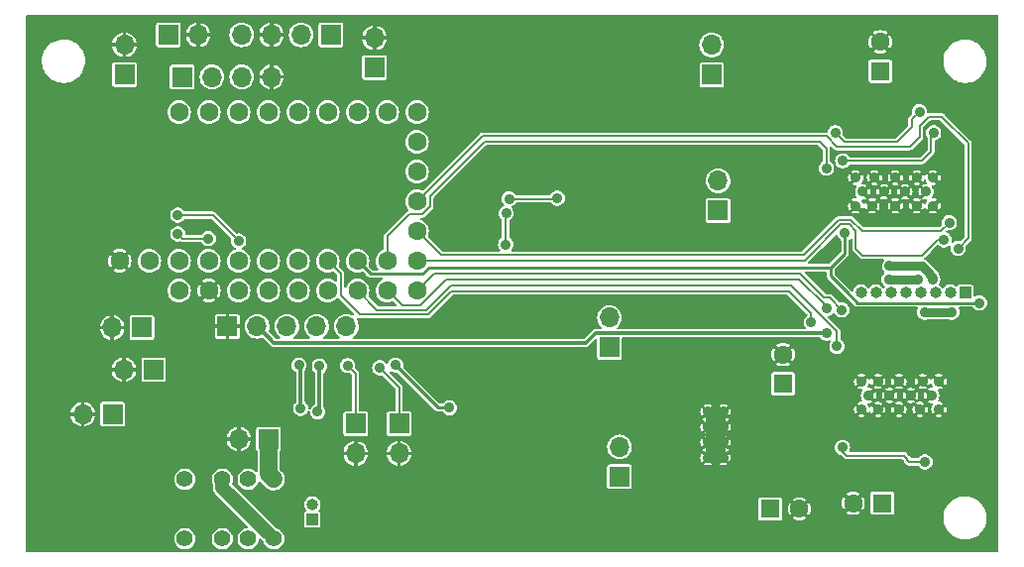
<source format=gbr>
%TF.GenerationSoftware,KiCad,Pcbnew,7.0.9*%
%TF.CreationDate,2024-04-29T07:26:28+03:00*%
%TF.ProjectId,Pistol_Camera_Driver,50697374-6f6c-45f4-9361-6d6572615f44,rev?*%
%TF.SameCoordinates,Original*%
%TF.FileFunction,Copper,L2,Bot*%
%TF.FilePolarity,Positive*%
%FSLAX46Y46*%
G04 Gerber Fmt 4.6, Leading zero omitted, Abs format (unit mm)*
G04 Created by KiCad (PCBNEW 7.0.9) date 2024-04-29 07:26:28*
%MOMM*%
%LPD*%
G01*
G04 APERTURE LIST*
%TA.AperFunction,ComponentPad*%
%ADD10R,1.000000X1.000000*%
%TD*%
%TA.AperFunction,ComponentPad*%
%ADD11O,1.000000X1.000000*%
%TD*%
%TA.AperFunction,ComponentPad*%
%ADD12C,1.600000*%
%TD*%
%TA.AperFunction,ComponentPad*%
%ADD13C,0.900000*%
%TD*%
%TA.AperFunction,SMDPad,CuDef*%
%ADD14R,1.800000X4.400000*%
%TD*%
%TA.AperFunction,ComponentPad*%
%ADD15O,1.700000X1.700000*%
%TD*%
%TA.AperFunction,ComponentPad*%
%ADD16R,1.700000X1.700000*%
%TD*%
%TA.AperFunction,ComponentPad*%
%ADD17C,1.400000*%
%TD*%
%TA.AperFunction,ComponentPad*%
%ADD18R,1.600000X1.600000*%
%TD*%
%TA.AperFunction,ViaPad*%
%ADD19C,0.900000*%
%TD*%
%TA.AperFunction,Conductor*%
%ADD20C,0.200000*%
%TD*%
%TA.AperFunction,Conductor*%
%ADD21C,0.300000*%
%TD*%
%TA.AperFunction,Conductor*%
%ADD22C,0.250000*%
%TD*%
%TA.AperFunction,Conductor*%
%ADD23C,0.800000*%
%TD*%
%TA.AperFunction,Conductor*%
%ADD24C,1.500000*%
%TD*%
%TA.AperFunction,Conductor*%
%ADD25C,1.200000*%
%TD*%
%TA.AperFunction,Conductor*%
%ADD26C,0.400000*%
%TD*%
G04 APERTURE END LIST*
D10*
%TO.P,J11,1,Pin_1*%
%TO.N,Net-(J11-Pin_1)*%
X61900000Y-74800000D03*
D11*
%TO.P,J11,2,Pin_2*%
%TO.N,Net-(J11-Pin_2)*%
X61900000Y-73530000D03*
%TD*%
D12*
%TO.P,U10,0,GP0/TX0/SDA0/MISO0*%
%TO.N,RX*%
X50520000Y-40000000D03*
%TO.P,U10,1,GP1/RX0/SCL0/CS0*%
%TO.N,TX*%
X53060000Y-40000000D03*
%TO.P,U10,2,GP2/SDA1/SCK1*%
%TO.N,Solenoid_ON*%
X55600000Y-40000000D03*
%TO.P,U10,3,GP3/SCL1/MOSI0*%
%TO.N,Solenoid_DIR*%
X58140000Y-40000000D03*
%TO.P,U10,4,GP4/TX1/SDA0/MIOS0*%
%TO.N,SDA*%
X60680000Y-40000000D03*
%TO.P,U10,5,GP5/RX1/SCL0/CS0*%
%TO.N,SCL*%
X63220000Y-40000000D03*
%TO.P,U10,6,GP6/SDA1/SCK1*%
%TO.N,Strobe Input*%
X65760000Y-40000000D03*
%TO.P,U10,7,GP7/SCL1/MOSI0*%
%TO.N,PWM_WHITE*%
X68300000Y-40000000D03*
%TO.P,U10,8,GP8/TX1/SDA0/MISO1*%
%TO.N,PWM_RED*%
X70840000Y-40000000D03*
%TO.P,U10,9,GP9/RX1/CS1*%
%TO.N,PWM_UV*%
X70840000Y-42540000D03*
%TO.P,U10,10,GP10/SDA1/SCK1*%
%TO.N,PWM_IR*%
X70840000Y-45080000D03*
%TO.P,U10,11,GP11/SCL1/MOSI1*%
%TO.N,nEN1*%
X70840000Y-47620000D03*
%TO.P,U10,12,GP12/TX0/SDA0/MISO1*%
%TO.N,DIR1*%
X70840000Y-50160000D03*
%TO.P,U10,13,GP13/RX0/SCL0/CS1*%
%TO.N,STEP1*%
X70840000Y-52700000D03*
%TO.P,U10,14,GP14/SDA1/SCK1*%
%TO.N,nEN2*%
X70840000Y-55240000D03*
%TO.P,U10,15,GP15SCL1/MOSI1*%
%TO.N,STEP2*%
X68300000Y-55240000D03*
%TO.P,U10,17,GP17/RX0/SCL0/CS0*%
%TO.N,nFLT1*%
X68300000Y-52700000D03*
%TO.P,U10,18,GP18/SDA1/SCK0*%
%TO.N,MOTORS_nSLEEP*%
X65760000Y-52700000D03*
%TO.P,U10,19,GP19/SCL1/MOSI0*%
%TO.N,nFLT2*%
X63220000Y-52700000D03*
%TO.P,U10,20,GP20/SDA0*%
%TO.N,K1*%
X60680000Y-52700000D03*
%TO.P,U10,21,GP21/SCL0*%
%TO.N,K2*%
X58140000Y-52700000D03*
%TO.P,U10,22,PG22*%
%TO.N,K3*%
X55600000Y-52700000D03*
%TO.P,U10,23,GP23*%
%TO.N,K4*%
X53060000Y-52700000D03*
%TO.P,U10,24,GP24*%
%TO.N,K5*%
X50520000Y-52700000D03*
%TO.P,U10,25,GP25*%
%TO.N,K6*%
X47980000Y-52700000D03*
%TO.P,U10,26,GP26/ADC0/SDA1*%
%TO.N,DIR2*%
X65760000Y-55240000D03*
%TO.P,U10,27,GP27/ADC1/SCL1*%
%TO.N,SW*%
X63220000Y-55240000D03*
%TO.P,U10,28,GP28/ADC2*%
%TO.N,VarX*%
X60680000Y-55240000D03*
%TO.P,U10,29,GP29/ADC3*%
%TO.N,VarY*%
X58140000Y-55240000D03*
%TO.P,U10,30,3V3*%
%TO.N,+3V3*%
X55600000Y-55240000D03*
%TO.P,U10,31,GND*%
%TO.N,GND*%
X53060000Y-55240000D03*
%TO.P,U10,32,5V*%
%TO.N,+5V*%
X50520000Y-55240000D03*
%TO.P,U10,33,GND*%
%TO.N,GND*%
X45440000Y-52700000D03*
%TD*%
D13*
%TO.P,U5,25,GND*%
%TO.N,GND*%
X115400000Y-65400000D03*
X115400000Y-63000000D03*
X114800000Y-64200000D03*
X114000000Y-63000000D03*
X113800000Y-65400000D03*
X113000000Y-64200000D03*
X112000000Y-65400000D03*
X112000000Y-63000000D03*
X111200000Y-64200000D03*
X110200000Y-65400000D03*
X110200000Y-63000000D03*
X109400000Y-64200000D03*
X108800000Y-65400000D03*
X108800000Y-63000000D03*
%TD*%
%TO.P,U4,25,GND*%
%TO.N,GND*%
X108300000Y-45600000D03*
X108300000Y-48000000D03*
X108900000Y-46800000D03*
X109700000Y-48000000D03*
X109900000Y-45600000D03*
X110700000Y-46800000D03*
X111700000Y-45600000D03*
X111700000Y-48000000D03*
X112500000Y-46800000D03*
X113500000Y-45600000D03*
X113500000Y-48000000D03*
X114300000Y-46800000D03*
X114900000Y-45600000D03*
X114900000Y-48000000D03*
%TD*%
%TO.P,U1,9,EP*%
%TO.N,GND*%
X95687500Y-65600000D03*
X95687500Y-66900000D03*
X95687500Y-68200000D03*
X95687500Y-69500000D03*
D14*
X96337500Y-67550000D03*
D13*
X96987500Y-65600000D03*
X96987500Y-66900000D03*
X96987500Y-68200000D03*
X96987500Y-69500000D03*
%TD*%
D15*
%TO.P,J8,2,Pin_2*%
%TO.N,GND*%
X65600000Y-69140000D03*
D16*
%TO.P,J8,1,Pin_1*%
%TO.N,K2*%
X65600000Y-66600000D03*
%TD*%
%TO.P,J1,1,Pin_1*%
%TO.N,Strobe Input*%
X67200000Y-36200000D03*
D15*
%TO.P,J1,2,Pin_2*%
%TO.N,GND*%
X67200000Y-33660000D03*
%TD*%
D17*
%TO.P,K1,1*%
%TO.N,+5V*%
X51000000Y-76440000D03*
%TO.P,K1,2*%
X54200000Y-76440000D03*
%TO.P,K1,3*%
%TO.N,Net-(J11-Pin_1)*%
X56400000Y-76440000D03*
%TO.P,K1,4*%
%TO.N,Net-(D8-A)*%
X58600000Y-76440000D03*
%TO.P,K1,5*%
%TO.N,+5V*%
X58600000Y-71360000D03*
%TO.P,K1,6*%
%TO.N,Net-(J11-Pin_2)*%
X56400000Y-71360000D03*
%TO.P,K1,7*%
%TO.N,Net-(D8-A)*%
X54200000Y-71360000D03*
%TO.P,K1,8*%
%TO.N,Net-(D7-A)*%
X51000000Y-71360000D03*
%TD*%
D16*
%TO.P,J5,1,Pin_1*%
%TO.N,K1*%
X69300000Y-66600000D03*
D15*
%TO.P,J5,2,Pin_2*%
%TO.N,GND*%
X69300000Y-69140000D03*
%TD*%
D16*
%TO.P,J14,1,Pin_1*%
%TO.N,K3*%
X49600000Y-33400000D03*
D15*
%TO.P,J14,2,Pin_2*%
%TO.N,GND*%
X52140000Y-33400000D03*
%TD*%
D18*
%TO.P,C1,1*%
%TO.N,+3.3VP*%
X110400000Y-36500000D03*
D12*
%TO.P,C1,2*%
%TO.N,GND*%
X110400000Y-34000000D03*
%TD*%
D18*
%TO.P,C9,1*%
%TO.N,+3.3VP*%
X110582380Y-73400000D03*
D12*
%TO.P,C9,2*%
%TO.N,GND*%
X108082380Y-73400000D03*
%TD*%
D16*
%TO.P,J3,1,Pin_1*%
%TO.N,+5V*%
X44840000Y-65800000D03*
D15*
%TO.P,J3,2,Pin_2*%
%TO.N,GND*%
X42300000Y-65800000D03*
%TD*%
D16*
%TO.P,J17,1,Pin_1*%
%TO.N,K6*%
X47340000Y-58400000D03*
D15*
%TO.P,J17,2,Pin_2*%
%TO.N,GND*%
X44800000Y-58400000D03*
%TD*%
D18*
%TO.P,C6,1*%
%TO.N,+3.3VP*%
X102100000Y-63200000D03*
D12*
%TO.P,C6,2*%
%TO.N,GND*%
X102100000Y-60700000D03*
%TD*%
D16*
%TO.P,J4,1,Pin_1*%
%TO.N,+5V*%
X58150000Y-67925000D03*
D15*
%TO.P,J4,2,Pin_2*%
%TO.N,GND*%
X55610000Y-67925000D03*
%TD*%
%TO.P,J15,2,Pin_2*%
%TO.N,GND*%
X45850000Y-34250000D03*
D16*
%TO.P,J15,1,Pin_1*%
%TO.N,K4*%
X45850000Y-36790000D03*
%TD*%
%TO.P,J13,1,Pin_1*%
%TO.N,SCL*%
X63480000Y-33400000D03*
D15*
%TO.P,J13,2,Pin_2*%
%TO.N,SDA*%
X60940000Y-33400000D03*
%TO.P,J13,3,Pin_3*%
%TO.N,GND*%
X58400000Y-33400000D03*
%TO.P,J13,4,Pin_4*%
%TO.N,+3V3*%
X55860000Y-33400000D03*
%TD*%
D16*
%TO.P,J16,1,Pin_1*%
%TO.N,K5*%
X48340000Y-62000000D03*
D15*
%TO.P,J16,2,Pin_2*%
%TO.N,GND*%
X45800000Y-62000000D03*
%TD*%
%TO.P,J10,4,Pin_4*%
%TO.N,GND*%
X58400000Y-37000000D03*
%TO.P,J10,3,Pin_3*%
%TO.N,+3V3*%
X55860000Y-37000000D03*
%TO.P,J10,2,Pin_2*%
%TO.N,TX*%
X53320000Y-37000000D03*
D16*
%TO.P,J10,1,Pin_1*%
%TO.N,RX*%
X50780000Y-37000000D03*
%TD*%
D15*
%TO.P,J6,5,Pin_5*%
%TO.N,SW*%
X64800000Y-58300000D03*
%TO.P,J6,4,Pin_4*%
%TO.N,VarX*%
X62260000Y-58300000D03*
%TO.P,J6,3,Pin_3*%
%TO.N,VarY*%
X59720000Y-58300000D03*
%TO.P,J6,2,Pin_2*%
%TO.N,+3V3*%
X57180000Y-58300000D03*
D16*
%TO.P,J6,1,Pin_1*%
%TO.N,GND*%
X54640000Y-58300000D03*
%TD*%
D18*
%TO.P,C4,1*%
%TO.N,+5V*%
X101000000Y-73900000D03*
D12*
%TO.P,C4,2*%
%TO.N,GND*%
X103500000Y-73900000D03*
%TD*%
D16*
%TO.P,J9,1,Pin_1*%
%TO.N,Net-(J9-Pin_1)*%
X87275000Y-60095000D03*
D15*
%TO.P,J9,2,Pin_2*%
%TO.N,Net-(J9-Pin_2)*%
X87275000Y-57555000D03*
%TD*%
D16*
%TO.P,J12,1,Pin_1*%
%TO.N,Net-(J12-Pin_1)*%
X88125000Y-71140000D03*
D15*
%TO.P,J12,2,Pin_2*%
%TO.N,Net-(J12-Pin_2)*%
X88125000Y-68600000D03*
%TD*%
D16*
%TO.P,J7,1,Pin_1*%
%TO.N,Net-(J7-Pin_1)*%
X96000000Y-36800000D03*
D15*
%TO.P,J7,2,Pin_2*%
%TO.N,Net-(J7-Pin_2)*%
X96000000Y-34260000D03*
%TD*%
%TO.P,Je1,2,Pin_2*%
%TO.N,Net-(Je1-Pin_2)*%
X96550000Y-45860000D03*
D16*
%TO.P,Je1,1,Pin_1*%
%TO.N,Net-(Je1-Pin_1)*%
X96550000Y-48400000D03*
%TD*%
D10*
%TO.P,J2,1,Pin_1*%
%TO.N,AOUT2_2*%
X117650000Y-55425000D03*
D11*
%TO.P,J2,2,Pin_2*%
%TO.N,AOUT1_2*%
X116380000Y-55425000D03*
%TO.P,J2,3,Pin_3*%
%TO.N,AOUT2_1*%
X115110000Y-55425000D03*
%TO.P,J2,4,Pin_4*%
%TO.N,AOUT1_1*%
X113840000Y-55425000D03*
%TO.P,J2,5,Pin_5*%
%TO.N,BOUT1_1*%
X112570000Y-55425000D03*
%TO.P,J2,6,Pin_6*%
%TO.N,BOUT2_1*%
X111300000Y-55425000D03*
%TO.P,J2,7,Pin_7*%
%TO.N,BOUT2_2*%
X110030000Y-55425000D03*
%TO.P,J2,8,Pin_8*%
%TO.N,BOUT1_2*%
X108760000Y-55425000D03*
%TD*%
D19*
%TO.N,GND*%
X88300000Y-51300000D03*
X87150000Y-48900000D03*
X81300000Y-48950000D03*
X92950000Y-56200000D03*
X92800000Y-50650000D03*
X88300000Y-56400000D03*
X93750000Y-57400000D03*
X75000000Y-57850000D03*
X74950000Y-56250000D03*
X109500000Y-58950000D03*
X103100000Y-50900000D03*
X103321851Y-48593094D03*
X103600000Y-47400000D03*
X103650000Y-64950000D03*
X103200000Y-68050000D03*
X73200000Y-71850000D03*
X105300000Y-52500000D03*
X43800000Y-63150000D03*
X56450000Y-69400000D03*
X54250000Y-69250000D03*
X56404152Y-65971818D03*
X54100000Y-65950000D03*
X64100000Y-72950000D03*
X70350000Y-75200000D03*
X68550000Y-74950000D03*
X65550000Y-73000000D03*
X65250000Y-70850000D03*
X67500000Y-67900000D03*
X63850000Y-69500000D03*
X63600000Y-67700000D03*
X70200000Y-71250000D03*
X67382513Y-70722287D03*
X73250000Y-66550000D03*
X85800000Y-76800000D03*
X80250000Y-76700000D03*
X87000000Y-66800000D03*
X78350000Y-66350000D03*
X84900000Y-66250000D03*
X89050000Y-61200000D03*
X88750000Y-66300000D03*
X89206017Y-57747583D03*
X85900000Y-56150000D03*
X84628637Y-62668266D03*
X75750000Y-65650000D03*
X79750000Y-65400000D03*
X78550000Y-63450000D03*
X76950000Y-61100000D03*
X71700000Y-61700000D03*
X66950000Y-60700000D03*
X66650000Y-58400000D03*
X69250000Y-58450000D03*
X86150000Y-49550000D03*
X94400000Y-48050000D03*
X94700000Y-50600000D03*
X96400000Y-44000000D03*
X93150000Y-43400000D03*
X89800000Y-43400000D03*
X86550000Y-43550000D03*
X93700000Y-60850000D03*
X93800000Y-70450000D03*
X95350000Y-64150000D03*
X93750000Y-64050000D03*
X97800000Y-64050000D03*
X100700000Y-64950000D03*
X118050000Y-70100000D03*
X119050000Y-66850000D03*
X118550000Y-63950000D03*
X119900000Y-62700000D03*
X117000000Y-66350000D03*
X116900000Y-64950000D03*
X116900000Y-48300000D03*
X116600000Y-46150000D03*
X116550000Y-42950000D03*
X114550000Y-32900000D03*
X118900000Y-39600000D03*
X75900000Y-32450000D03*
X87800000Y-32150000D03*
X91000000Y-32100000D03*
X94900000Y-32300000D03*
X83350000Y-32200000D03*
X80550000Y-39350000D03*
X80600000Y-38100000D03*
X87600000Y-40600000D03*
X85950000Y-38650000D03*
X86950000Y-37600000D03*
X92500000Y-36900000D03*
X94400000Y-37100000D03*
X92500000Y-39050000D03*
X94250000Y-39350000D03*
X104600000Y-43700000D03*
X107250000Y-53600000D03*
X108250000Y-54150000D03*
X105912820Y-55087180D03*
X105300000Y-54200000D03*
X102400000Y-57350000D03*
X98600000Y-56150000D03*
X94950000Y-58095500D03*
X94700000Y-56200000D03*
X94650000Y-75950000D03*
X113650000Y-76500000D03*
X116800000Y-67950000D03*
X116400000Y-70300000D03*
X116000000Y-72100000D03*
X114150000Y-72100000D03*
X109150000Y-72350000D03*
X109350000Y-75300000D03*
X106850000Y-75400000D03*
X106450000Y-72550000D03*
X105250000Y-75450000D03*
X102350000Y-75450000D03*
X104950000Y-72200000D03*
X102300000Y-72100000D03*
X97450000Y-75200000D03*
X98850000Y-74050000D03*
X96100000Y-73800000D03*
X94817066Y-73683229D03*
X91250000Y-74450000D03*
X91250000Y-77000000D03*
X89050000Y-77050000D03*
X86450000Y-70650000D03*
X84550000Y-70600000D03*
X86250000Y-73250000D03*
X84450000Y-73300000D03*
X79550000Y-75050000D03*
X77900000Y-72700000D03*
X73200000Y-70400000D03*
X76200000Y-76950000D03*
X72600000Y-77000000D03*
X68550000Y-76650000D03*
X65950000Y-76850000D03*
X53500000Y-74500000D03*
X42250000Y-71000000D03*
X38400000Y-70900000D03*
X46150000Y-56700000D03*
X43300000Y-56600000D03*
X46800000Y-63650000D03*
X46024284Y-60094278D03*
X43889542Y-60317034D03*
X40600000Y-67500000D03*
X43500000Y-67550000D03*
X43722475Y-64196695D03*
X41030845Y-64382325D03*
X38400000Y-61150000D03*
X38900000Y-54000000D03*
X43100000Y-46200000D03*
X50450000Y-46400000D03*
X49250000Y-41700000D03*
X55750000Y-48250000D03*
X57637445Y-42462650D03*
X53189293Y-44091550D03*
X53200000Y-47350000D03*
X62100000Y-46800000D03*
X58850000Y-49850000D03*
X67034949Y-50356553D03*
X64200000Y-49150000D03*
X68400000Y-46100000D03*
X64350000Y-44150000D03*
X68900000Y-41950000D03*
X72350000Y-49300000D03*
X75250000Y-49000000D03*
X75750000Y-45350000D03*
X75450000Y-41100000D03*
X73100000Y-41800000D03*
X82250000Y-43600000D03*
X104950000Y-40650000D03*
X102250000Y-34950000D03*
X99500000Y-37350000D03*
X105694265Y-36461449D03*
X104800000Y-32900000D03*
X99300000Y-32900000D03*
X70600000Y-35200000D03*
X75350000Y-35750000D03*
X80900000Y-36100000D03*
X75600000Y-38500000D03*
X73300000Y-38650000D03*
X73100000Y-34000000D03*
X65600000Y-34750000D03*
X68600000Y-34750000D03*
X68800000Y-32550000D03*
X65950000Y-32400000D03*
X44250000Y-35550000D03*
X47800000Y-34650000D03*
X47650000Y-32750000D03*
X44150000Y-32700000D03*
X53750000Y-35100000D03*
X50894911Y-35112241D03*
X51100000Y-32250000D03*
X53750000Y-32400000D03*
X59650000Y-32250000D03*
X57150000Y-32250000D03*
X59450000Y-35100000D03*
X57400000Y-35300000D03*
X53150000Y-60100000D03*
X52750000Y-58450000D03*
X54550000Y-60100000D03*
X55850000Y-60050000D03*
X52800000Y-56900000D03*
X54100000Y-56700000D03*
X46800000Y-54350000D03*
X44000000Y-54450000D03*
X43800000Y-51400000D03*
X46750000Y-51300000D03*
X38650000Y-46750000D03*
X44950000Y-43050000D03*
X38900000Y-40500000D03*
%TO.N,nFLT2*%
X104500000Y-57950000D03*
%TO.N,DIR2*%
X106700000Y-60000000D03*
%TO.N,STEP2*%
X105804977Y-56795023D03*
%TO.N,nEN2*%
X107100000Y-56900000D03*
%TO.N,+3V3*%
X105793828Y-58883072D03*
%TO.N,K1*%
X67650000Y-61845500D03*
%TO.N,K2*%
X64900000Y-61650000D03*
%TO.N,K3*%
X50400000Y-48800000D03*
X55600000Y-51000000D03*
%TO.N,K4*%
X50400000Y-50400000D03*
X53000000Y-50800000D03*
%TO.N,GND*%
X57400000Y-45000000D03*
X61781858Y-41884493D03*
%TO.N,Solenoid_ON*%
X60750000Y-61600000D03*
%TO.N,Solenoid_DIR*%
X62350000Y-65600000D03*
X62500000Y-61700000D03*
%TO.N,Solenoid_ON*%
X60900000Y-65300000D03*
%TO.N,PWM_IR*%
X69000000Y-61600000D03*
X73600000Y-65250000D03*
%TO.N,PWM_UV*%
X78450000Y-48650000D03*
X78400000Y-51300000D03*
%TO.N,PWM_RED*%
X78700000Y-47400000D03*
X82800000Y-47350000D03*
%TO.N,Net-(U5-CONFIG)*%
X107181784Y-68648244D03*
%TO.N,GND*%
X116700000Y-58600000D03*
X109350000Y-40850000D03*
X107450000Y-40900000D03*
X119100000Y-58850000D03*
X118000000Y-57700000D03*
X107200000Y-39800000D03*
%TO.N,AOUT2_2*%
X116500000Y-57100000D03*
X114200000Y-57100000D03*
%TO.N,AOUT2_1*%
X114875000Y-54275000D03*
X111200500Y-53150000D03*
%TO.N,AOUT1_1*%
X111150000Y-54275011D03*
X113600000Y-54300000D03*
%TO.N,MOTORS_nSLEEP*%
X107387180Y-50349500D03*
X118875000Y-56300000D03*
%TO.N,Net-(U4-CONFIG)*%
X106556853Y-41746899D03*
X113750000Y-39950000D03*
%TO.N,Net-(U5-CONFIG)*%
X114216217Y-69877319D03*
%TO.N,nEN1*%
X117050000Y-51650000D03*
%TO.N,STEP1*%
X115850000Y-50900500D03*
%TO.N,DIR1*%
X116300000Y-49450000D03*
%TO.N,nFLT1*%
X114952502Y-41764257D03*
X105800500Y-44800000D03*
X107200500Y-44155378D03*
%TD*%
D20*
%TO.N,Net-(U4-CONFIG)*%
X113100000Y-40600000D02*
X113750000Y-39950000D01*
X113100000Y-41299022D02*
X113100000Y-40600000D01*
X111848062Y-42550960D02*
X113100000Y-41299022D01*
X107360914Y-42550960D02*
X111848062Y-42550960D01*
X106556853Y-41746899D02*
X107360914Y-42550960D01*
%TO.N,nEN1*%
X76410000Y-42050000D02*
X70840000Y-47620000D01*
X105800000Y-42050000D02*
X76410000Y-42050000D01*
X112949520Y-42950480D02*
X106700480Y-42950480D01*
X113750000Y-41200000D02*
X113750000Y-42150000D01*
X106700480Y-42950480D02*
X105800000Y-42050000D01*
X114550000Y-40400000D02*
X113750000Y-41200000D01*
X115650000Y-40400000D02*
X114550000Y-40400000D01*
X117900000Y-42650000D02*
X115650000Y-40400000D01*
X113750000Y-42150000D02*
X112949520Y-42950480D01*
X117925000Y-50775000D02*
X117900000Y-50750000D01*
X117050000Y-51650000D02*
X117925000Y-50775000D01*
X117900000Y-50750000D02*
X117900000Y-42650000D01*
%TO.N,PWM_RED*%
X82750000Y-47400000D02*
X78700000Y-47400000D01*
X82800000Y-47350000D02*
X82750000Y-47400000D01*
%TO.N,PWM_UV*%
X78400000Y-48700000D02*
X78450000Y-48650000D01*
X78400000Y-51300000D02*
X78400000Y-48700000D01*
%TO.N,K2*%
X65600000Y-62350000D02*
X65600000Y-66600000D01*
X64900000Y-61650000D02*
X65600000Y-62350000D01*
D21*
%TO.N,Solenoid_ON*%
X60900000Y-61750000D02*
X60750000Y-61600000D01*
X60900000Y-65300000D02*
X60900000Y-61750000D01*
%TO.N,Solenoid_DIR*%
X62500000Y-65450000D02*
X62350000Y-65600000D01*
X62500000Y-61700000D02*
X62500000Y-65450000D01*
D22*
%TO.N,AOUT2_1*%
X114875000Y-53725000D02*
X114050000Y-52900000D01*
X114875000Y-54275000D02*
X114875000Y-53725000D01*
D23*
X114875000Y-54090075D02*
X113934925Y-53150000D01*
X113934925Y-53150000D02*
X111200500Y-53150000D01*
X114875000Y-54275000D02*
X114875000Y-54090075D01*
D20*
%TO.N,STEP1*%
X70890000Y-52650000D02*
X70840000Y-52700000D01*
X103965686Y-52650000D02*
X70890000Y-52650000D01*
X107015686Y-49600000D02*
X103965686Y-52650000D01*
X107734314Y-49600000D02*
X107015686Y-49600000D01*
X108300000Y-50165686D02*
X107734314Y-49600000D01*
X108300000Y-51650000D02*
X108300000Y-50165686D01*
X115850000Y-50900500D02*
X115299500Y-50900500D01*
X115299500Y-50900500D02*
X113950000Y-52250000D01*
X113950000Y-52250000D02*
X108900000Y-52250000D01*
X108900000Y-52250000D02*
X108300000Y-51650000D01*
%TO.N,DIR1*%
X72880000Y-52200000D02*
X70840000Y-50160000D01*
X107899999Y-49200000D02*
X106850000Y-49200000D01*
X108849999Y-50150000D02*
X107899999Y-49200000D01*
X116300000Y-49450000D02*
X115600000Y-50150000D01*
X115600000Y-50150000D02*
X108849999Y-50150000D01*
X106850000Y-49200000D02*
X103850000Y-52200000D01*
X103850000Y-52200000D02*
X72880000Y-52200000D01*
%TO.N,nEN2*%
X72280000Y-53800000D02*
X70840000Y-55240000D01*
X105615686Y-55850000D02*
X103565686Y-53800000D01*
X106050000Y-55850000D02*
X105615686Y-55850000D01*
X103565686Y-53800000D02*
X72280000Y-53800000D01*
X107100000Y-56900000D02*
X106050000Y-55850000D01*
%TO.N,STEP2*%
X73335635Y-54300000D02*
X71135635Y-56500000D01*
X103500000Y-54300000D02*
X73335635Y-54300000D01*
X71135635Y-56500000D02*
X69560000Y-56500000D01*
X69560000Y-56500000D02*
X68300000Y-55240000D01*
X105804977Y-56604977D02*
X103500000Y-54300000D01*
X105804977Y-56795023D02*
X105804977Y-56604977D01*
%TO.N,DIR2*%
X106104489Y-58133072D02*
X106700000Y-58728583D01*
X106083072Y-58133072D02*
X106104489Y-58133072D01*
X102750000Y-54800000D02*
X106083072Y-58133072D01*
X106700000Y-58728583D02*
X106700000Y-60000000D01*
X67420000Y-56900000D02*
X71600000Y-56900000D01*
X71600000Y-56900000D02*
X73700000Y-54800000D01*
X65760000Y-55240000D02*
X67420000Y-56900000D01*
X73700000Y-54800000D02*
X102750000Y-54800000D01*
%TO.N,nFLT2*%
X64320000Y-53800000D02*
X63220000Y-52700000D01*
X64320000Y-55695635D02*
X64320000Y-53800000D01*
X65924365Y-57300000D02*
X64320000Y-55695635D01*
X73765686Y-55300000D02*
X71765686Y-57300000D01*
X102634314Y-55300000D02*
X73765686Y-55300000D01*
X104500000Y-57950000D02*
X104500000Y-57165686D01*
X71765686Y-57300000D02*
X65924365Y-57300000D01*
X104500000Y-57165686D02*
X102634314Y-55300000D01*
D22*
%TO.N,PWM_IR*%
X72650000Y-65250000D02*
X69000000Y-61600000D01*
X73600000Y-65250000D02*
X72650000Y-65250000D01*
D20*
%TO.N,K1*%
X69300000Y-63495500D02*
X69300000Y-66660000D01*
X67650000Y-61845500D02*
X69300000Y-63495500D01*
D23*
%TO.N,AOUT1_1*%
X111174989Y-54300000D02*
X111150000Y-54275011D01*
X113550000Y-54300000D02*
X111174989Y-54300000D01*
D22*
%TO.N,MOTORS_nSLEEP*%
X107387180Y-50488221D02*
X107349912Y-50525489D01*
X107387180Y-50349500D02*
X107387180Y-50488221D01*
X107387180Y-50349500D02*
X107387180Y-52063860D01*
X107387180Y-52063860D02*
X106151040Y-53300000D01*
X106151040Y-53300000D02*
X106150000Y-53300000D01*
X71305991Y-53825000D02*
X66885000Y-53825000D01*
X71855991Y-53275000D02*
X71305991Y-53825000D01*
X66885000Y-53825000D02*
X65760000Y-52700000D01*
X106125000Y-53275000D02*
X71855991Y-53275000D01*
X106150000Y-53300000D02*
X106125000Y-53275000D01*
D20*
%TO.N,Net-(U5-CONFIG)*%
X107200000Y-68666460D02*
X107181784Y-68648244D01*
X107200000Y-69000000D02*
X107200000Y-68666460D01*
X112449022Y-69350000D02*
X107550000Y-69350000D01*
X107550000Y-69350000D02*
X107200000Y-69000000D01*
X112700000Y-69600978D02*
X112449022Y-69350000D01*
X114216217Y-69877319D02*
X112827319Y-69877319D01*
X112827319Y-69877319D02*
X112700000Y-69750000D01*
X112700000Y-69750000D02*
X112700000Y-69600978D01*
D22*
%TO.N,MOTORS_nSLEEP*%
X106150000Y-53981036D02*
X107509482Y-55340518D01*
X106150000Y-53300000D02*
X106150000Y-53981036D01*
D24*
%TO.N,+5V*%
X58150000Y-70910000D02*
X58600000Y-71360000D01*
X58150000Y-67925000D02*
X58150000Y-70910000D01*
D25*
%TO.N,Net-(D8-A)*%
X54200000Y-72040000D02*
X58600000Y-76440000D01*
X54200000Y-71360000D02*
X54200000Y-72040000D01*
D21*
%TO.N,+3V3*%
X85270000Y-59700000D02*
X58600000Y-59700000D01*
X86075000Y-58895000D02*
X85270000Y-59700000D01*
X104900000Y-58900000D02*
X104895000Y-58895000D01*
X58600000Y-59700000D02*
X57300000Y-58400000D01*
X105793828Y-58883072D02*
X105776900Y-58900000D01*
X105776900Y-58900000D02*
X104900000Y-58900000D01*
X104895000Y-58895000D02*
X86075000Y-58895000D01*
D20*
%TO.N,nFLT1*%
X105800500Y-43100500D02*
X105800500Y-44800000D01*
X105200000Y-42500000D02*
X105800500Y-43100500D01*
X71295635Y-48720000D02*
X71940000Y-48075635D01*
X71940000Y-48075635D02*
X71940000Y-47160000D01*
X70180000Y-48720000D02*
X71295635Y-48720000D01*
X71940000Y-47160000D02*
X76600000Y-42500000D01*
X76600000Y-42500000D02*
X105200000Y-42500000D01*
X68300000Y-50600000D02*
X70180000Y-48720000D01*
X68300000Y-52700000D02*
X68300000Y-50600000D01*
D22*
%TO.N,MOTORS_nSLEEP*%
X108468964Y-56300000D02*
X118875000Y-56300000D01*
D20*
%TO.N,K3*%
X53400000Y-48800000D02*
X50400000Y-48800000D01*
X55600000Y-51000000D02*
X53400000Y-48800000D01*
%TO.N,K4*%
X50800000Y-50800000D02*
X50400000Y-50400000D01*
X53000000Y-50800000D02*
X50800000Y-50800000D01*
D23*
%TO.N,AOUT2_2*%
X114200000Y-57100000D02*
X116500000Y-57100000D01*
D22*
%TO.N,AOUT1_1*%
X113550000Y-54300000D02*
X113600000Y-54300000D01*
%TO.N,MOTORS_nSLEEP*%
X107509482Y-55340518D02*
X107303475Y-55134511D01*
X107509482Y-55340518D02*
X108468964Y-56300000D01*
D26*
%TO.N,+5V*%
X50630000Y-76160000D02*
X50980000Y-76510000D01*
D20*
%TO.N,nFLT1*%
X114750000Y-43350000D02*
X113944622Y-44155378D01*
X114952502Y-41764257D02*
X114750000Y-41966759D01*
X113944622Y-44155378D02*
X107200500Y-44155378D01*
X114750000Y-41966759D02*
X114750000Y-43350000D01*
%TD*%
%TA.AperFunction,Conductor*%
%TO.N,GND*%
G36*
X102527026Y-55619407D02*
G01*
X102538839Y-55629496D01*
X104158733Y-57249390D01*
X104186510Y-57303907D01*
X104176939Y-57364339D01*
X104134742Y-57407051D01*
X104127765Y-57410713D01*
X104127759Y-57410717D01*
X104009515Y-57515471D01*
X103919780Y-57645476D01*
X103863763Y-57793182D01*
X103863762Y-57793183D01*
X103844722Y-57949998D01*
X103844722Y-57950001D01*
X103863762Y-58106816D01*
X103863763Y-58106818D01*
X103909763Y-58228111D01*
X103919780Y-58254523D01*
X104012783Y-58389262D01*
X104030278Y-58447893D01*
X104009970Y-58505610D01*
X103959615Y-58540366D01*
X103931307Y-58544500D01*
X88001890Y-58544500D01*
X87943699Y-58525593D01*
X87907735Y-58476093D01*
X87907735Y-58414907D01*
X87939085Y-58368972D01*
X87940800Y-58367564D01*
X88021410Y-58301410D01*
X88152685Y-58141450D01*
X88250232Y-57958954D01*
X88310300Y-57760934D01*
X88310301Y-57760929D01*
X88330583Y-57555003D01*
X88330583Y-57554996D01*
X88310301Y-57349070D01*
X88310300Y-57349065D01*
X88284708Y-57264699D01*
X88250232Y-57151046D01*
X88152685Y-56968550D01*
X88138972Y-56951841D01*
X88021414Y-56808595D01*
X88021410Y-56808590D01*
X88005432Y-56795477D01*
X87861452Y-56677316D01*
X87678954Y-56579768D01*
X87480934Y-56519699D01*
X87480929Y-56519698D01*
X87275003Y-56499417D01*
X87274997Y-56499417D01*
X87069070Y-56519698D01*
X87069065Y-56519699D01*
X86871045Y-56579768D01*
X86688547Y-56677316D01*
X86528595Y-56808585D01*
X86528585Y-56808595D01*
X86397316Y-56968547D01*
X86299768Y-57151045D01*
X86239699Y-57349065D01*
X86239698Y-57349070D01*
X86219417Y-57554996D01*
X86219417Y-57555003D01*
X86239698Y-57760929D01*
X86239699Y-57760934D01*
X86299768Y-57958954D01*
X86397316Y-58141452D01*
X86527433Y-58300000D01*
X86528590Y-58301410D01*
X86597759Y-58358175D01*
X86610915Y-58368972D01*
X86643902Y-58420503D01*
X86640300Y-58481582D01*
X86601485Y-58528879D01*
X86548110Y-58544500D01*
X86121619Y-58544500D01*
X86101304Y-58542393D01*
X86089686Y-58539957D01*
X86089685Y-58539957D01*
X86056287Y-58544120D01*
X86050163Y-58544500D01*
X86045960Y-58544500D01*
X86035209Y-58546293D01*
X86024458Y-58548087D01*
X85973606Y-58554426D01*
X85966581Y-58556517D01*
X85959616Y-58558908D01*
X85914555Y-58583295D01*
X85868517Y-58605801D01*
X85862542Y-58610066D01*
X85856744Y-58614579D01*
X85822042Y-58652275D01*
X85153814Y-59320504D01*
X85099297Y-59348281D01*
X85083810Y-59349500D01*
X65453780Y-59349500D01*
X65395589Y-59330593D01*
X65359625Y-59281093D01*
X65359625Y-59219907D01*
X65390975Y-59173972D01*
X65456151Y-59120483D01*
X65546410Y-59046410D01*
X65677685Y-58886450D01*
X65775232Y-58703954D01*
X65835300Y-58505934D01*
X65835301Y-58505929D01*
X65855583Y-58300003D01*
X65855583Y-58299996D01*
X65835301Y-58094070D01*
X65835300Y-58094065D01*
X65805623Y-57996232D01*
X65775232Y-57896046D01*
X65681286Y-57720287D01*
X65670531Y-57660059D01*
X65697232Y-57605007D01*
X65751192Y-57576164D01*
X65791151Y-57580960D01*
X65791952Y-57577556D01*
X65800884Y-57579656D01*
X65800885Y-57579657D01*
X65831923Y-57586957D01*
X65838461Y-57588982D01*
X65868192Y-57600500D01*
X65878017Y-57600500D01*
X65900681Y-57603129D01*
X65910246Y-57605379D01*
X65938010Y-57601506D01*
X65941818Y-57600975D01*
X65948664Y-57600500D01*
X71700522Y-57600500D01*
X71714197Y-57602732D01*
X71714369Y-57601506D01*
X71723450Y-57602772D01*
X71723451Y-57602773D01*
X71723451Y-57602772D01*
X71723452Y-57602773D01*
X71732193Y-57602368D01*
X71771479Y-57600552D01*
X71773756Y-57600500D01*
X71793527Y-57600500D01*
X71793530Y-57600500D01*
X71797023Y-57599846D01*
X71803827Y-57599056D01*
X71835678Y-57597585D01*
X71844662Y-57593617D01*
X71866463Y-57586865D01*
X71876119Y-57585061D01*
X71903229Y-57568274D01*
X71909275Y-57565088D01*
X71938451Y-57552206D01*
X71945395Y-57545260D01*
X71963287Y-57531089D01*
X71971638Y-57525919D01*
X71990851Y-57500474D01*
X71995348Y-57495308D01*
X73861161Y-55629496D01*
X73915678Y-55601719D01*
X73931165Y-55600500D01*
X102468835Y-55600500D01*
X102527026Y-55619407D01*
G37*
%TD.AperFunction*%
%TA.AperFunction,Conductor*%
G36*
X107950689Y-50810725D02*
G01*
X107991263Y-50856523D01*
X107999500Y-50896060D01*
X107999500Y-51584835D01*
X107997280Y-51598513D01*
X107998494Y-51598683D01*
X107997226Y-51607766D01*
X107999077Y-51647794D01*
X107999179Y-51650000D01*
X107999447Y-51655783D01*
X107999500Y-51658069D01*
X107999500Y-51677842D01*
X108000152Y-51681332D01*
X108000943Y-51688149D01*
X108002414Y-51719987D01*
X108002415Y-51719994D01*
X108006384Y-51728982D01*
X108013133Y-51750773D01*
X108014939Y-51760433D01*
X108031717Y-51787533D01*
X108034915Y-51793600D01*
X108040752Y-51806818D01*
X108047794Y-51822765D01*
X108054745Y-51829716D01*
X108068907Y-51847596D01*
X108070823Y-51850690D01*
X108074081Y-51855952D01*
X108099511Y-51875156D01*
X108104690Y-51879662D01*
X108641436Y-52416407D01*
X108649537Y-52427647D01*
X108650516Y-52426909D01*
X108656044Y-52434230D01*
X108691569Y-52466616D01*
X108693223Y-52468195D01*
X108700948Y-52475919D01*
X108707203Y-52482174D01*
X108710128Y-52484178D01*
X108715505Y-52488437D01*
X108739064Y-52509914D01*
X108739065Y-52509914D01*
X108739067Y-52509916D01*
X108748230Y-52513466D01*
X108768416Y-52524105D01*
X108776519Y-52529656D01*
X108807553Y-52536955D01*
X108814090Y-52538979D01*
X108843827Y-52550500D01*
X108853652Y-52550500D01*
X108876316Y-52553129D01*
X108885881Y-52555379D01*
X108910684Y-52551919D01*
X108917453Y-52550975D01*
X108924299Y-52550500D01*
X110636198Y-52550500D01*
X110694389Y-52569407D01*
X110730353Y-52618907D01*
X110730353Y-52680093D01*
X110713072Y-52710302D01*
X110713419Y-52710541D01*
X110710600Y-52714624D01*
X110710301Y-52715148D01*
X110710020Y-52715464D01*
X110620280Y-52845476D01*
X110564263Y-52993182D01*
X110564262Y-52993183D01*
X110545222Y-53149998D01*
X110545222Y-53150001D01*
X110564262Y-53306816D01*
X110564263Y-53306818D01*
X110597581Y-53394671D01*
X110620280Y-53454523D01*
X110710015Y-53584528D01*
X110710016Y-53584529D01*
X110710017Y-53584530D01*
X110740223Y-53611290D01*
X110745577Y-53616033D01*
X110776596Y-53668773D01*
X110770690Y-53729673D01*
X110745577Y-53764239D01*
X110659515Y-53840482D01*
X110569780Y-53970487D01*
X110513763Y-54118193D01*
X110513762Y-54118194D01*
X110494722Y-54275009D01*
X110494722Y-54275012D01*
X110513762Y-54431827D01*
X110513763Y-54431829D01*
X110550661Y-54529121D01*
X110569780Y-54579534D01*
X110659515Y-54709539D01*
X110659516Y-54709540D01*
X110659517Y-54709541D01*
X110771724Y-54808947D01*
X110802743Y-54861686D01*
X110796838Y-54922585D01*
X110775336Y-54952186D01*
X110775789Y-54952587D01*
X110771819Y-54957067D01*
X110746475Y-54993785D01*
X110697858Y-55030934D01*
X110636690Y-55032412D01*
X110586336Y-54997654D01*
X110583525Y-54993785D01*
X110558183Y-54957071D01*
X110558178Y-54957067D01*
X110430853Y-54844267D01*
X110430852Y-54844266D01*
X110280225Y-54765210D01*
X110280224Y-54765209D01*
X110280223Y-54765209D01*
X110115058Y-54724500D01*
X110115056Y-54724500D01*
X109944944Y-54724500D01*
X109944941Y-54724500D01*
X109779776Y-54765209D01*
X109629146Y-54844267D01*
X109501818Y-54957069D01*
X109501816Y-54957072D01*
X109476475Y-54993785D01*
X109427858Y-55030934D01*
X109366690Y-55032412D01*
X109316336Y-54997654D01*
X109313525Y-54993785D01*
X109288183Y-54957071D01*
X109288178Y-54957067D01*
X109160853Y-54844267D01*
X109160852Y-54844266D01*
X109010225Y-54765210D01*
X109010224Y-54765209D01*
X109010223Y-54765209D01*
X108845058Y-54724500D01*
X108845056Y-54724500D01*
X108674944Y-54724500D01*
X108674941Y-54724500D01*
X108509776Y-54765209D01*
X108359146Y-54844267D01*
X108231818Y-54957069D01*
X108231816Y-54957072D01*
X108135182Y-55097069D01*
X108077067Y-55250308D01*
X108038753Y-55298013D01*
X107979717Y-55314086D01*
X107922508Y-55292390D01*
X107914496Y-55285206D01*
X106504496Y-53875206D01*
X106476719Y-53820689D01*
X106475500Y-53805202D01*
X106475500Y-53476873D01*
X106494407Y-53418682D01*
X106504490Y-53406875D01*
X107605763Y-52305601D01*
X107608940Y-52302689D01*
X107640374Y-52276315D01*
X107660894Y-52240771D01*
X107663192Y-52237163D01*
X107686734Y-52203544D01*
X107687122Y-52202096D01*
X107697018Y-52178205D01*
X107697768Y-52176905D01*
X107704889Y-52136516D01*
X107705820Y-52132312D01*
X107716444Y-52092667D01*
X107712867Y-52051787D01*
X107712680Y-52047485D01*
X107712680Y-50973004D01*
X107731587Y-50914813D01*
X107755444Y-50891527D01*
X107759411Y-50888787D01*
X107759420Y-50888783D01*
X107834852Y-50821956D01*
X107890946Y-50797522D01*
X107950689Y-50810725D01*
G37*
%TD.AperFunction*%
%TA.AperFunction,Conductor*%
G36*
X106698941Y-50438457D02*
G01*
X106742206Y-50481722D01*
X106750120Y-50502977D01*
X106750942Y-50506316D01*
X106750943Y-50506318D01*
X106795687Y-50624298D01*
X106806960Y-50654023D01*
X106896695Y-50784028D01*
X106896696Y-50784029D01*
X106896697Y-50784030D01*
X107014940Y-50888783D01*
X107014944Y-50888785D01*
X107018916Y-50891527D01*
X107056067Y-50940143D01*
X107061680Y-50973004D01*
X107061680Y-51888026D01*
X107042773Y-51946217D01*
X107032684Y-51958030D01*
X106070210Y-52920504D01*
X106015693Y-52948281D01*
X106000206Y-52949500D01*
X104330164Y-52949500D01*
X104271973Y-52930593D01*
X104236009Y-52881093D01*
X104236009Y-52819907D01*
X104260160Y-52780496D01*
X105390658Y-51649998D01*
X106583994Y-50456661D01*
X106638509Y-50428886D01*
X106698941Y-50438457D01*
G37*
%TD.AperFunction*%
%TA.AperFunction,Conductor*%
G36*
X115542712Y-40719407D02*
G01*
X115554525Y-40729496D01*
X117570504Y-42745475D01*
X117598281Y-42799992D01*
X117599500Y-42815479D01*
X117599500Y-50634521D01*
X117580593Y-50692712D01*
X117570503Y-50704525D01*
X117286032Y-50988995D01*
X117231516Y-51016772D01*
X117192338Y-51015115D01*
X117128985Y-50999500D01*
X116971015Y-50999500D01*
X116971012Y-50999500D01*
X116817635Y-51037303D01*
X116677755Y-51110719D01*
X116651277Y-51134177D01*
X116595183Y-51158612D01*
X116535439Y-51145408D01*
X116494866Y-51099610D01*
X116487351Y-51048141D01*
X116487451Y-51047322D01*
X116505278Y-50900500D01*
X116504188Y-50891527D01*
X116488305Y-50760717D01*
X116486237Y-50743682D01*
X116430220Y-50595977D01*
X116368333Y-50506318D01*
X116340484Y-50465971D01*
X116334554Y-50460717D01*
X116222240Y-50361217D01*
X116082365Y-50287804D01*
X116082364Y-50287803D01*
X116077062Y-50285021D01*
X116077864Y-50283492D01*
X116036304Y-50250113D01*
X116020231Y-50191077D01*
X116041928Y-50133868D01*
X116049091Y-50125879D01*
X116063969Y-50111000D01*
X116118482Y-50083226D01*
X116157658Y-50084883D01*
X116221015Y-50100500D01*
X116221018Y-50100500D01*
X116378982Y-50100500D01*
X116378985Y-50100500D01*
X116532365Y-50062696D01*
X116672240Y-49989283D01*
X116790483Y-49884530D01*
X116880220Y-49754523D01*
X116936237Y-49606818D01*
X116955217Y-49450500D01*
X116955278Y-49450001D01*
X116955278Y-49449998D01*
X116939990Y-49324090D01*
X116936237Y-49293182D01*
X116880220Y-49145477D01*
X116823217Y-49062893D01*
X116790484Y-49015471D01*
X116778734Y-49005061D01*
X116672240Y-48910717D01*
X116602302Y-48874010D01*
X116532364Y-48837303D01*
X116378987Y-48799500D01*
X116378985Y-48799500D01*
X116221015Y-48799500D01*
X116221012Y-48799500D01*
X116067635Y-48837303D01*
X115927758Y-48910718D01*
X115809515Y-49015471D01*
X115719780Y-49145476D01*
X115663763Y-49293182D01*
X115663762Y-49293183D01*
X115644722Y-49449998D01*
X115644722Y-49450001D01*
X115663848Y-49607518D01*
X115652093Y-49667563D01*
X115635574Y-49689454D01*
X115504526Y-49820503D01*
X115450009Y-49848281D01*
X115434522Y-49849500D01*
X109015478Y-49849500D01*
X108957287Y-49830593D01*
X108945474Y-49820504D01*
X108158564Y-49033594D01*
X108150478Y-49022344D01*
X108149486Y-49023094D01*
X108143957Y-49015772D01*
X108126124Y-48999515D01*
X108108422Y-48983377D01*
X108106774Y-48981804D01*
X108092796Y-48967826D01*
X108089858Y-48965813D01*
X108084495Y-48961564D01*
X108060932Y-48940084D01*
X108051761Y-48936531D01*
X108031585Y-48925895D01*
X108023483Y-48920345D01*
X108023478Y-48920343D01*
X107992456Y-48913046D01*
X107985901Y-48911016D01*
X107956176Y-48899501D01*
X107956173Y-48899500D01*
X107956172Y-48899500D01*
X107956171Y-48899500D01*
X107946347Y-48899500D01*
X107923682Y-48896870D01*
X107914118Y-48894621D01*
X107914117Y-48894621D01*
X107882546Y-48899025D01*
X107875700Y-48899500D01*
X106915165Y-48899500D01*
X106901489Y-48897267D01*
X106901318Y-48898494D01*
X106892234Y-48897226D01*
X106851887Y-48899092D01*
X106844207Y-48899447D01*
X106841931Y-48899500D01*
X106822153Y-48899500D01*
X106818658Y-48900153D01*
X106811845Y-48900943D01*
X106780011Y-48902414D01*
X106780007Y-48902415D01*
X106771013Y-48906386D01*
X106749228Y-48913132D01*
X106739571Y-48914937D01*
X106739565Y-48914940D01*
X106712465Y-48931718D01*
X106706396Y-48934917D01*
X106677238Y-48947792D01*
X106677231Y-48947796D01*
X106670286Y-48954742D01*
X106652406Y-48968905D01*
X106644048Y-48974080D01*
X106624839Y-48999515D01*
X106620335Y-49004692D01*
X103754525Y-51870504D01*
X103700008Y-51898281D01*
X103684521Y-51899500D01*
X78964302Y-51899500D01*
X78906111Y-51880593D01*
X78870147Y-51831093D01*
X78870147Y-51769907D01*
X78887427Y-51739697D01*
X78887081Y-51739459D01*
X78889899Y-51735375D01*
X78890199Y-51734852D01*
X78890479Y-51734535D01*
X78890481Y-51734531D01*
X78890483Y-51734530D01*
X78980220Y-51604523D01*
X79036237Y-51456818D01*
X79055278Y-51300000D01*
X79036237Y-51143182D01*
X78980220Y-50995477D01*
X78923507Y-50913314D01*
X78890484Y-50865471D01*
X78772241Y-50760717D01*
X78753489Y-50750875D01*
X78710752Y-50707089D01*
X78700500Y-50663216D01*
X78700500Y-49313024D01*
X78714562Y-49269746D01*
X95499500Y-49269746D01*
X95499501Y-49269758D01*
X95511132Y-49328227D01*
X95511134Y-49328233D01*
X95555445Y-49394548D01*
X95555448Y-49394552D01*
X95621769Y-49438867D01*
X95666231Y-49447711D01*
X95680241Y-49450498D01*
X95680246Y-49450498D01*
X95680252Y-49450500D01*
X95680253Y-49450500D01*
X97419747Y-49450500D01*
X97419748Y-49450500D01*
X97478231Y-49438867D01*
X97544552Y-49394552D01*
X97588867Y-49328231D01*
X97600500Y-49269748D01*
X97600500Y-48554430D01*
X107957700Y-48554430D01*
X108067814Y-48612224D01*
X108221073Y-48649999D01*
X108221079Y-48650000D01*
X108378921Y-48650000D01*
X108378926Y-48649999D01*
X108532183Y-48612224D01*
X108642297Y-48554430D01*
X109357700Y-48554430D01*
X109467814Y-48612224D01*
X109621073Y-48649999D01*
X109621079Y-48650000D01*
X109778921Y-48650000D01*
X109778926Y-48649999D01*
X109932183Y-48612224D01*
X110042297Y-48554430D01*
X111357700Y-48554430D01*
X111467814Y-48612224D01*
X111621073Y-48649999D01*
X111621079Y-48650000D01*
X111778921Y-48650000D01*
X111778926Y-48649999D01*
X111932183Y-48612224D01*
X112042297Y-48554430D01*
X113157700Y-48554430D01*
X113267814Y-48612224D01*
X113421073Y-48649999D01*
X113421079Y-48650000D01*
X113578921Y-48650000D01*
X113578926Y-48649999D01*
X113732183Y-48612224D01*
X113842297Y-48554430D01*
X114557700Y-48554430D01*
X114667814Y-48612224D01*
X114821073Y-48649999D01*
X114821079Y-48650000D01*
X114978921Y-48650000D01*
X114978926Y-48649999D01*
X115132183Y-48612224D01*
X115242297Y-48554430D01*
X114899999Y-48212132D01*
X114557700Y-48554430D01*
X113842297Y-48554430D01*
X113499999Y-48212132D01*
X113157700Y-48554430D01*
X112042297Y-48554430D01*
X111699999Y-48212132D01*
X111357700Y-48554430D01*
X110042297Y-48554430D01*
X109699999Y-48212132D01*
X109357700Y-48554430D01*
X108642297Y-48554430D01*
X108299999Y-48212132D01*
X107957700Y-48554430D01*
X97600500Y-48554430D01*
X97600500Y-48000000D01*
X107645226Y-48000000D01*
X107664253Y-48156697D01*
X107720226Y-48304288D01*
X107720228Y-48304293D01*
X107746096Y-48341769D01*
X107746097Y-48341769D01*
X108087867Y-48000000D01*
X107746096Y-47658229D01*
X107720228Y-47695706D01*
X107664252Y-47843304D01*
X107645226Y-47999999D01*
X107645226Y-48000000D01*
X97600500Y-48000000D01*
X97600500Y-47530252D01*
X97588867Y-47471769D01*
X97571359Y-47445567D01*
X107957699Y-47445567D01*
X108312132Y-47800000D01*
X108277468Y-47800000D01*
X108210992Y-47815173D01*
X108139613Y-47872095D01*
X108100000Y-47954351D01*
X108100000Y-48045649D01*
X108139613Y-48127905D01*
X108210992Y-48184827D01*
X108277468Y-48200000D01*
X108322532Y-48200000D01*
X108389008Y-48184827D01*
X108460387Y-48127905D01*
X108500000Y-48045649D01*
X108500000Y-47987868D01*
X108853901Y-48341769D01*
X108853902Y-48341769D01*
X108879770Y-48304295D01*
X108879774Y-48304287D01*
X108907433Y-48231356D01*
X108945746Y-48183651D01*
X109004782Y-48167577D01*
X109061992Y-48189273D01*
X109092567Y-48231356D01*
X109120226Y-48304288D01*
X109120228Y-48304293D01*
X109146096Y-48341769D01*
X109146097Y-48341769D01*
X109442218Y-48045649D01*
X109500000Y-48045649D01*
X109539613Y-48127905D01*
X109610992Y-48184827D01*
X109677468Y-48200000D01*
X109722532Y-48200000D01*
X109789008Y-48184827D01*
X109860387Y-48127905D01*
X109900000Y-48045649D01*
X109900000Y-48000000D01*
X109912132Y-48000000D01*
X110253901Y-48341770D01*
X110253902Y-48341769D01*
X110279770Y-48304295D01*
X110279774Y-48304287D01*
X110335746Y-48156697D01*
X110354774Y-48000000D01*
X111045226Y-48000000D01*
X111064253Y-48156697D01*
X111120226Y-48304288D01*
X111120228Y-48304293D01*
X111146096Y-48341769D01*
X111146097Y-48341769D01*
X111442218Y-48045649D01*
X111500000Y-48045649D01*
X111539613Y-48127905D01*
X111610992Y-48184827D01*
X111677468Y-48200000D01*
X111722532Y-48200000D01*
X111789008Y-48184827D01*
X111860387Y-48127905D01*
X111900000Y-48045649D01*
X111900000Y-48000000D01*
X111912132Y-48000000D01*
X112253901Y-48341770D01*
X112253902Y-48341769D01*
X112279770Y-48304295D01*
X112279774Y-48304287D01*
X112335746Y-48156697D01*
X112354774Y-48000000D01*
X112845226Y-48000000D01*
X112864253Y-48156697D01*
X112920226Y-48304288D01*
X112920228Y-48304293D01*
X112946096Y-48341769D01*
X112946097Y-48341769D01*
X113242218Y-48045649D01*
X113300000Y-48045649D01*
X113339613Y-48127905D01*
X113410992Y-48184827D01*
X113477468Y-48200000D01*
X113522532Y-48200000D01*
X113589008Y-48184827D01*
X113660387Y-48127905D01*
X113700000Y-48045649D01*
X113700000Y-48000000D01*
X113712132Y-48000000D01*
X114053901Y-48341770D01*
X114053902Y-48341769D01*
X114079770Y-48304295D01*
X114079774Y-48304287D01*
X114107433Y-48231356D01*
X114145746Y-48183651D01*
X114204782Y-48167577D01*
X114261992Y-48189273D01*
X114292567Y-48231356D01*
X114320226Y-48304288D01*
X114320228Y-48304293D01*
X114346096Y-48341769D01*
X114346097Y-48341769D01*
X114700000Y-47987867D01*
X114700000Y-48045649D01*
X114739613Y-48127905D01*
X114810992Y-48184827D01*
X114877468Y-48200000D01*
X114922532Y-48200000D01*
X114989008Y-48184827D01*
X115060387Y-48127905D01*
X115100000Y-48045649D01*
X115100000Y-48000000D01*
X115112132Y-48000000D01*
X115453901Y-48341770D01*
X115453902Y-48341769D01*
X115479770Y-48304295D01*
X115479774Y-48304287D01*
X115535746Y-48156697D01*
X115554774Y-48000000D01*
X115554774Y-47999999D01*
X115535746Y-47843302D01*
X115479774Y-47695711D01*
X115453901Y-47658229D01*
X115112132Y-47999999D01*
X115112132Y-48000000D01*
X115100000Y-48000000D01*
X115100000Y-47954351D01*
X115060387Y-47872095D01*
X114989008Y-47815173D01*
X114922532Y-47800000D01*
X114887868Y-47800000D01*
X114900000Y-47787868D01*
X115242299Y-47445567D01*
X115132184Y-47387775D01*
X114978926Y-47350000D01*
X114898799Y-47350000D01*
X114840608Y-47331093D01*
X114804644Y-47281593D01*
X114804644Y-47220407D01*
X114817324Y-47194761D01*
X114879773Y-47104288D01*
X114935746Y-46956697D01*
X114954774Y-46800000D01*
X114954774Y-46799999D01*
X114935746Y-46643302D01*
X114879773Y-46495711D01*
X114817324Y-46405239D01*
X114799828Y-46346609D01*
X114820135Y-46288892D01*
X114870489Y-46254134D01*
X114898799Y-46250000D01*
X114978921Y-46250000D01*
X114978926Y-46249999D01*
X115132183Y-46212224D01*
X115242298Y-46154430D01*
X114900000Y-45812132D01*
X114887868Y-45800000D01*
X114922532Y-45800000D01*
X114989008Y-45784827D01*
X115060387Y-45727905D01*
X115100000Y-45645649D01*
X115100000Y-45600000D01*
X115112132Y-45600000D01*
X115453901Y-45941770D01*
X115453902Y-45941769D01*
X115479770Y-45904295D01*
X115479774Y-45904287D01*
X115535746Y-45756697D01*
X115554774Y-45600000D01*
X115554774Y-45599999D01*
X115535746Y-45443302D01*
X115479774Y-45295711D01*
X115453901Y-45258229D01*
X115112132Y-45599999D01*
X115112132Y-45600000D01*
X115100000Y-45600000D01*
X115100000Y-45554351D01*
X115060387Y-45472095D01*
X114989008Y-45415173D01*
X114922532Y-45400000D01*
X114877468Y-45400000D01*
X114810992Y-45415173D01*
X114739613Y-45472095D01*
X114700000Y-45554351D01*
X114700000Y-45612132D01*
X114346096Y-45258229D01*
X114320228Y-45295706D01*
X114292567Y-45368645D01*
X114254253Y-45416349D01*
X114195217Y-45432423D01*
X114138008Y-45410727D01*
X114107433Y-45368644D01*
X114079774Y-45295711D01*
X114053901Y-45258229D01*
X113712132Y-45599999D01*
X113712132Y-45600000D01*
X114053901Y-45941770D01*
X114053902Y-45941769D01*
X114079770Y-45904295D01*
X114079774Y-45904287D01*
X114107433Y-45831356D01*
X114145746Y-45783651D01*
X114204782Y-45767577D01*
X114261992Y-45789273D01*
X114292567Y-45831356D01*
X114320226Y-45904288D01*
X114382676Y-45994761D01*
X114400172Y-46053391D01*
X114379865Y-46111108D01*
X114329511Y-46145866D01*
X114301201Y-46150000D01*
X114221073Y-46150000D01*
X114067817Y-46187774D01*
X113990540Y-46228332D01*
X113949235Y-46235385D01*
X113951133Y-46239001D01*
X114312132Y-46600000D01*
X114277468Y-46600000D01*
X114210992Y-46615173D01*
X114139613Y-46672095D01*
X114100000Y-46754351D01*
X114100000Y-46845649D01*
X114139613Y-46927905D01*
X114210992Y-46984827D01*
X114277468Y-47000000D01*
X114312132Y-47000000D01*
X113948674Y-47363457D01*
X113960611Y-47361641D01*
X113990542Y-47371667D01*
X114067816Y-47412224D01*
X114221073Y-47449999D01*
X114221079Y-47450000D01*
X114301201Y-47450000D01*
X114359392Y-47468907D01*
X114395356Y-47518407D01*
X114395356Y-47579593D01*
X114382676Y-47605239D01*
X114320226Y-47695710D01*
X114292567Y-47768644D01*
X114254253Y-47816348D01*
X114195217Y-47832422D01*
X114138008Y-47810726D01*
X114107433Y-47768644D01*
X114079773Y-47695710D01*
X114053901Y-47658229D01*
X113712132Y-47999999D01*
X113712132Y-48000000D01*
X113700000Y-48000000D01*
X113700000Y-47954351D01*
X113660387Y-47872095D01*
X113589008Y-47815173D01*
X113522532Y-47800000D01*
X113477468Y-47800000D01*
X113410992Y-47815173D01*
X113339613Y-47872095D01*
X113300000Y-47954351D01*
X113300000Y-48045649D01*
X113242218Y-48045649D01*
X113287867Y-48000000D01*
X112946096Y-47658229D01*
X112920228Y-47695706D01*
X112864252Y-47843304D01*
X112845226Y-47999999D01*
X112845226Y-48000000D01*
X112354774Y-48000000D01*
X112354774Y-47999999D01*
X112335746Y-47843302D01*
X112279774Y-47695711D01*
X112253901Y-47658229D01*
X111912132Y-47999999D01*
X111912132Y-48000000D01*
X111900000Y-48000000D01*
X111900000Y-47954351D01*
X111860387Y-47872095D01*
X111789008Y-47815173D01*
X111722532Y-47800000D01*
X111677468Y-47800000D01*
X111610992Y-47815173D01*
X111539613Y-47872095D01*
X111500000Y-47954351D01*
X111500000Y-48045649D01*
X111442218Y-48045649D01*
X111487867Y-48000000D01*
X111146096Y-47658229D01*
X111120228Y-47695706D01*
X111064252Y-47843304D01*
X111045226Y-47999999D01*
X111045226Y-48000000D01*
X110354774Y-48000000D01*
X110354774Y-47999999D01*
X110335746Y-47843302D01*
X110279774Y-47695711D01*
X110253901Y-47658229D01*
X109912132Y-47999999D01*
X109912132Y-48000000D01*
X109900000Y-48000000D01*
X109900000Y-47954351D01*
X109860387Y-47872095D01*
X109789008Y-47815173D01*
X109722532Y-47800000D01*
X109677468Y-47800000D01*
X109610992Y-47815173D01*
X109539613Y-47872095D01*
X109500000Y-47954351D01*
X109500000Y-48045649D01*
X109442218Y-48045649D01*
X109487867Y-48000000D01*
X109146096Y-47658229D01*
X109120228Y-47695706D01*
X109092567Y-47768645D01*
X109054253Y-47816349D01*
X108995217Y-47832423D01*
X108938008Y-47810727D01*
X108907433Y-47768644D01*
X108879773Y-47695711D01*
X108817324Y-47605239D01*
X108799828Y-47546609D01*
X108820135Y-47488892D01*
X108870489Y-47454134D01*
X108898799Y-47450000D01*
X108978921Y-47450000D01*
X108978926Y-47449999D01*
X109038217Y-47435385D01*
X109349235Y-47435385D01*
X109351131Y-47438998D01*
X109700000Y-47787867D01*
X110042299Y-47445567D01*
X109932184Y-47387775D01*
X109796899Y-47354430D01*
X110357700Y-47354430D01*
X110467814Y-47412224D01*
X110621073Y-47449999D01*
X110621079Y-47450000D01*
X110778921Y-47450000D01*
X110778926Y-47449999D01*
X110796907Y-47445567D01*
X111357700Y-47445567D01*
X111700000Y-47787867D01*
X112051328Y-47436538D01*
X112039383Y-47438356D01*
X112009458Y-47428331D01*
X111932187Y-47387776D01*
X111932184Y-47387775D01*
X111833523Y-47363457D01*
X112148673Y-47363457D01*
X112160611Y-47361641D01*
X112190542Y-47371667D01*
X112267816Y-47412224D01*
X112421073Y-47449999D01*
X112421079Y-47450000D01*
X112578921Y-47450000D01*
X112578926Y-47449999D01*
X112596907Y-47445567D01*
X113157700Y-47445567D01*
X113500000Y-47787867D01*
X113851328Y-47436538D01*
X113839383Y-47438356D01*
X113809458Y-47428331D01*
X113732187Y-47387776D01*
X113732184Y-47387775D01*
X113578926Y-47350000D01*
X113421073Y-47350000D01*
X113267815Y-47387775D01*
X113267812Y-47387776D01*
X113157700Y-47445567D01*
X112596907Y-47445567D01*
X112732183Y-47412224D01*
X112842297Y-47354430D01*
X112499999Y-47012132D01*
X112148673Y-47363457D01*
X111833523Y-47363457D01*
X111778926Y-47350000D01*
X111621073Y-47350000D01*
X111467815Y-47387775D01*
X111467812Y-47387776D01*
X111357700Y-47445567D01*
X110796907Y-47445567D01*
X110932183Y-47412224D01*
X111042297Y-47354430D01*
X110699999Y-47012132D01*
X110357700Y-47354430D01*
X109796899Y-47354430D01*
X109778926Y-47350000D01*
X109621073Y-47350000D01*
X109467817Y-47387774D01*
X109390540Y-47428332D01*
X109349235Y-47435385D01*
X109038217Y-47435385D01*
X109132185Y-47412224D01*
X109209455Y-47371668D01*
X109250764Y-47364611D01*
X109248870Y-47361003D01*
X108887867Y-47000000D01*
X108922532Y-47000000D01*
X108989008Y-46984827D01*
X109060387Y-46927905D01*
X109100000Y-46845649D01*
X109100000Y-46800000D01*
X109112132Y-46800000D01*
X109453901Y-47141770D01*
X109453902Y-47141769D01*
X109479770Y-47104295D01*
X109479774Y-47104287D01*
X109535746Y-46956697D01*
X109554774Y-46800000D01*
X110045226Y-46800000D01*
X110064253Y-46956697D01*
X110120226Y-47104288D01*
X110120228Y-47104293D01*
X110146096Y-47141769D01*
X110146097Y-47141769D01*
X110442218Y-46845649D01*
X110500000Y-46845649D01*
X110539613Y-46927905D01*
X110610992Y-46984827D01*
X110677468Y-47000000D01*
X110722532Y-47000000D01*
X110789008Y-46984827D01*
X110860387Y-46927905D01*
X110900000Y-46845649D01*
X110900000Y-46800000D01*
X110912132Y-46800000D01*
X111253901Y-47141770D01*
X111253902Y-47141769D01*
X111279770Y-47104295D01*
X111279774Y-47104287D01*
X111335746Y-46956697D01*
X111354774Y-46800000D01*
X111845226Y-46800000D01*
X111864253Y-46956697D01*
X111920226Y-47104288D01*
X111920228Y-47104293D01*
X111946096Y-47141769D01*
X111946097Y-47141769D01*
X112242218Y-46845649D01*
X112300000Y-46845649D01*
X112339613Y-46927905D01*
X112410992Y-46984827D01*
X112477468Y-47000000D01*
X112522532Y-47000000D01*
X112589008Y-46984827D01*
X112660387Y-46927905D01*
X112700000Y-46845649D01*
X112700000Y-46800000D01*
X112712132Y-46800000D01*
X113053901Y-47141770D01*
X113053902Y-47141769D01*
X113079770Y-47104295D01*
X113079774Y-47104287D01*
X113135746Y-46956697D01*
X113154774Y-46800000D01*
X113645226Y-46800000D01*
X113664253Y-46956697D01*
X113720226Y-47104288D01*
X113720228Y-47104293D01*
X113746096Y-47141769D01*
X113746097Y-47141769D01*
X114087867Y-46800000D01*
X113746096Y-46458229D01*
X113720228Y-46495706D01*
X113664252Y-46643304D01*
X113645226Y-46799999D01*
X113645226Y-46800000D01*
X113154774Y-46800000D01*
X113154774Y-46799999D01*
X113135746Y-46643302D01*
X113079774Y-46495711D01*
X113053901Y-46458229D01*
X112712132Y-46799999D01*
X112712132Y-46800000D01*
X112700000Y-46800000D01*
X112700000Y-46754351D01*
X112660387Y-46672095D01*
X112589008Y-46615173D01*
X112522532Y-46600000D01*
X112477468Y-46600000D01*
X112410992Y-46615173D01*
X112339613Y-46672095D01*
X112300000Y-46754351D01*
X112300000Y-46845649D01*
X112242218Y-46845649D01*
X112287867Y-46800000D01*
X111946096Y-46458229D01*
X111920228Y-46495706D01*
X111864252Y-46643304D01*
X111845226Y-46799999D01*
X111845226Y-46800000D01*
X111354774Y-46800000D01*
X111354774Y-46799999D01*
X111335746Y-46643302D01*
X111279774Y-46495711D01*
X111253901Y-46458229D01*
X110912132Y-46799999D01*
X110912132Y-46800000D01*
X110900000Y-46800000D01*
X110900000Y-46754351D01*
X110860387Y-46672095D01*
X110789008Y-46615173D01*
X110722532Y-46600000D01*
X110677468Y-46600000D01*
X110610992Y-46615173D01*
X110539613Y-46672095D01*
X110500000Y-46754351D01*
X110500000Y-46845649D01*
X110442218Y-46845649D01*
X110487867Y-46800000D01*
X110146096Y-46458229D01*
X110120228Y-46495706D01*
X110064252Y-46643304D01*
X110045226Y-46799999D01*
X110045226Y-46800000D01*
X109554774Y-46800000D01*
X109554774Y-46799999D01*
X109535746Y-46643302D01*
X109479774Y-46495711D01*
X109453901Y-46458229D01*
X109112132Y-46799999D01*
X109112132Y-46800000D01*
X109100000Y-46800000D01*
X109100000Y-46754351D01*
X109060387Y-46672095D01*
X108989008Y-46615173D01*
X108922532Y-46600000D01*
X108887868Y-46600000D01*
X108900000Y-46587868D01*
X109242299Y-46245567D01*
X109132184Y-46187775D01*
X108996899Y-46154430D01*
X109557700Y-46154430D01*
X109667814Y-46212224D01*
X109821073Y-46249999D01*
X109821079Y-46250000D01*
X109978921Y-46250000D01*
X109978926Y-46249999D01*
X110038217Y-46235385D01*
X110349235Y-46235385D01*
X110351131Y-46238998D01*
X110700000Y-46587867D01*
X111042299Y-46245567D01*
X110932184Y-46187775D01*
X110796899Y-46154430D01*
X111357700Y-46154430D01*
X111467814Y-46212224D01*
X111621073Y-46249999D01*
X111621079Y-46250000D01*
X111778921Y-46250000D01*
X111778926Y-46249999D01*
X111838217Y-46235385D01*
X112149235Y-46235385D01*
X112151131Y-46238998D01*
X112500000Y-46587867D01*
X112842299Y-46245567D01*
X112732184Y-46187775D01*
X112596899Y-46154430D01*
X113157700Y-46154430D01*
X113267814Y-46212224D01*
X113421073Y-46249999D01*
X113421079Y-46250000D01*
X113578921Y-46250000D01*
X113578926Y-46249999D01*
X113732185Y-46212224D01*
X113809455Y-46171668D01*
X113850764Y-46164611D01*
X113848870Y-46161003D01*
X113499999Y-45812132D01*
X113157700Y-46154430D01*
X112596899Y-46154430D01*
X112578926Y-46150000D01*
X112421073Y-46150000D01*
X112267817Y-46187774D01*
X112190540Y-46228332D01*
X112149235Y-46235385D01*
X111838217Y-46235385D01*
X111932185Y-46212224D01*
X112009455Y-46171668D01*
X112050764Y-46164611D01*
X112048870Y-46161003D01*
X111699999Y-45812132D01*
X111357700Y-46154430D01*
X110796899Y-46154430D01*
X110778926Y-46150000D01*
X110621073Y-46150000D01*
X110467817Y-46187774D01*
X110390540Y-46228332D01*
X110349235Y-46235385D01*
X110038217Y-46235385D01*
X110132185Y-46212224D01*
X110209455Y-46171668D01*
X110250764Y-46164611D01*
X110248870Y-46161003D01*
X109899999Y-45812132D01*
X109557700Y-46154430D01*
X108996899Y-46154430D01*
X108978926Y-46150000D01*
X108898799Y-46150000D01*
X108840608Y-46131093D01*
X108804644Y-46081593D01*
X108804644Y-46020407D01*
X108817324Y-45994761D01*
X108879773Y-45904288D01*
X108935746Y-45756697D01*
X108954774Y-45600000D01*
X109245226Y-45600000D01*
X109264253Y-45756697D01*
X109320226Y-45904288D01*
X109320228Y-45904293D01*
X109346096Y-45941769D01*
X109346097Y-45941769D01*
X109642218Y-45645649D01*
X109700000Y-45645649D01*
X109739613Y-45727905D01*
X109810992Y-45784827D01*
X109877468Y-45800000D01*
X109922532Y-45800000D01*
X109989008Y-45784827D01*
X110060387Y-45727905D01*
X110100000Y-45645649D01*
X110100000Y-45600000D01*
X110112132Y-45600000D01*
X110453901Y-45941770D01*
X110453902Y-45941769D01*
X110479770Y-45904295D01*
X110479774Y-45904287D01*
X110535746Y-45756697D01*
X110554774Y-45600000D01*
X111045226Y-45600000D01*
X111064253Y-45756697D01*
X111120226Y-45904288D01*
X111120228Y-45904293D01*
X111146096Y-45941769D01*
X111146097Y-45941769D01*
X111442218Y-45645649D01*
X111500000Y-45645649D01*
X111539613Y-45727905D01*
X111610992Y-45784827D01*
X111677468Y-45800000D01*
X111722532Y-45800000D01*
X111789008Y-45784827D01*
X111860387Y-45727905D01*
X111900000Y-45645649D01*
X111900000Y-45600000D01*
X111912132Y-45600000D01*
X112253901Y-45941770D01*
X112253902Y-45941769D01*
X112279770Y-45904295D01*
X112279774Y-45904287D01*
X112335746Y-45756697D01*
X112354774Y-45600000D01*
X112845226Y-45600000D01*
X112864253Y-45756697D01*
X112920226Y-45904288D01*
X112920228Y-45904293D01*
X112946096Y-45941769D01*
X112946097Y-45941769D01*
X113242218Y-45645649D01*
X113300000Y-45645649D01*
X113339613Y-45727905D01*
X113410992Y-45784827D01*
X113477468Y-45800000D01*
X113522532Y-45800000D01*
X113589008Y-45784827D01*
X113660387Y-45727905D01*
X113700000Y-45645649D01*
X113700000Y-45554351D01*
X113660387Y-45472095D01*
X113589008Y-45415173D01*
X113522532Y-45400000D01*
X113477468Y-45400000D01*
X113410992Y-45415173D01*
X113339613Y-45472095D01*
X113300000Y-45554351D01*
X113300000Y-45645649D01*
X113242218Y-45645649D01*
X113287867Y-45600000D01*
X112946096Y-45258229D01*
X112920228Y-45295706D01*
X112864252Y-45443304D01*
X112845226Y-45599999D01*
X112845226Y-45600000D01*
X112354774Y-45600000D01*
X112354774Y-45599999D01*
X112335746Y-45443302D01*
X112279774Y-45295711D01*
X112253901Y-45258229D01*
X111912132Y-45599999D01*
X111912132Y-45600000D01*
X111900000Y-45600000D01*
X111900000Y-45554351D01*
X111860387Y-45472095D01*
X111789008Y-45415173D01*
X111722532Y-45400000D01*
X111677468Y-45400000D01*
X111610992Y-45415173D01*
X111539613Y-45472095D01*
X111500000Y-45554351D01*
X111500000Y-45645649D01*
X111442218Y-45645649D01*
X111487867Y-45600000D01*
X111146096Y-45258229D01*
X111120228Y-45295706D01*
X111064252Y-45443304D01*
X111045226Y-45599999D01*
X111045226Y-45600000D01*
X110554774Y-45600000D01*
X110554774Y-45599999D01*
X110535746Y-45443302D01*
X110479774Y-45295711D01*
X110453901Y-45258229D01*
X110112132Y-45599999D01*
X110112132Y-45600000D01*
X110100000Y-45600000D01*
X110100000Y-45554351D01*
X110060387Y-45472095D01*
X109989008Y-45415173D01*
X109922532Y-45400000D01*
X109877468Y-45400000D01*
X109810992Y-45415173D01*
X109739613Y-45472095D01*
X109700000Y-45554351D01*
X109700000Y-45645649D01*
X109642218Y-45645649D01*
X109687867Y-45600000D01*
X109346096Y-45258229D01*
X109320228Y-45295706D01*
X109264252Y-45443304D01*
X109245226Y-45599999D01*
X109245226Y-45600000D01*
X108954774Y-45600000D01*
X108954774Y-45599999D01*
X108935746Y-45443302D01*
X108879774Y-45295711D01*
X108853902Y-45258229D01*
X108500000Y-45612131D01*
X108500000Y-45554351D01*
X108460387Y-45472095D01*
X108389008Y-45415173D01*
X108322532Y-45400000D01*
X108277468Y-45400000D01*
X108210992Y-45415173D01*
X108139613Y-45472095D01*
X108100000Y-45554351D01*
X108100000Y-45645649D01*
X108139613Y-45727905D01*
X108210992Y-45784827D01*
X108277468Y-45800000D01*
X108312131Y-45800000D01*
X107957700Y-46154431D01*
X108067814Y-46212224D01*
X108221073Y-46249999D01*
X108221079Y-46250000D01*
X108301201Y-46250000D01*
X108359392Y-46268907D01*
X108395356Y-46318407D01*
X108395356Y-46379593D01*
X108382676Y-46405239D01*
X108320226Y-46495711D01*
X108264253Y-46643302D01*
X108245226Y-46799999D01*
X108245226Y-46800000D01*
X108264253Y-46956697D01*
X108320226Y-47104288D01*
X108382676Y-47194761D01*
X108400172Y-47253391D01*
X108379865Y-47311108D01*
X108329511Y-47345866D01*
X108301201Y-47350000D01*
X108221073Y-47350000D01*
X108067815Y-47387775D01*
X108067812Y-47387776D01*
X107957699Y-47445567D01*
X97571359Y-47445567D01*
X97544552Y-47405448D01*
X97544548Y-47405445D01*
X97478233Y-47361134D01*
X97478231Y-47361133D01*
X97478228Y-47361132D01*
X97478227Y-47361132D01*
X97419758Y-47349501D01*
X97419748Y-47349500D01*
X95680252Y-47349500D01*
X95680251Y-47349500D01*
X95680241Y-47349501D01*
X95621772Y-47361132D01*
X95621766Y-47361134D01*
X95555451Y-47405445D01*
X95555445Y-47405451D01*
X95511134Y-47471766D01*
X95511132Y-47471772D01*
X95499501Y-47530241D01*
X95499500Y-47530253D01*
X95499500Y-49269746D01*
X78714562Y-49269746D01*
X78719407Y-49254833D01*
X78753493Y-49225364D01*
X78822240Y-49189283D01*
X78940483Y-49084530D01*
X79030220Y-48954523D01*
X79086237Y-48806818D01*
X79105278Y-48650000D01*
X79101899Y-48622175D01*
X79086516Y-48495477D01*
X79086237Y-48493182D01*
X79030220Y-48345477D01*
X78955046Y-48236568D01*
X78940484Y-48215471D01*
X78922019Y-48199113D01*
X78900355Y-48179920D01*
X78869337Y-48127181D01*
X78875243Y-48066281D01*
X78915816Y-48020483D01*
X78930904Y-48013250D01*
X78932359Y-48012697D01*
X78932365Y-48012696D01*
X79072240Y-47939283D01*
X79190483Y-47834530D01*
X79253481Y-47743261D01*
X79302096Y-47706112D01*
X79334956Y-47700500D01*
X82199556Y-47700500D01*
X82257747Y-47719407D01*
X82281032Y-47743262D01*
X82309515Y-47784528D01*
X82309516Y-47784529D01*
X82309517Y-47784530D01*
X82427760Y-47889283D01*
X82567635Y-47962696D01*
X82721015Y-48000500D01*
X82721018Y-48000500D01*
X82878982Y-48000500D01*
X82878985Y-48000500D01*
X83032365Y-47962696D01*
X83172240Y-47889283D01*
X83290483Y-47784530D01*
X83380220Y-47654523D01*
X83436237Y-47506818D01*
X83455278Y-47350000D01*
X83455217Y-47349501D01*
X83436237Y-47193183D01*
X83436237Y-47193182D01*
X83380220Y-47045477D01*
X83290483Y-46915470D01*
X83172240Y-46810717D01*
X83102302Y-46774010D01*
X83032364Y-46737303D01*
X82878987Y-46699500D01*
X82878985Y-46699500D01*
X82721015Y-46699500D01*
X82721012Y-46699500D01*
X82567635Y-46737303D01*
X82427758Y-46810718D01*
X82309515Y-46915471D01*
X82219779Y-47045478D01*
X82219238Y-47046510D01*
X82218715Y-47047020D01*
X82216379Y-47050405D01*
X82215716Y-47049947D01*
X82175453Y-47089247D01*
X82131579Y-47099500D01*
X79334956Y-47099500D01*
X79276765Y-47080593D01*
X79253481Y-47056739D01*
X79190483Y-46965470D01*
X79072240Y-46860717D01*
X78976976Y-46810718D01*
X78932364Y-46787303D01*
X78778987Y-46749500D01*
X78778985Y-46749500D01*
X78621015Y-46749500D01*
X78621012Y-46749500D01*
X78467635Y-46787303D01*
X78327758Y-46860718D01*
X78209515Y-46965471D01*
X78119780Y-47095476D01*
X78063763Y-47243182D01*
X78063762Y-47243183D01*
X78044722Y-47399998D01*
X78044722Y-47400001D01*
X78063762Y-47556816D01*
X78063763Y-47556818D01*
X78082127Y-47605239D01*
X78119780Y-47704523D01*
X78209515Y-47834528D01*
X78249643Y-47870078D01*
X78280662Y-47922818D01*
X78274757Y-47983718D01*
X78234183Y-48029516D01*
X78219111Y-48036743D01*
X78217643Y-48037299D01*
X78077758Y-48110718D01*
X77959515Y-48215471D01*
X77869780Y-48345476D01*
X77813763Y-48493182D01*
X77813762Y-48493183D01*
X77794722Y-48649998D01*
X77794722Y-48650000D01*
X77813762Y-48806816D01*
X77813763Y-48806818D01*
X77854767Y-48914937D01*
X77869780Y-48954523D01*
X77959515Y-49084528D01*
X77959516Y-49084529D01*
X77959517Y-49084530D01*
X78066149Y-49178997D01*
X78097168Y-49231736D01*
X78099500Y-49253099D01*
X78099500Y-50663216D01*
X78080593Y-50721407D01*
X78046511Y-50750875D01*
X78027758Y-50760717D01*
X77909515Y-50865471D01*
X77819780Y-50995476D01*
X77763763Y-51143182D01*
X77763762Y-51143183D01*
X77744722Y-51299998D01*
X77744722Y-51300001D01*
X77763762Y-51456816D01*
X77763763Y-51456818D01*
X77812313Y-51584835D01*
X77819780Y-51604523D01*
X77909520Y-51734535D01*
X77909801Y-51734852D01*
X77909906Y-51735095D01*
X77912919Y-51739459D01*
X77912064Y-51740048D01*
X77934236Y-51790946D01*
X77921032Y-51850690D01*
X77875234Y-51891263D01*
X77835698Y-51899500D01*
X73045479Y-51899500D01*
X72987288Y-51880593D01*
X72975475Y-51870504D01*
X71779240Y-50674269D01*
X71751463Y-50619752D01*
X71761034Y-50559320D01*
X71761898Y-50557665D01*
X71768814Y-50544727D01*
X71826024Y-50356132D01*
X71826578Y-50350515D01*
X71845341Y-50160003D01*
X71845341Y-50159996D01*
X71826025Y-49963873D01*
X71826024Y-49963870D01*
X71826024Y-49963868D01*
X71768814Y-49775273D01*
X71675910Y-49601462D01*
X71631402Y-49547229D01*
X71550887Y-49449121D01*
X71550878Y-49449112D01*
X71398542Y-49324093D01*
X71398540Y-49324092D01*
X71398538Y-49324090D01*
X71333477Y-49289314D01*
X71224732Y-49231188D01*
X71224730Y-49231187D01*
X71224727Y-49231186D01*
X71168852Y-49214236D01*
X71118657Y-49179252D01*
X71098611Y-49121443D01*
X71116373Y-49062893D01*
X71165157Y-49025964D01*
X71197592Y-49020500D01*
X71230471Y-49020500D01*
X71244146Y-49022732D01*
X71244318Y-49021506D01*
X71253399Y-49022772D01*
X71253400Y-49022773D01*
X71253400Y-49022772D01*
X71253401Y-49022773D01*
X71266336Y-49022175D01*
X71301428Y-49020552D01*
X71303705Y-49020500D01*
X71323476Y-49020500D01*
X71323479Y-49020500D01*
X71326972Y-49019846D01*
X71333776Y-49019056D01*
X71365627Y-49017585D01*
X71374611Y-49013617D01*
X71396412Y-49006865D01*
X71406068Y-49005061D01*
X71433178Y-48988274D01*
X71439224Y-48985088D01*
X71468400Y-48972206D01*
X71475344Y-48965260D01*
X71493236Y-48951089D01*
X71501587Y-48945919D01*
X71520800Y-48920474D01*
X71525297Y-48915308D01*
X71807011Y-48633594D01*
X72106405Y-48334199D01*
X72117664Y-48326128D01*
X72116905Y-48325122D01*
X72124221Y-48319596D01*
X72124228Y-48319593D01*
X72156632Y-48284046D01*
X72158186Y-48282418D01*
X72172174Y-48268432D01*
X72174181Y-48265500D01*
X72178440Y-48260125D01*
X72199916Y-48236568D01*
X72203466Y-48227402D01*
X72214107Y-48207216D01*
X72219657Y-48199115D01*
X72226956Y-48168078D01*
X72228980Y-48161543D01*
X72240500Y-48131808D01*
X72240500Y-48121983D01*
X72243129Y-48099318D01*
X72245379Y-48089754D01*
X72240975Y-48058181D01*
X72240500Y-48051334D01*
X72240500Y-47325479D01*
X72259407Y-47267288D01*
X72269496Y-47255475D01*
X73664968Y-45860003D01*
X95494417Y-45860003D01*
X95514698Y-46065929D01*
X95514699Y-46065934D01*
X95574768Y-46263954D01*
X95672316Y-46446452D01*
X95712738Y-46495706D01*
X95803590Y-46606410D01*
X95814268Y-46615173D01*
X95963547Y-46737683D01*
X95963548Y-46737683D01*
X95963550Y-46737685D01*
X96146046Y-46835232D01*
X96283997Y-46877078D01*
X96344065Y-46895300D01*
X96344070Y-46895301D01*
X96549997Y-46915583D01*
X96550000Y-46915583D01*
X96550003Y-46915583D01*
X96755929Y-46895301D01*
X96755934Y-46895300D01*
X96953954Y-46835232D01*
X97136450Y-46737685D01*
X97296410Y-46606410D01*
X97427685Y-46446450D01*
X97525232Y-46263954D01*
X97585300Y-46065934D01*
X97585301Y-46065929D01*
X97605583Y-45860003D01*
X97605583Y-45859996D01*
X97585301Y-45654070D01*
X97585300Y-45654065D01*
X97568900Y-45600000D01*
X107645226Y-45600000D01*
X107664253Y-45756697D01*
X107720226Y-45904288D01*
X107720228Y-45904293D01*
X107746096Y-45941769D01*
X107746097Y-45941769D01*
X108087867Y-45600000D01*
X107746096Y-45258229D01*
X107720228Y-45295706D01*
X107664252Y-45443304D01*
X107645226Y-45599999D01*
X107645226Y-45600000D01*
X97568900Y-45600000D01*
X97530100Y-45472095D01*
X97525232Y-45456046D01*
X97427685Y-45273550D01*
X97415111Y-45258229D01*
X97296414Y-45113595D01*
X97296410Y-45113590D01*
X97255480Y-45080000D01*
X97136452Y-44982316D01*
X96953954Y-44884768D01*
X96755934Y-44824699D01*
X96755929Y-44824698D01*
X96550003Y-44804417D01*
X96549997Y-44804417D01*
X96344070Y-44824698D01*
X96344065Y-44824699D01*
X96146045Y-44884768D01*
X95963547Y-44982316D01*
X95803595Y-45113585D01*
X95803585Y-45113595D01*
X95672316Y-45273547D01*
X95574768Y-45456045D01*
X95514699Y-45654065D01*
X95514698Y-45654070D01*
X95494417Y-45859996D01*
X95494417Y-45860003D01*
X73664968Y-45860003D01*
X76695475Y-42829496D01*
X76749992Y-42801719D01*
X76765479Y-42800500D01*
X105034521Y-42800500D01*
X105092712Y-42819407D01*
X105104525Y-42829496D01*
X105471004Y-43195975D01*
X105498781Y-43250492D01*
X105500000Y-43265979D01*
X105500000Y-44163216D01*
X105481093Y-44221407D01*
X105447011Y-44250875D01*
X105428258Y-44260717D01*
X105310015Y-44365471D01*
X105220280Y-44495476D01*
X105164263Y-44643182D01*
X105164262Y-44643183D01*
X105145222Y-44799998D01*
X105145222Y-44800001D01*
X105164262Y-44956816D01*
X105164263Y-44956818D01*
X105176004Y-44987776D01*
X105220280Y-45104523D01*
X105310015Y-45234528D01*
X105310016Y-45234529D01*
X105310017Y-45234530D01*
X105428260Y-45339283D01*
X105568135Y-45412696D01*
X105721515Y-45450500D01*
X105721518Y-45450500D01*
X105879482Y-45450500D01*
X105879485Y-45450500D01*
X106032865Y-45412696D01*
X106172740Y-45339283D01*
X106290983Y-45234530D01*
X106380720Y-45104523D01*
X106403079Y-45045567D01*
X107957700Y-45045567D01*
X108300000Y-45387867D01*
X108642299Y-45045567D01*
X109557700Y-45045567D01*
X109900000Y-45387867D01*
X110242299Y-45045567D01*
X111357700Y-45045567D01*
X111700000Y-45387867D01*
X112042299Y-45045567D01*
X113157700Y-45045567D01*
X113500000Y-45387867D01*
X113842299Y-45045567D01*
X114557700Y-45045567D01*
X114900000Y-45387867D01*
X115242299Y-45045567D01*
X115132184Y-44987775D01*
X114978926Y-44950000D01*
X114821073Y-44950000D01*
X114667815Y-44987775D01*
X114667812Y-44987776D01*
X114557700Y-45045567D01*
X113842299Y-45045567D01*
X113732184Y-44987775D01*
X113578926Y-44950000D01*
X113421073Y-44950000D01*
X113267815Y-44987775D01*
X113267812Y-44987776D01*
X113157700Y-45045567D01*
X112042299Y-45045567D01*
X111932184Y-44987775D01*
X111778926Y-44950000D01*
X111621073Y-44950000D01*
X111467815Y-44987775D01*
X111467812Y-44987776D01*
X111357700Y-45045567D01*
X110242299Y-45045567D01*
X110132184Y-44987775D01*
X109978926Y-44950000D01*
X109821073Y-44950000D01*
X109667815Y-44987775D01*
X109667812Y-44987776D01*
X109557700Y-45045567D01*
X108642299Y-45045567D01*
X108532184Y-44987775D01*
X108378926Y-44950000D01*
X108221073Y-44950000D01*
X108067815Y-44987775D01*
X108067812Y-44987776D01*
X107957700Y-45045567D01*
X106403079Y-45045567D01*
X106436737Y-44956818D01*
X106455064Y-44805878D01*
X106455778Y-44800001D01*
X106455778Y-44799998D01*
X106436737Y-44643183D01*
X106436737Y-44643182D01*
X106380720Y-44495477D01*
X106293503Y-44369121D01*
X106290984Y-44365471D01*
X106172741Y-44260717D01*
X106153989Y-44250875D01*
X106111252Y-44207089D01*
X106101000Y-44163216D01*
X106101000Y-44155379D01*
X106545222Y-44155379D01*
X106564262Y-44312194D01*
X106564263Y-44312196D01*
X106605849Y-44421850D01*
X106620280Y-44459901D01*
X106710015Y-44589906D01*
X106710016Y-44589907D01*
X106710017Y-44589908D01*
X106828260Y-44694661D01*
X106968135Y-44768074D01*
X107121515Y-44805878D01*
X107121518Y-44805878D01*
X107279482Y-44805878D01*
X107279485Y-44805878D01*
X107432865Y-44768074D01*
X107572740Y-44694661D01*
X107690983Y-44589908D01*
X107753981Y-44498639D01*
X107802596Y-44461490D01*
X107835456Y-44455878D01*
X113879458Y-44455878D01*
X113893133Y-44458110D01*
X113893305Y-44456884D01*
X113902386Y-44458150D01*
X113902387Y-44458151D01*
X113902387Y-44458150D01*
X113902388Y-44458151D01*
X113911129Y-44457746D01*
X113950415Y-44455930D01*
X113952692Y-44455878D01*
X113972463Y-44455878D01*
X113972466Y-44455878D01*
X113975959Y-44455224D01*
X113982763Y-44454434D01*
X114014614Y-44452963D01*
X114023598Y-44448995D01*
X114045399Y-44442243D01*
X114055055Y-44440439D01*
X114082165Y-44423652D01*
X114088211Y-44420466D01*
X114117387Y-44407584D01*
X114124331Y-44400638D01*
X114142223Y-44386467D01*
X114150574Y-44381297D01*
X114169787Y-44355852D01*
X114174284Y-44350686D01*
X114526410Y-43998560D01*
X114916405Y-43608564D01*
X114927664Y-43600493D01*
X114926905Y-43599487D01*
X114934221Y-43593961D01*
X114934228Y-43593958D01*
X114966632Y-43558411D01*
X114968186Y-43556783D01*
X114982174Y-43542797D01*
X114984181Y-43539865D01*
X114988440Y-43534490D01*
X114996158Y-43526024D01*
X115009916Y-43510933D01*
X115013465Y-43501770D01*
X115024106Y-43481582D01*
X115029656Y-43473481D01*
X115036955Y-43442443D01*
X115038977Y-43435914D01*
X115050500Y-43406173D01*
X115050500Y-43396348D01*
X115053129Y-43373683D01*
X115055379Y-43364119D01*
X115050975Y-43332547D01*
X115050500Y-43325701D01*
X115050500Y-42487631D01*
X115069407Y-42429440D01*
X115118907Y-42393476D01*
X115125769Y-42391518D01*
X115184867Y-42376953D01*
X115324742Y-42303540D01*
X115442985Y-42198787D01*
X115532722Y-42068780D01*
X115588739Y-41921075D01*
X115607780Y-41764257D01*
X115607537Y-41762259D01*
X115588739Y-41607440D01*
X115588739Y-41607439D01*
X115532722Y-41459734D01*
X115460564Y-41355195D01*
X115442986Y-41329728D01*
X115324743Y-41224975D01*
X115324742Y-41224974D01*
X115254804Y-41188267D01*
X115184866Y-41151560D01*
X115031489Y-41113757D01*
X115031487Y-41113757D01*
X114873517Y-41113757D01*
X114873514Y-41113757D01*
X114720137Y-41151560D01*
X114580260Y-41224975D01*
X114462017Y-41329728D01*
X114372282Y-41459733D01*
X114316265Y-41607439D01*
X114316264Y-41607440D01*
X114297224Y-41764255D01*
X114297224Y-41764258D01*
X114316264Y-41921073D01*
X114316265Y-41921075D01*
X114372282Y-42068780D01*
X114431975Y-42155261D01*
X114449500Y-42211498D01*
X114449500Y-43184520D01*
X114430593Y-43242711D01*
X114420504Y-43254524D01*
X113849147Y-43825882D01*
X113794630Y-43853659D01*
X113779143Y-43854878D01*
X107835456Y-43854878D01*
X107777265Y-43835971D01*
X107753981Y-43812117D01*
X107690983Y-43720848D01*
X107572740Y-43616095D01*
X107502802Y-43579388D01*
X107432864Y-43542681D01*
X107279487Y-43504878D01*
X107279485Y-43504878D01*
X107121515Y-43504878D01*
X107121512Y-43504878D01*
X106968135Y-43542681D01*
X106828258Y-43616096D01*
X106710015Y-43720849D01*
X106620280Y-43850854D01*
X106564263Y-43998560D01*
X106564262Y-43998561D01*
X106545222Y-44155376D01*
X106545222Y-44155379D01*
X106101000Y-44155379D01*
X106101000Y-43165668D01*
X106103231Y-43151995D01*
X106102005Y-43151824D01*
X106103273Y-43142732D01*
X106101230Y-43098538D01*
X106101052Y-43094707D01*
X106101000Y-43092428D01*
X106101000Y-43072660D01*
X106101000Y-43072656D01*
X106100346Y-43069164D01*
X106099556Y-43062359D01*
X106098085Y-43030508D01*
X106098084Y-43030506D01*
X106097661Y-43021341D01*
X106099520Y-43021255D01*
X106103652Y-42971624D01*
X106143599Y-42925278D01*
X106203158Y-42911264D01*
X106259580Y-42934935D01*
X106264948Y-42939919D01*
X106441916Y-43116887D01*
X106450017Y-43128127D01*
X106450996Y-43127389D01*
X106456524Y-43134710D01*
X106492049Y-43167096D01*
X106493703Y-43168675D01*
X106501427Y-43176398D01*
X106507683Y-43182654D01*
X106510608Y-43184658D01*
X106515985Y-43188917D01*
X106539544Y-43210394D01*
X106539545Y-43210394D01*
X106539547Y-43210396D01*
X106548710Y-43213946D01*
X106568896Y-43224585D01*
X106576999Y-43230136D01*
X106608033Y-43237435D01*
X106614570Y-43239459D01*
X106644307Y-43250980D01*
X106654132Y-43250980D01*
X106676796Y-43253609D01*
X106686361Y-43255859D01*
X106714125Y-43251986D01*
X106717933Y-43251455D01*
X106724779Y-43250980D01*
X112884356Y-43250980D01*
X112898031Y-43253212D01*
X112898203Y-43251986D01*
X112907284Y-43253252D01*
X112907285Y-43253253D01*
X112907285Y-43253252D01*
X112907286Y-43253253D01*
X112916027Y-43252848D01*
X112955313Y-43251032D01*
X112957590Y-43250980D01*
X112977361Y-43250980D01*
X112977364Y-43250980D01*
X112980857Y-43250326D01*
X112987661Y-43249536D01*
X113019512Y-43248065D01*
X113028496Y-43244097D01*
X113050297Y-43237345D01*
X113059953Y-43235541D01*
X113087063Y-43218754D01*
X113093109Y-43215568D01*
X113122285Y-43202686D01*
X113129229Y-43195740D01*
X113147121Y-43181569D01*
X113155472Y-43176399D01*
X113174685Y-43150954D01*
X113179182Y-43145788D01*
X113550499Y-42774471D01*
X113916407Y-42408563D01*
X113927665Y-42400494D01*
X113926905Y-42399487D01*
X113934221Y-42393961D01*
X113934228Y-42393958D01*
X113966643Y-42358398D01*
X113968155Y-42356815D01*
X113982175Y-42342797D01*
X113984188Y-42339857D01*
X113988437Y-42334492D01*
X114009916Y-42310933D01*
X114013465Y-42301769D01*
X114024111Y-42281575D01*
X114029657Y-42273480D01*
X114036956Y-42242443D01*
X114038980Y-42235908D01*
X114050500Y-42206173D01*
X114050500Y-42196348D01*
X114053129Y-42173683D01*
X114055379Y-42164119D01*
X114050975Y-42132546D01*
X114050500Y-42125699D01*
X114050500Y-41365479D01*
X114069407Y-41307288D01*
X114079496Y-41295475D01*
X114645475Y-40729496D01*
X114699992Y-40701719D01*
X114715479Y-40700500D01*
X115484521Y-40700500D01*
X115542712Y-40719407D01*
G37*
%TD.AperFunction*%
%TA.AperFunction,Conductor*%
G36*
X120459191Y-31718907D02*
G01*
X120495155Y-31768407D01*
X120500000Y-31799000D01*
X120500000Y-77501000D01*
X120481093Y-77559191D01*
X120431593Y-77595155D01*
X120401000Y-77600000D01*
X37499000Y-77600000D01*
X37440809Y-77581093D01*
X37404845Y-77531593D01*
X37400000Y-77501000D01*
X37400000Y-76440000D01*
X50094540Y-76440000D01*
X50114327Y-76628261D01*
X50172819Y-76808279D01*
X50172825Y-76808293D01*
X50248015Y-76938525D01*
X50267467Y-76972216D01*
X50394129Y-77112888D01*
X50547270Y-77224151D01*
X50720197Y-77301144D01*
X50905354Y-77340500D01*
X50905357Y-77340500D01*
X51094643Y-77340500D01*
X51094646Y-77340500D01*
X51279803Y-77301144D01*
X51452730Y-77224151D01*
X51605871Y-77112888D01*
X51732533Y-76972216D01*
X51827179Y-76808284D01*
X51885674Y-76628256D01*
X51905460Y-76440000D01*
X53294540Y-76440000D01*
X53314327Y-76628261D01*
X53372819Y-76808279D01*
X53372825Y-76808293D01*
X53448015Y-76938525D01*
X53467467Y-76972216D01*
X53594129Y-77112888D01*
X53747270Y-77224151D01*
X53920197Y-77301144D01*
X54105354Y-77340500D01*
X54105357Y-77340500D01*
X54294643Y-77340500D01*
X54294646Y-77340500D01*
X54479803Y-77301144D01*
X54652730Y-77224151D01*
X54805871Y-77112888D01*
X54932533Y-76972216D01*
X55027179Y-76808284D01*
X55085674Y-76628256D01*
X55105460Y-76440000D01*
X55085674Y-76251744D01*
X55027179Y-76071716D01*
X55027176Y-76071711D01*
X55027174Y-76071706D01*
X54949873Y-75937818D01*
X54932533Y-75907784D01*
X54878249Y-75847496D01*
X54805875Y-75767116D01*
X54805870Y-75767111D01*
X54652731Y-75655850D01*
X54652732Y-75655850D01*
X54652730Y-75655849D01*
X54652725Y-75655847D01*
X54652722Y-75655845D01*
X54479805Y-75578857D01*
X54479803Y-75578856D01*
X54479800Y-75578855D01*
X54479799Y-75578855D01*
X54444580Y-75571369D01*
X54294646Y-75539500D01*
X54105354Y-75539500D01*
X53987289Y-75564595D01*
X53920200Y-75578855D01*
X53920194Y-75578857D01*
X53747277Y-75655845D01*
X53747268Y-75655850D01*
X53594129Y-75767111D01*
X53594124Y-75767116D01*
X53467469Y-75907781D01*
X53467465Y-75907787D01*
X53372825Y-76071706D01*
X53372819Y-76071720D01*
X53314327Y-76251738D01*
X53294540Y-76440000D01*
X51905460Y-76440000D01*
X51885674Y-76251744D01*
X51827179Y-76071716D01*
X51827176Y-76071711D01*
X51827174Y-76071706D01*
X51749873Y-75937818D01*
X51732533Y-75907784D01*
X51678249Y-75847496D01*
X51605875Y-75767116D01*
X51605870Y-75767111D01*
X51452731Y-75655850D01*
X51452732Y-75655850D01*
X51452730Y-75655849D01*
X51452725Y-75655847D01*
X51452722Y-75655845D01*
X51279805Y-75578857D01*
X51279803Y-75578856D01*
X51279800Y-75578855D01*
X51279799Y-75578855D01*
X51244580Y-75571369D01*
X51094646Y-75539500D01*
X50905354Y-75539500D01*
X50787289Y-75564595D01*
X50720200Y-75578855D01*
X50720194Y-75578857D01*
X50547277Y-75655845D01*
X50547268Y-75655850D01*
X50394129Y-75767111D01*
X50394124Y-75767116D01*
X50267469Y-75907781D01*
X50267465Y-75907787D01*
X50172825Y-76071706D01*
X50172819Y-76071720D01*
X50114327Y-76251738D01*
X50094540Y-76440000D01*
X37400000Y-76440000D01*
X37400000Y-71360000D01*
X50094540Y-71360000D01*
X50113769Y-71542958D01*
X50114327Y-71548261D01*
X50172819Y-71728279D01*
X50172825Y-71728293D01*
X50240017Y-71844671D01*
X50267467Y-71892216D01*
X50267469Y-71892218D01*
X50373302Y-72009758D01*
X50394129Y-72032888D01*
X50547270Y-72144151D01*
X50720197Y-72221144D01*
X50905354Y-72260500D01*
X50905357Y-72260500D01*
X51094643Y-72260500D01*
X51094646Y-72260500D01*
X51279803Y-72221144D01*
X51452730Y-72144151D01*
X51605871Y-72032888D01*
X51732533Y-71892216D01*
X51827179Y-71728284D01*
X51885674Y-71548256D01*
X51905460Y-71360000D01*
X53294540Y-71360000D01*
X53313769Y-71542958D01*
X53314327Y-71548261D01*
X53355745Y-71675730D01*
X53372821Y-71728284D01*
X53386236Y-71751520D01*
X53399500Y-71801020D01*
X53399500Y-72130195D01*
X53408947Y-72171589D01*
X53409877Y-72177064D01*
X53414630Y-72219249D01*
X53414632Y-72219256D01*
X53428652Y-72259323D01*
X53430189Y-72264659D01*
X53439640Y-72306061D01*
X53458061Y-72344314D01*
X53460187Y-72349445D01*
X53474211Y-72389524D01*
X53496803Y-72425477D01*
X53499481Y-72430322D01*
X53511583Y-72455451D01*
X53517910Y-72468589D01*
X53517911Y-72468590D01*
X53544375Y-72501774D01*
X53547591Y-72506306D01*
X53570184Y-72542262D01*
X53586178Y-72558256D01*
X53602174Y-72574253D01*
X56398419Y-75370496D01*
X56426196Y-75425013D01*
X56416625Y-75485445D01*
X56373360Y-75528710D01*
X56328415Y-75539500D01*
X56305354Y-75539500D01*
X56187289Y-75564595D01*
X56120200Y-75578855D01*
X56120194Y-75578857D01*
X55947277Y-75655845D01*
X55947268Y-75655850D01*
X55794129Y-75767111D01*
X55794124Y-75767116D01*
X55667469Y-75907781D01*
X55667465Y-75907787D01*
X55572825Y-76071706D01*
X55572819Y-76071720D01*
X55514327Y-76251738D01*
X55494540Y-76440000D01*
X55514327Y-76628261D01*
X55572819Y-76808279D01*
X55572825Y-76808293D01*
X55648015Y-76938525D01*
X55667467Y-76972216D01*
X55794129Y-77112888D01*
X55947270Y-77224151D01*
X56120197Y-77301144D01*
X56305354Y-77340500D01*
X56305357Y-77340500D01*
X56494643Y-77340500D01*
X56494646Y-77340500D01*
X56679803Y-77301144D01*
X56852730Y-77224151D01*
X57005871Y-77112888D01*
X57132533Y-76972216D01*
X57227179Y-76808284D01*
X57285674Y-76628256D01*
X57299216Y-76499407D01*
X57324101Y-76443514D01*
X57377089Y-76412921D01*
X57437940Y-76419317D01*
X57467677Y-76439754D01*
X57725507Y-76697584D01*
X57749657Y-76736995D01*
X57772820Y-76808284D01*
X57772821Y-76808286D01*
X57847464Y-76937570D01*
X57867467Y-76972216D01*
X57994129Y-77112888D01*
X58147270Y-77224151D01*
X58320197Y-77301144D01*
X58505354Y-77340500D01*
X58505357Y-77340500D01*
X58694643Y-77340500D01*
X58694646Y-77340500D01*
X58879803Y-77301144D01*
X59052730Y-77224151D01*
X59205871Y-77112888D01*
X59332533Y-76972216D01*
X59427179Y-76808284D01*
X59485674Y-76628256D01*
X59505460Y-76440000D01*
X59485674Y-76251744D01*
X59427179Y-76071716D01*
X59427176Y-76071711D01*
X59427174Y-76071706D01*
X59349873Y-75937818D01*
X59332533Y-75907784D01*
X59278249Y-75847496D01*
X59205875Y-75767116D01*
X59205870Y-75767111D01*
X59052731Y-75655850D01*
X59052732Y-75655850D01*
X59052730Y-75655849D01*
X59052725Y-75655847D01*
X59052722Y-75655845D01*
X58880578Y-75579201D01*
X58850841Y-75558764D01*
X56822078Y-73530000D01*
X61194355Y-73530000D01*
X61214860Y-73698872D01*
X61275182Y-73857930D01*
X61352401Y-73969801D01*
X61369897Y-74028430D01*
X61349590Y-74086147D01*
X61325929Y-74108353D01*
X61255449Y-74155447D01*
X61255445Y-74155451D01*
X61211134Y-74221766D01*
X61211132Y-74221772D01*
X61199501Y-74280241D01*
X61199500Y-74280253D01*
X61199500Y-75319746D01*
X61199501Y-75319758D01*
X61211132Y-75378227D01*
X61211133Y-75378231D01*
X61255448Y-75444552D01*
X61321769Y-75488867D01*
X61366231Y-75497711D01*
X61380241Y-75500498D01*
X61380246Y-75500498D01*
X61380252Y-75500500D01*
X61380253Y-75500500D01*
X62419747Y-75500500D01*
X62419748Y-75500500D01*
X62478231Y-75488867D01*
X62544552Y-75444552D01*
X62588867Y-75378231D01*
X62600500Y-75319748D01*
X62600500Y-74719746D01*
X99999500Y-74719746D01*
X99999501Y-74719758D01*
X100011132Y-74778227D01*
X100011133Y-74778231D01*
X100055448Y-74844552D01*
X100121769Y-74888867D01*
X100166231Y-74897711D01*
X100180241Y-74900498D01*
X100180246Y-74900498D01*
X100180252Y-74900500D01*
X100180253Y-74900500D01*
X101819747Y-74900500D01*
X101819748Y-74900500D01*
X101878231Y-74888867D01*
X101944552Y-74844552D01*
X101988867Y-74778231D01*
X102000500Y-74719748D01*
X102000500Y-73900003D01*
X102495161Y-73900003D01*
X102514467Y-74096029D01*
X102514468Y-74096034D01*
X102571650Y-74284535D01*
X102571652Y-74284540D01*
X102664504Y-74458253D01*
X102664511Y-74458264D01*
X102693851Y-74494014D01*
X103130997Y-74056867D01*
X103172359Y-74138045D01*
X103261955Y-74227641D01*
X103343129Y-74269001D01*
X102905983Y-74706146D01*
X102905984Y-74706147D01*
X102941735Y-74735488D01*
X102941746Y-74735495D01*
X103115459Y-74828347D01*
X103115464Y-74828349D01*
X103303965Y-74885531D01*
X103303970Y-74885532D01*
X103499997Y-74904839D01*
X103500003Y-74904839D01*
X103696029Y-74885532D01*
X103696034Y-74885531D01*
X103884535Y-74828349D01*
X103884540Y-74828347D01*
X104058257Y-74735493D01*
X104058260Y-74735491D01*
X104079858Y-74717765D01*
X115790788Y-74717765D01*
X115820414Y-74987020D01*
X115854997Y-75119301D01*
X115888928Y-75249088D01*
X115994870Y-75498390D01*
X116066999Y-75616577D01*
X116135983Y-75729612D01*
X116309253Y-75937818D01*
X116458696Y-76071720D01*
X116510998Y-76118582D01*
X116712273Y-76251744D01*
X116736913Y-76268046D01*
X116869100Y-76330012D01*
X116982176Y-76383020D01*
X117102822Y-76419317D01*
X117241555Y-76461056D01*
X117241559Y-76461057D01*
X117241569Y-76461060D01*
X117408840Y-76485677D01*
X117509560Y-76500500D01*
X117509561Y-76500500D01*
X117712633Y-76500500D01*
X117770495Y-76496264D01*
X117915156Y-76485677D01*
X118179553Y-76426780D01*
X118432558Y-76330014D01*
X118668777Y-76197441D01*
X118883177Y-76031888D01*
X119071186Y-75836881D01*
X119228799Y-75616579D01*
X119352656Y-75375675D01*
X119440118Y-75119305D01*
X119489319Y-74852933D01*
X119499212Y-74582235D01*
X119469586Y-74312982D01*
X119401072Y-74050912D01*
X119295130Y-73801610D01*
X119154018Y-73570390D01*
X119120406Y-73530001D01*
X118980746Y-73362181D01*
X118779007Y-73181422D01*
X118779004Y-73181420D01*
X118779002Y-73181418D01*
X118602297Y-73064511D01*
X118553086Y-73031953D01*
X118307822Y-72916979D01*
X118048444Y-72838943D01*
X118048428Y-72838939D01*
X117780440Y-72799500D01*
X117780439Y-72799500D01*
X117577369Y-72799500D01*
X117577367Y-72799500D01*
X117374848Y-72814322D01*
X117110450Y-72873219D01*
X117110447Y-72873219D01*
X117110447Y-72873220D01*
X117011317Y-72911134D01*
X116857439Y-72969987D01*
X116621219Y-73102561D01*
X116406826Y-73268108D01*
X116218814Y-73463119D01*
X116061199Y-73683422D01*
X115937342Y-73924328D01*
X115849884Y-74180687D01*
X115849881Y-74180698D01*
X115800680Y-74447069D01*
X115790788Y-74717765D01*
X104079858Y-74717765D01*
X104094014Y-74706147D01*
X103656869Y-74269002D01*
X103738045Y-74227641D01*
X103827641Y-74138045D01*
X103869002Y-74056869D01*
X104306147Y-74494014D01*
X104335491Y-74458260D01*
X104335493Y-74458257D01*
X104428347Y-74284540D01*
X104428349Y-74284535D01*
X104485531Y-74096034D01*
X104485532Y-74096029D01*
X104504839Y-73900003D01*
X104504839Y-73899996D01*
X104485532Y-73703970D01*
X104485531Y-73703965D01*
X104428349Y-73515464D01*
X104428347Y-73515459D01*
X104366634Y-73400003D01*
X107077541Y-73400003D01*
X107096847Y-73596029D01*
X107096848Y-73596034D01*
X107154030Y-73784535D01*
X107154032Y-73784540D01*
X107246884Y-73958253D01*
X107246891Y-73958264D01*
X107276231Y-73994014D01*
X107713377Y-73556867D01*
X107754739Y-73638045D01*
X107844335Y-73727641D01*
X107925509Y-73769001D01*
X107488363Y-74206146D01*
X107488364Y-74206147D01*
X107524115Y-74235488D01*
X107524126Y-74235495D01*
X107697839Y-74328347D01*
X107697844Y-74328349D01*
X107886345Y-74385531D01*
X107886350Y-74385532D01*
X108082377Y-74404839D01*
X108082383Y-74404839D01*
X108278409Y-74385532D01*
X108278414Y-74385531D01*
X108466915Y-74328349D01*
X108466920Y-74328347D01*
X108640637Y-74235493D01*
X108640640Y-74235491D01*
X108659824Y-74219746D01*
X109581880Y-74219746D01*
X109581881Y-74219758D01*
X109593512Y-74278227D01*
X109593514Y-74278233D01*
X109616731Y-74312979D01*
X109637828Y-74344552D01*
X109704149Y-74388867D01*
X109748611Y-74397711D01*
X109762621Y-74400498D01*
X109762626Y-74400498D01*
X109762632Y-74400500D01*
X109762633Y-74400500D01*
X111402127Y-74400500D01*
X111402128Y-74400500D01*
X111460611Y-74388867D01*
X111526932Y-74344552D01*
X111571247Y-74278231D01*
X111582880Y-74219748D01*
X111582880Y-72580252D01*
X111571247Y-72521769D01*
X111526932Y-72455448D01*
X111489356Y-72430340D01*
X111460613Y-72411134D01*
X111460611Y-72411133D01*
X111460608Y-72411132D01*
X111460607Y-72411132D01*
X111402138Y-72399501D01*
X111402128Y-72399500D01*
X109762632Y-72399500D01*
X109762631Y-72399500D01*
X109762621Y-72399501D01*
X109704152Y-72411132D01*
X109704146Y-72411134D01*
X109637831Y-72455445D01*
X109637825Y-72455451D01*
X109593514Y-72521766D01*
X109593512Y-72521772D01*
X109581881Y-72580241D01*
X109581880Y-72580253D01*
X109581880Y-74219746D01*
X108659824Y-74219746D01*
X108676394Y-74206147D01*
X108239249Y-73769002D01*
X108320425Y-73727641D01*
X108410021Y-73638045D01*
X108451382Y-73556869D01*
X108888527Y-73994014D01*
X108917871Y-73958260D01*
X108917873Y-73958257D01*
X109010727Y-73784540D01*
X109010729Y-73784535D01*
X109067911Y-73596034D01*
X109067912Y-73596029D01*
X109087219Y-73400003D01*
X109087219Y-73399996D01*
X109067912Y-73203970D01*
X109067911Y-73203965D01*
X109010729Y-73015464D01*
X109010727Y-73015459D01*
X108917875Y-72841746D01*
X108917868Y-72841735D01*
X108888527Y-72805984D01*
X108888526Y-72805983D01*
X108451381Y-73243129D01*
X108410021Y-73161955D01*
X108320425Y-73072359D01*
X108239247Y-73030997D01*
X108676394Y-72593851D01*
X108640644Y-72564511D01*
X108640633Y-72564504D01*
X108466920Y-72471652D01*
X108466915Y-72471650D01*
X108278414Y-72414468D01*
X108278409Y-72414467D01*
X108082383Y-72395161D01*
X108082377Y-72395161D01*
X107886350Y-72414467D01*
X107886345Y-72414468D01*
X107697844Y-72471650D01*
X107697839Y-72471652D01*
X107524128Y-72564502D01*
X107524116Y-72564510D01*
X107488364Y-72593851D01*
X107925510Y-73030997D01*
X107844335Y-73072359D01*
X107754739Y-73161955D01*
X107713377Y-73243130D01*
X107276231Y-72805984D01*
X107246890Y-72841736D01*
X107246882Y-72841748D01*
X107154032Y-73015459D01*
X107154030Y-73015464D01*
X107096848Y-73203965D01*
X107096847Y-73203970D01*
X107077541Y-73399996D01*
X107077541Y-73400003D01*
X104366634Y-73400003D01*
X104335495Y-73341746D01*
X104335488Y-73341735D01*
X104306147Y-73305984D01*
X104306146Y-73305983D01*
X103869001Y-73743129D01*
X103827641Y-73661955D01*
X103738045Y-73572359D01*
X103656867Y-73530997D01*
X104094014Y-73093851D01*
X104058264Y-73064511D01*
X104058253Y-73064504D01*
X103884540Y-72971652D01*
X103884535Y-72971650D01*
X103696034Y-72914468D01*
X103696029Y-72914467D01*
X103500003Y-72895161D01*
X103499997Y-72895161D01*
X103303970Y-72914467D01*
X103303965Y-72914468D01*
X103115464Y-72971650D01*
X103115459Y-72971652D01*
X102941748Y-73064502D01*
X102941736Y-73064510D01*
X102905984Y-73093851D01*
X103343130Y-73530997D01*
X103261955Y-73572359D01*
X103172359Y-73661955D01*
X103130997Y-73743130D01*
X102693851Y-73305984D01*
X102664510Y-73341736D01*
X102664502Y-73341748D01*
X102571652Y-73515459D01*
X102571650Y-73515464D01*
X102514468Y-73703965D01*
X102514467Y-73703970D01*
X102495161Y-73899996D01*
X102495161Y-73900003D01*
X102000500Y-73900003D01*
X102000500Y-73080252D01*
X101988867Y-73021769D01*
X101944552Y-72955448D01*
X101935302Y-72949267D01*
X101878233Y-72911134D01*
X101878231Y-72911133D01*
X101878228Y-72911132D01*
X101878227Y-72911132D01*
X101819758Y-72899501D01*
X101819748Y-72899500D01*
X100180252Y-72899500D01*
X100180251Y-72899500D01*
X100180241Y-72899501D01*
X100121772Y-72911132D01*
X100121766Y-72911134D01*
X100055451Y-72955445D01*
X100055445Y-72955451D01*
X100011134Y-73021766D01*
X100011132Y-73021772D01*
X99999501Y-73080241D01*
X99999500Y-73080253D01*
X99999500Y-74719746D01*
X62600500Y-74719746D01*
X62600500Y-74280252D01*
X62600098Y-74278233D01*
X62591597Y-74235495D01*
X62588867Y-74221769D01*
X62544552Y-74155448D01*
X62518507Y-74138045D01*
X62474071Y-74108353D01*
X62436192Y-74060303D01*
X62433790Y-73999164D01*
X62447594Y-73969807D01*
X62524818Y-73857930D01*
X62585140Y-73698872D01*
X62605645Y-73530000D01*
X62603879Y-73515459D01*
X62589860Y-73400003D01*
X62585140Y-73361128D01*
X62524818Y-73202070D01*
X62428183Y-73062071D01*
X62300852Y-72949266D01*
X62150225Y-72870210D01*
X62150224Y-72870209D01*
X62150223Y-72870209D01*
X61985058Y-72829500D01*
X61985056Y-72829500D01*
X61814944Y-72829500D01*
X61814941Y-72829500D01*
X61649776Y-72870209D01*
X61499146Y-72949267D01*
X61371818Y-73062069D01*
X61371816Y-73062072D01*
X61289437Y-73181418D01*
X61275182Y-73202070D01*
X61222215Y-73341736D01*
X61214860Y-73361129D01*
X61196121Y-73515459D01*
X61194355Y-73530000D01*
X56822078Y-73530000D01*
X55068405Y-71776327D01*
X55040628Y-71721810D01*
X55044255Y-71675730D01*
X55050455Y-71656647D01*
X55085674Y-71548256D01*
X55105460Y-71360000D01*
X55494540Y-71360000D01*
X55513769Y-71542958D01*
X55514327Y-71548261D01*
X55572819Y-71728279D01*
X55572825Y-71728293D01*
X55640017Y-71844671D01*
X55667467Y-71892216D01*
X55667469Y-71892218D01*
X55773302Y-72009758D01*
X55794129Y-72032888D01*
X55947270Y-72144151D01*
X56120197Y-72221144D01*
X56305354Y-72260500D01*
X56305357Y-72260500D01*
X56494643Y-72260500D01*
X56494646Y-72260500D01*
X56679803Y-72221144D01*
X56852730Y-72144151D01*
X57005871Y-72032888D01*
X57132533Y-71892216D01*
X57227179Y-71728284D01*
X57274590Y-71582366D01*
X57310553Y-71532869D01*
X57368744Y-71513962D01*
X57426935Y-71532869D01*
X57438748Y-71542958D01*
X57451015Y-71555226D01*
X57453572Y-71557985D01*
X57491760Y-71602468D01*
X57518034Y-71622806D01*
X57522736Y-71626947D01*
X57788002Y-71892212D01*
X57961982Y-72066192D01*
X58074249Y-72157734D01*
X58245594Y-72247237D01*
X58431448Y-72300417D01*
X58624203Y-72315095D01*
X58815967Y-72290672D01*
X58998889Y-72228147D01*
X59165481Y-72130081D01*
X59298673Y-72009746D01*
X87074500Y-72009746D01*
X87074501Y-72009758D01*
X87086132Y-72068227D01*
X87086134Y-72068233D01*
X87130445Y-72134548D01*
X87130448Y-72134552D01*
X87196769Y-72178867D01*
X87241231Y-72187711D01*
X87255241Y-72190498D01*
X87255246Y-72190498D01*
X87255252Y-72190500D01*
X87255253Y-72190500D01*
X88994747Y-72190500D01*
X88994748Y-72190500D01*
X89053231Y-72178867D01*
X89119552Y-72134552D01*
X89163867Y-72068231D01*
X89175500Y-72009748D01*
X89175500Y-70270252D01*
X89163867Y-70211769D01*
X89119552Y-70145448D01*
X89075116Y-70115756D01*
X89053233Y-70101134D01*
X89053231Y-70101133D01*
X89053228Y-70101132D01*
X89053227Y-70101132D01*
X88994758Y-70089501D01*
X88994748Y-70089500D01*
X87255252Y-70089500D01*
X87255251Y-70089500D01*
X87255241Y-70089501D01*
X87196772Y-70101132D01*
X87196766Y-70101134D01*
X87130451Y-70145445D01*
X87130445Y-70145451D01*
X87086134Y-70211766D01*
X87086132Y-70211772D01*
X87074501Y-70270241D01*
X87074500Y-70270253D01*
X87074500Y-72009746D01*
X59298673Y-72009746D01*
X59308921Y-72000487D01*
X59423339Y-71844671D01*
X59504048Y-71669013D01*
X59547746Y-71480704D01*
X59552644Y-71287454D01*
X59518539Y-71097172D01*
X59446830Y-70917652D01*
X59340451Y-70756241D01*
X59271321Y-70687111D01*
X59129496Y-70545285D01*
X59101719Y-70490769D01*
X59100500Y-70475282D01*
X59100500Y-69290001D01*
X64559692Y-69290001D01*
X64565191Y-69345833D01*
X64565190Y-69345833D01*
X64625232Y-69543762D01*
X64625234Y-69543767D01*
X64722724Y-69726160D01*
X64722731Y-69726170D01*
X64853940Y-69886050D01*
X64853949Y-69886059D01*
X65013829Y-70017268D01*
X65013839Y-70017275D01*
X65196232Y-70114765D01*
X65196237Y-70114767D01*
X65394166Y-70174808D01*
X65449998Y-70180307D01*
X65450000Y-70180306D01*
X65450000Y-69621170D01*
X65457685Y-69624680D01*
X65564237Y-69640000D01*
X65635763Y-69640000D01*
X65742315Y-69624680D01*
X65750000Y-69621170D01*
X65750000Y-70180306D01*
X65750001Y-70180307D01*
X65805833Y-70174808D01*
X66003762Y-70114767D01*
X66003767Y-70114765D01*
X66186160Y-70017275D01*
X66186170Y-70017268D01*
X66346050Y-69886059D01*
X66346059Y-69886050D01*
X66477268Y-69726170D01*
X66477275Y-69726160D01*
X66574765Y-69543767D01*
X66574767Y-69543762D01*
X66634808Y-69345833D01*
X66640307Y-69290001D01*
X68259692Y-69290001D01*
X68265191Y-69345833D01*
X68265190Y-69345833D01*
X68325232Y-69543762D01*
X68325234Y-69543767D01*
X68422724Y-69726160D01*
X68422731Y-69726170D01*
X68553940Y-69886050D01*
X68553949Y-69886059D01*
X68713829Y-70017268D01*
X68713839Y-70017275D01*
X68896232Y-70114765D01*
X68896237Y-70114767D01*
X69094166Y-70174808D01*
X69149998Y-70180307D01*
X69150000Y-70180306D01*
X69150000Y-69621170D01*
X69157685Y-69624680D01*
X69264237Y-69640000D01*
X69335763Y-69640000D01*
X69442315Y-69624680D01*
X69450000Y-69621170D01*
X69450000Y-70180306D01*
X69450001Y-70180307D01*
X69505833Y-70174808D01*
X69703762Y-70114767D01*
X69703767Y-70114765D01*
X69816647Y-70054430D01*
X95345200Y-70054430D01*
X95455314Y-70112224D01*
X95608573Y-70149999D01*
X95608579Y-70150000D01*
X95766421Y-70150000D01*
X95766426Y-70149999D01*
X95919683Y-70112224D01*
X96029797Y-70054430D01*
X96645200Y-70054430D01*
X96755314Y-70112224D01*
X96908573Y-70149999D01*
X96908579Y-70150000D01*
X97066421Y-70150000D01*
X97066426Y-70149999D01*
X97219683Y-70112224D01*
X97329797Y-70054430D01*
X96987499Y-69712132D01*
X96645200Y-70054430D01*
X96029797Y-70054430D01*
X95687499Y-69712132D01*
X95345200Y-70054430D01*
X69816647Y-70054430D01*
X69886160Y-70017275D01*
X69886170Y-70017268D01*
X70046050Y-69886059D01*
X70046059Y-69886050D01*
X70177268Y-69726170D01*
X70177275Y-69726160D01*
X70274765Y-69543767D01*
X70274767Y-69543762D01*
X70334808Y-69345833D01*
X70340307Y-69290001D01*
X70340306Y-69290000D01*
X69777065Y-69290000D01*
X69800000Y-69211889D01*
X69800000Y-69068111D01*
X69777065Y-68990000D01*
X70340306Y-68990000D01*
X70340307Y-68989998D01*
X70334808Y-68934166D01*
X70334809Y-68934166D01*
X70274767Y-68736237D01*
X70274765Y-68736232D01*
X70201950Y-68600003D01*
X87069417Y-68600003D01*
X87089698Y-68805929D01*
X87089699Y-68805934D01*
X87149768Y-69003954D01*
X87247316Y-69186452D01*
X87371718Y-69338036D01*
X87378590Y-69346410D01*
X87378595Y-69346414D01*
X87538547Y-69477683D01*
X87538548Y-69477683D01*
X87538550Y-69477685D01*
X87721046Y-69575232D01*
X87847078Y-69613463D01*
X87919065Y-69635300D01*
X87919070Y-69635301D01*
X88124997Y-69655583D01*
X88125000Y-69655583D01*
X88125003Y-69655583D01*
X88330929Y-69635301D01*
X88330934Y-69635300D01*
X88528954Y-69575232D01*
X88669702Y-69500000D01*
X95032726Y-69500000D01*
X95051753Y-69656697D01*
X95107726Y-69804288D01*
X95107728Y-69804293D01*
X95133596Y-69841769D01*
X95133597Y-69841769D01*
X95475367Y-69500000D01*
X95133596Y-69158229D01*
X95107728Y-69195706D01*
X95051752Y-69343304D01*
X95032726Y-69499999D01*
X95032726Y-69500000D01*
X88669702Y-69500000D01*
X88711450Y-69477685D01*
X88871410Y-69346410D01*
X89002685Y-69186450D01*
X89100232Y-69003954D01*
X89109260Y-68974192D01*
X95237500Y-68974192D01*
X95238477Y-68974596D01*
X95290173Y-68948256D01*
X95350605Y-68957827D01*
X95375665Y-68976033D01*
X95687500Y-69287868D01*
X95699632Y-69300000D01*
X95664968Y-69300000D01*
X95598492Y-69315173D01*
X95527113Y-69372095D01*
X95487500Y-69454351D01*
X95487500Y-69545649D01*
X95527113Y-69627905D01*
X95598492Y-69684827D01*
X95664968Y-69700000D01*
X95710032Y-69700000D01*
X95776508Y-69684827D01*
X95847887Y-69627905D01*
X95887500Y-69545649D01*
X95887500Y-69487867D01*
X96187500Y-69787867D01*
X96487500Y-69787867D01*
X96787500Y-69487867D01*
X96787500Y-69545649D01*
X96827113Y-69627905D01*
X96898492Y-69684827D01*
X96964968Y-69700000D01*
X97010032Y-69700000D01*
X97076508Y-69684827D01*
X97147887Y-69627905D01*
X97187500Y-69545649D01*
X97187500Y-69500000D01*
X97199632Y-69500000D01*
X97541401Y-69841770D01*
X97541402Y-69841769D01*
X97567270Y-69804295D01*
X97567274Y-69804287D01*
X97623246Y-69656697D01*
X97642274Y-69500000D01*
X97642274Y-69499999D01*
X97623246Y-69343302D01*
X97567274Y-69195711D01*
X97541401Y-69158229D01*
X97199632Y-69499999D01*
X97199632Y-69500000D01*
X97187500Y-69500000D01*
X97187500Y-69454351D01*
X97147887Y-69372095D01*
X97076508Y-69315173D01*
X97010032Y-69300000D01*
X96975368Y-69300000D01*
X96987500Y-69287868D01*
X97299334Y-68976034D01*
X97353851Y-68948256D01*
X97414283Y-68957827D01*
X97437059Y-68974374D01*
X97437500Y-68974192D01*
X97437500Y-68725807D01*
X97436521Y-68725402D01*
X97384824Y-68751743D01*
X97324392Y-68742171D01*
X97299334Y-68723966D01*
X97223613Y-68648245D01*
X106526506Y-68648245D01*
X106545546Y-68805060D01*
X106545547Y-68805061D01*
X106601564Y-68952767D01*
X106691299Y-69082772D01*
X106691300Y-69082773D01*
X106691301Y-69082774D01*
X106809544Y-69187527D01*
X106949419Y-69260940D01*
X107037481Y-69282644D01*
X107083791Y-69308762D01*
X107291436Y-69516407D01*
X107299537Y-69527647D01*
X107300516Y-69526909D01*
X107306044Y-69534230D01*
X107341569Y-69566616D01*
X107343223Y-69568195D01*
X107350260Y-69575231D01*
X107357203Y-69582174D01*
X107360128Y-69584178D01*
X107365505Y-69588437D01*
X107389063Y-69609913D01*
X107389064Y-69609913D01*
X107389067Y-69609916D01*
X107398233Y-69613467D01*
X107418412Y-69624103D01*
X107426520Y-69629657D01*
X107457558Y-69636957D01*
X107464096Y-69638982D01*
X107493827Y-69650500D01*
X107503652Y-69650500D01*
X107526316Y-69653129D01*
X107535881Y-69655379D01*
X107560494Y-69651945D01*
X107567453Y-69650975D01*
X107574299Y-69650500D01*
X112283543Y-69650500D01*
X112341734Y-69669407D01*
X112353547Y-69679496D01*
X112370504Y-69696453D01*
X112398281Y-69750970D01*
X112399500Y-69766457D01*
X112399500Y-69777842D01*
X112400152Y-69781332D01*
X112400943Y-69788149D01*
X112402414Y-69819987D01*
X112402415Y-69819994D01*
X112406384Y-69828982D01*
X112413133Y-69850773D01*
X112414939Y-69860433D01*
X112431717Y-69887533D01*
X112434915Y-69893600D01*
X112447793Y-69922763D01*
X112447794Y-69922765D01*
X112454745Y-69929716D01*
X112468907Y-69947596D01*
X112474081Y-69955952D01*
X112499511Y-69975156D01*
X112504690Y-69979662D01*
X112568755Y-70043726D01*
X112576856Y-70054966D01*
X112577835Y-70054228D01*
X112583363Y-70061549D01*
X112618888Y-70093935D01*
X112620542Y-70095514D01*
X112634520Y-70109491D01*
X112634522Y-70109493D01*
X112637447Y-70111497D01*
X112642824Y-70115756D01*
X112666383Y-70137233D01*
X112666384Y-70137233D01*
X112666386Y-70137235D01*
X112675549Y-70140785D01*
X112695735Y-70151424D01*
X112703838Y-70156975D01*
X112734872Y-70164274D01*
X112741409Y-70166298D01*
X112771146Y-70177819D01*
X112780971Y-70177819D01*
X112803635Y-70180448D01*
X112813200Y-70182698D01*
X112837813Y-70179264D01*
X112844772Y-70178294D01*
X112851618Y-70177819D01*
X113581261Y-70177819D01*
X113639452Y-70196726D01*
X113662735Y-70220579D01*
X113690999Y-70261527D01*
X113725732Y-70311847D01*
X113725733Y-70311848D01*
X113725734Y-70311849D01*
X113843977Y-70416602D01*
X113983852Y-70490015D01*
X114137232Y-70527819D01*
X114137235Y-70527819D01*
X114295199Y-70527819D01*
X114295202Y-70527819D01*
X114448582Y-70490015D01*
X114588457Y-70416602D01*
X114706700Y-70311849D01*
X114796437Y-70181842D01*
X114852454Y-70034137D01*
X114871495Y-69877319D01*
X114867178Y-69841769D01*
X114852454Y-69720502D01*
X114852454Y-69720501D01*
X114796437Y-69572796D01*
X114743434Y-69496008D01*
X114706701Y-69442790D01*
X114601786Y-69349844D01*
X114588457Y-69338036D01*
X114496933Y-69290000D01*
X114448581Y-69264622D01*
X114295204Y-69226819D01*
X114295202Y-69226819D01*
X114137232Y-69226819D01*
X114137229Y-69226819D01*
X113983852Y-69264622D01*
X113843975Y-69338037D01*
X113725732Y-69442790D01*
X113686245Y-69499999D01*
X113662735Y-69534057D01*
X113614121Y-69571207D01*
X113581261Y-69576819D01*
X113083397Y-69576819D01*
X113025206Y-69557912D01*
X112989242Y-69508412D01*
X112986082Y-69496008D01*
X112985061Y-69490545D01*
X112968276Y-69463436D01*
X112965088Y-69457388D01*
X112952206Y-69428212D01*
X112952205Y-69428211D01*
X112952204Y-69428209D01*
X112945254Y-69421259D01*
X112931088Y-69403373D01*
X112925921Y-69395028D01*
X112925918Y-69395025D01*
X112918002Y-69389047D01*
X112900482Y-69375816D01*
X112895309Y-69371315D01*
X112707589Y-69183596D01*
X112699501Y-69172344D01*
X112698509Y-69173094D01*
X112692980Y-69165772D01*
X112657450Y-69133382D01*
X112655797Y-69131804D01*
X112641819Y-69117826D01*
X112638881Y-69115813D01*
X112633518Y-69111564D01*
X112609955Y-69090084D01*
X112600784Y-69086531D01*
X112580608Y-69075895D01*
X112572506Y-69070345D01*
X112572501Y-69070343D01*
X112541479Y-69063046D01*
X112534924Y-69061016D01*
X112505199Y-69049501D01*
X112505196Y-69049500D01*
X112505195Y-69049500D01*
X112505194Y-69049500D01*
X112495370Y-69049500D01*
X112472705Y-69046870D01*
X112463141Y-69044621D01*
X112463140Y-69044621D01*
X112431569Y-69049025D01*
X112424723Y-69049500D01*
X107868744Y-69049500D01*
X107810553Y-69030593D01*
X107774589Y-68981093D01*
X107774589Y-68919907D01*
X107776168Y-68915418D01*
X107818021Y-68805062D01*
X107837062Y-68648244D01*
X107818021Y-68491426D01*
X107762004Y-68343721D01*
X107672267Y-68213714D01*
X107554024Y-68108961D01*
X107428927Y-68043304D01*
X107414148Y-68035547D01*
X107260771Y-67997744D01*
X107260769Y-67997744D01*
X107102799Y-67997744D01*
X107102796Y-67997744D01*
X106949419Y-68035547D01*
X106809542Y-68108962D01*
X106691299Y-68213715D01*
X106601564Y-68343720D01*
X106545547Y-68491426D01*
X106545546Y-68491427D01*
X106526506Y-68648242D01*
X106526506Y-68648245D01*
X97223613Y-68648245D01*
X96975368Y-68400000D01*
X97010032Y-68400000D01*
X97076508Y-68384827D01*
X97147887Y-68327905D01*
X97187500Y-68245649D01*
X97187500Y-68200000D01*
X97199632Y-68200000D01*
X97541401Y-68541770D01*
X97541402Y-68541769D01*
X97567270Y-68504295D01*
X97567274Y-68504287D01*
X97623246Y-68356697D01*
X97642274Y-68200000D01*
X97642274Y-68199999D01*
X97623246Y-68043302D01*
X97567274Y-67895711D01*
X97541401Y-67858229D01*
X97199632Y-68199999D01*
X97199632Y-68200000D01*
X97187500Y-68200000D01*
X97187500Y-68154351D01*
X97147887Y-68072095D01*
X97076508Y-68015173D01*
X97010032Y-68000000D01*
X96975368Y-68000000D01*
X97275368Y-67700000D01*
X96487501Y-67700000D01*
X96487500Y-67700001D01*
X96487500Y-69787867D01*
X96187500Y-69787867D01*
X96187500Y-67700001D01*
X96187499Y-67700000D01*
X95399632Y-67700000D01*
X95699632Y-68000000D01*
X95664968Y-68000000D01*
X95598492Y-68015173D01*
X95527113Y-68072095D01*
X95487500Y-68154351D01*
X95487500Y-68245649D01*
X95527113Y-68327905D01*
X95598492Y-68384827D01*
X95664968Y-68400000D01*
X95699631Y-68400000D01*
X95375664Y-68723966D01*
X95321148Y-68751743D01*
X95260716Y-68742172D01*
X95237940Y-68725625D01*
X95237500Y-68725807D01*
X95237500Y-68974192D01*
X89109260Y-68974192D01*
X89160300Y-68805934D01*
X89160301Y-68805929D01*
X89180583Y-68600003D01*
X89180583Y-68599996D01*
X89160301Y-68394070D01*
X89160300Y-68394065D01*
X89140490Y-68328762D01*
X89101431Y-68200000D01*
X95032726Y-68200000D01*
X95051753Y-68356697D01*
X95107726Y-68504288D01*
X95107728Y-68504293D01*
X95133596Y-68541769D01*
X95133597Y-68541769D01*
X95475367Y-68200000D01*
X95133596Y-67858229D01*
X95107728Y-67895706D01*
X95051752Y-68043304D01*
X95032726Y-68199999D01*
X95032726Y-68200000D01*
X89101431Y-68200000D01*
X89100232Y-68196046D01*
X89002685Y-68013550D01*
X88989713Y-67997744D01*
X88871414Y-67853595D01*
X88871410Y-67853590D01*
X88870826Y-67853111D01*
X88711452Y-67722316D01*
X88528954Y-67624768D01*
X88330934Y-67564699D01*
X88330929Y-67564698D01*
X88125003Y-67544417D01*
X88124997Y-67544417D01*
X87919070Y-67564698D01*
X87919065Y-67564699D01*
X87721045Y-67624768D01*
X87538547Y-67722316D01*
X87378595Y-67853585D01*
X87378585Y-67853595D01*
X87247316Y-68013547D01*
X87149768Y-68196045D01*
X87089699Y-68394065D01*
X87089698Y-68394070D01*
X87069417Y-68599996D01*
X87069417Y-68600003D01*
X70201950Y-68600003D01*
X70177275Y-68553839D01*
X70177268Y-68553829D01*
X70046059Y-68393949D01*
X70046050Y-68393940D01*
X69886170Y-68262731D01*
X69886160Y-68262724D01*
X69703767Y-68165234D01*
X69703762Y-68165232D01*
X69505843Y-68105194D01*
X69505832Y-68105191D01*
X69450000Y-68099692D01*
X69450000Y-68658829D01*
X69442315Y-68655320D01*
X69335763Y-68640000D01*
X69264237Y-68640000D01*
X69157685Y-68655320D01*
X69150000Y-68658829D01*
X69150000Y-68099692D01*
X69094167Y-68105191D01*
X69094156Y-68105194D01*
X68896237Y-68165232D01*
X68896232Y-68165234D01*
X68713839Y-68262724D01*
X68713829Y-68262731D01*
X68553949Y-68393940D01*
X68553940Y-68393949D01*
X68422731Y-68553829D01*
X68422724Y-68553839D01*
X68325234Y-68736232D01*
X68325232Y-68736237D01*
X68265191Y-68934166D01*
X68259692Y-68989998D01*
X68259694Y-68990000D01*
X68822935Y-68990000D01*
X68800000Y-69068111D01*
X68800000Y-69211889D01*
X68822935Y-69290000D01*
X68259694Y-69290000D01*
X68259692Y-69290001D01*
X66640307Y-69290001D01*
X66640306Y-69290000D01*
X66077065Y-69290000D01*
X66100000Y-69211889D01*
X66100000Y-69068111D01*
X66077065Y-68990000D01*
X66640306Y-68990000D01*
X66640307Y-68989998D01*
X66634808Y-68934166D01*
X66634809Y-68934166D01*
X66574767Y-68736237D01*
X66574765Y-68736232D01*
X66477275Y-68553839D01*
X66477268Y-68553829D01*
X66346059Y-68393949D01*
X66346050Y-68393940D01*
X66186170Y-68262731D01*
X66186160Y-68262724D01*
X66003767Y-68165234D01*
X66003762Y-68165232D01*
X65805843Y-68105194D01*
X65805832Y-68105191D01*
X65750000Y-68099692D01*
X65750000Y-68658829D01*
X65742315Y-68655320D01*
X65635763Y-68640000D01*
X65564237Y-68640000D01*
X65457685Y-68655320D01*
X65450000Y-68658829D01*
X65450000Y-68099692D01*
X65394167Y-68105191D01*
X65394156Y-68105194D01*
X65196237Y-68165232D01*
X65196232Y-68165234D01*
X65013839Y-68262724D01*
X65013829Y-68262731D01*
X64853949Y-68393940D01*
X64853940Y-68393949D01*
X64722731Y-68553829D01*
X64722724Y-68553839D01*
X64625234Y-68736232D01*
X64625232Y-68736237D01*
X64565191Y-68934166D01*
X64559692Y-68989998D01*
X64559694Y-68990000D01*
X65122935Y-68990000D01*
X65100000Y-69068111D01*
X65100000Y-69211889D01*
X65122935Y-69290000D01*
X64559694Y-69290000D01*
X64559692Y-69290001D01*
X59100500Y-69290001D01*
X59100500Y-69001903D01*
X59119407Y-68943712D01*
X59144497Y-68919588D01*
X59144552Y-68919552D01*
X59188867Y-68853231D01*
X59200500Y-68794748D01*
X59200500Y-67055252D01*
X59188867Y-66996769D01*
X59144552Y-66930448D01*
X59122162Y-66915487D01*
X59078233Y-66886134D01*
X59078231Y-66886133D01*
X59078228Y-66886132D01*
X59078227Y-66886132D01*
X59019758Y-66874501D01*
X59019748Y-66874500D01*
X57280252Y-66874500D01*
X57280251Y-66874500D01*
X57280241Y-66874501D01*
X57221772Y-66886132D01*
X57221766Y-66886134D01*
X57155451Y-66930445D01*
X57155445Y-66930451D01*
X57111134Y-66996766D01*
X57111132Y-66996772D01*
X57099501Y-67055241D01*
X57099500Y-67055253D01*
X57099500Y-68794746D01*
X57099501Y-68794758D01*
X57111132Y-68853227D01*
X57111134Y-68853233D01*
X57155445Y-68919548D01*
X57155448Y-68919552D01*
X57155501Y-68919587D01*
X57155564Y-68919667D01*
X57162343Y-68926446D01*
X57161540Y-68927248D01*
X57193381Y-68967637D01*
X57199500Y-69001903D01*
X57199500Y-70644254D01*
X57180593Y-70702445D01*
X57131093Y-70738409D01*
X57069907Y-70738409D01*
X57026929Y-70710498D01*
X57005876Y-70687116D01*
X57005870Y-70687111D01*
X56852731Y-70575850D01*
X56852732Y-70575850D01*
X56852730Y-70575849D01*
X56852725Y-70575847D01*
X56852722Y-70575845D01*
X56679805Y-70498857D01*
X56679803Y-70498856D01*
X56679800Y-70498855D01*
X56679799Y-70498855D01*
X56638209Y-70490015D01*
X56494646Y-70459500D01*
X56305354Y-70459500D01*
X56187289Y-70484595D01*
X56120200Y-70498855D01*
X56120194Y-70498857D01*
X55947277Y-70575845D01*
X55947268Y-70575850D01*
X55794129Y-70687111D01*
X55794124Y-70687116D01*
X55667469Y-70827781D01*
X55667465Y-70827787D01*
X55572825Y-70991706D01*
X55572819Y-70991720D01*
X55514327Y-71171738D01*
X55514326Y-71171742D01*
X55514326Y-71171744D01*
X55494540Y-71360000D01*
X55105460Y-71360000D01*
X55085674Y-71171744D01*
X55027179Y-70991716D01*
X55027176Y-70991711D01*
X55027174Y-70991706D01*
X54973036Y-70897937D01*
X54932533Y-70827784D01*
X54805871Y-70687112D01*
X54652730Y-70575849D01*
X54652725Y-70575847D01*
X54652722Y-70575845D01*
X54479805Y-70498857D01*
X54479803Y-70498856D01*
X54479800Y-70498855D01*
X54479799Y-70498855D01*
X54438209Y-70490015D01*
X54294646Y-70459500D01*
X54105354Y-70459500D01*
X53987289Y-70484595D01*
X53920200Y-70498855D01*
X53920194Y-70498857D01*
X53747277Y-70575845D01*
X53747268Y-70575850D01*
X53594129Y-70687111D01*
X53594124Y-70687116D01*
X53467469Y-70827781D01*
X53467465Y-70827787D01*
X53372825Y-70991706D01*
X53372819Y-70991720D01*
X53314327Y-71171738D01*
X53314326Y-71171742D01*
X53314326Y-71171744D01*
X53294540Y-71360000D01*
X51905460Y-71360000D01*
X51885674Y-71171744D01*
X51827179Y-70991716D01*
X51827176Y-70991711D01*
X51827174Y-70991706D01*
X51773036Y-70897937D01*
X51732533Y-70827784D01*
X51605871Y-70687112D01*
X51452730Y-70575849D01*
X51452725Y-70575847D01*
X51452722Y-70575845D01*
X51279805Y-70498857D01*
X51279803Y-70498856D01*
X51279800Y-70498855D01*
X51279799Y-70498855D01*
X51238209Y-70490015D01*
X51094646Y-70459500D01*
X50905354Y-70459500D01*
X50787289Y-70484595D01*
X50720200Y-70498855D01*
X50720194Y-70498857D01*
X50547277Y-70575845D01*
X50547268Y-70575850D01*
X50394129Y-70687111D01*
X50394124Y-70687116D01*
X50267469Y-70827781D01*
X50267465Y-70827787D01*
X50172825Y-70991706D01*
X50172819Y-70991720D01*
X50114327Y-71171738D01*
X50114326Y-71171742D01*
X50114326Y-71171744D01*
X50094540Y-71360000D01*
X37400000Y-71360000D01*
X37400000Y-68075001D01*
X54569692Y-68075001D01*
X54575191Y-68130833D01*
X54575190Y-68130833D01*
X54635232Y-68328762D01*
X54635234Y-68328767D01*
X54732724Y-68511160D01*
X54732731Y-68511170D01*
X54863940Y-68671050D01*
X54863949Y-68671059D01*
X55023829Y-68802268D01*
X55023839Y-68802275D01*
X55206232Y-68899765D01*
X55206237Y-68899767D01*
X55404166Y-68959808D01*
X55459998Y-68965307D01*
X55460000Y-68965306D01*
X55460000Y-68406170D01*
X55467685Y-68409680D01*
X55574237Y-68425000D01*
X55645763Y-68425000D01*
X55752315Y-68409680D01*
X55760000Y-68406170D01*
X55760000Y-68965306D01*
X55760001Y-68965307D01*
X55815833Y-68959808D01*
X56013762Y-68899767D01*
X56013767Y-68899765D01*
X56196160Y-68802275D01*
X56196170Y-68802268D01*
X56356050Y-68671059D01*
X56356059Y-68671050D01*
X56487268Y-68511170D01*
X56487275Y-68511160D01*
X56584765Y-68328767D01*
X56584767Y-68328762D01*
X56644808Y-68130833D01*
X56650307Y-68075001D01*
X56650306Y-68075000D01*
X56087065Y-68075000D01*
X56110000Y-67996889D01*
X56110000Y-67853111D01*
X56087065Y-67775000D01*
X56650306Y-67775000D01*
X56650307Y-67774998D01*
X56644808Y-67719166D01*
X56644809Y-67719166D01*
X56584767Y-67521237D01*
X56584765Y-67521232D01*
X56487275Y-67338839D01*
X56487268Y-67338829D01*
X56356059Y-67178949D01*
X56356050Y-67178940D01*
X56196170Y-67047731D01*
X56196160Y-67047724D01*
X56013767Y-66950234D01*
X56013762Y-66950232D01*
X55815843Y-66890194D01*
X55815832Y-66890191D01*
X55760000Y-66884692D01*
X55760000Y-67443829D01*
X55752315Y-67440320D01*
X55645763Y-67425000D01*
X55574237Y-67425000D01*
X55467685Y-67440320D01*
X55460000Y-67443829D01*
X55460000Y-66884692D01*
X55404167Y-66890191D01*
X55404156Y-66890194D01*
X55206237Y-66950232D01*
X55206232Y-66950234D01*
X55023839Y-67047724D01*
X55023829Y-67047731D01*
X54863949Y-67178940D01*
X54863940Y-67178949D01*
X54732731Y-67338829D01*
X54732724Y-67338839D01*
X54635234Y-67521232D01*
X54635232Y-67521237D01*
X54575191Y-67719166D01*
X54569692Y-67774998D01*
X54569694Y-67775000D01*
X55132935Y-67775000D01*
X55110000Y-67853111D01*
X55110000Y-67996889D01*
X55132935Y-68075000D01*
X54569694Y-68075000D01*
X54569692Y-68075001D01*
X37400000Y-68075001D01*
X37400000Y-65950001D01*
X41259692Y-65950001D01*
X41265191Y-66005833D01*
X41265190Y-66005833D01*
X41325232Y-66203762D01*
X41325234Y-66203767D01*
X41422724Y-66386160D01*
X41422731Y-66386170D01*
X41553940Y-66546050D01*
X41553949Y-66546059D01*
X41713829Y-66677268D01*
X41713839Y-66677275D01*
X41896232Y-66774765D01*
X41896237Y-66774767D01*
X42094166Y-66834808D01*
X42149998Y-66840307D01*
X42150000Y-66840306D01*
X42150000Y-66281170D01*
X42157685Y-66284680D01*
X42264237Y-66300000D01*
X42335763Y-66300000D01*
X42442315Y-66284680D01*
X42450000Y-66281170D01*
X42450000Y-66840306D01*
X42450001Y-66840307D01*
X42505833Y-66834808D01*
X42703762Y-66774767D01*
X42703767Y-66774765D01*
X42886160Y-66677275D01*
X42886170Y-66677268D01*
X42895336Y-66669746D01*
X43789500Y-66669746D01*
X43789501Y-66669758D01*
X43801132Y-66728227D01*
X43801134Y-66728233D01*
X43832228Y-66774767D01*
X43845448Y-66794552D01*
X43911769Y-66838867D01*
X43956231Y-66847711D01*
X43970241Y-66850498D01*
X43970246Y-66850498D01*
X43970252Y-66850500D01*
X43970253Y-66850500D01*
X45709747Y-66850500D01*
X45709748Y-66850500D01*
X45768231Y-66838867D01*
X45834552Y-66794552D01*
X45878867Y-66728231D01*
X45890500Y-66669748D01*
X45890500Y-64930252D01*
X45878867Y-64871769D01*
X45834552Y-64805448D01*
X45834548Y-64805445D01*
X45768233Y-64761134D01*
X45768231Y-64761133D01*
X45768228Y-64761132D01*
X45768227Y-64761132D01*
X45709758Y-64749501D01*
X45709748Y-64749500D01*
X43970252Y-64749500D01*
X43970251Y-64749500D01*
X43970241Y-64749501D01*
X43911772Y-64761132D01*
X43911766Y-64761134D01*
X43845451Y-64805445D01*
X43845445Y-64805451D01*
X43801134Y-64871766D01*
X43801132Y-64871772D01*
X43789501Y-64930241D01*
X43789500Y-64930253D01*
X43789500Y-66669746D01*
X42895336Y-66669746D01*
X43046050Y-66546059D01*
X43046059Y-66546050D01*
X43177268Y-66386170D01*
X43177275Y-66386160D01*
X43274765Y-66203767D01*
X43274767Y-66203762D01*
X43334808Y-66005833D01*
X43340307Y-65950001D01*
X43340306Y-65950000D01*
X42777065Y-65950000D01*
X42800000Y-65871889D01*
X42800000Y-65728111D01*
X42777065Y-65650000D01*
X43340306Y-65650000D01*
X43340307Y-65649998D01*
X43334808Y-65594166D01*
X43334809Y-65594166D01*
X43274767Y-65396237D01*
X43274765Y-65396232D01*
X43177275Y-65213839D01*
X43177268Y-65213829D01*
X43046059Y-65053949D01*
X43046050Y-65053940D01*
X42886170Y-64922731D01*
X42886160Y-64922724D01*
X42703767Y-64825234D01*
X42703762Y-64825232D01*
X42505843Y-64765194D01*
X42505832Y-64765191D01*
X42450000Y-64759692D01*
X42450000Y-65318829D01*
X42442315Y-65315320D01*
X42335763Y-65300000D01*
X42264237Y-65300000D01*
X42157685Y-65315320D01*
X42150000Y-65318829D01*
X42150000Y-64759692D01*
X42094167Y-64765191D01*
X42094156Y-64765194D01*
X41896237Y-64825232D01*
X41896232Y-64825234D01*
X41713839Y-64922724D01*
X41713829Y-64922731D01*
X41553949Y-65053940D01*
X41553940Y-65053949D01*
X41422731Y-65213829D01*
X41422724Y-65213839D01*
X41325234Y-65396232D01*
X41325232Y-65396237D01*
X41265191Y-65594166D01*
X41259692Y-65649998D01*
X41259694Y-65650000D01*
X41822935Y-65650000D01*
X41800000Y-65728111D01*
X41800000Y-65871889D01*
X41822935Y-65950000D01*
X41259694Y-65950000D01*
X41259692Y-65950001D01*
X37400000Y-65950001D01*
X37400000Y-62150001D01*
X44759692Y-62150001D01*
X44765191Y-62205833D01*
X44765190Y-62205833D01*
X44825232Y-62403762D01*
X44825234Y-62403767D01*
X44922724Y-62586160D01*
X44922731Y-62586170D01*
X45053940Y-62746050D01*
X45053949Y-62746059D01*
X45213829Y-62877268D01*
X45213839Y-62877275D01*
X45396232Y-62974765D01*
X45396237Y-62974767D01*
X45594166Y-63034808D01*
X45649998Y-63040307D01*
X45650000Y-63040306D01*
X45650000Y-62481170D01*
X45657685Y-62484680D01*
X45764237Y-62500000D01*
X45835763Y-62500000D01*
X45942315Y-62484680D01*
X45950000Y-62481170D01*
X45950000Y-63040306D01*
X45950001Y-63040307D01*
X46005833Y-63034808D01*
X46203762Y-62974767D01*
X46203767Y-62974765D01*
X46386160Y-62877275D01*
X46386170Y-62877268D01*
X46395336Y-62869746D01*
X47289500Y-62869746D01*
X47289501Y-62869758D01*
X47301132Y-62928227D01*
X47301134Y-62928233D01*
X47332228Y-62974767D01*
X47345448Y-62994552D01*
X47411769Y-63038867D01*
X47456231Y-63047711D01*
X47470241Y-63050498D01*
X47470246Y-63050498D01*
X47470252Y-63050500D01*
X47470253Y-63050500D01*
X49209747Y-63050500D01*
X49209748Y-63050500D01*
X49268231Y-63038867D01*
X49334552Y-62994552D01*
X49378867Y-62928231D01*
X49390500Y-62869748D01*
X49390500Y-61600001D01*
X60094722Y-61600001D01*
X60113762Y-61756816D01*
X60113763Y-61756818D01*
X60149102Y-61849999D01*
X60169780Y-61904523D01*
X60259515Y-62034528D01*
X60259516Y-62034529D01*
X60259517Y-62034530D01*
X60377760Y-62139283D01*
X60496509Y-62201608D01*
X60539246Y-62245391D01*
X60549500Y-62289267D01*
X60549500Y-64696900D01*
X60530593Y-64755091D01*
X60516149Y-64771003D01*
X60409515Y-64865471D01*
X60319780Y-64995476D01*
X60263763Y-65143182D01*
X60263762Y-65143183D01*
X60244722Y-65299998D01*
X60244722Y-65300001D01*
X60263762Y-65456816D01*
X60263763Y-65456818D01*
X60303117Y-65560587D01*
X60319780Y-65604523D01*
X60409515Y-65734528D01*
X60409516Y-65734529D01*
X60409517Y-65734530D01*
X60527760Y-65839283D01*
X60667635Y-65912696D01*
X60821015Y-65950500D01*
X60821018Y-65950500D01*
X60978982Y-65950500D01*
X60978985Y-65950500D01*
X61132365Y-65912696D01*
X61272240Y-65839283D01*
X61390483Y-65734530D01*
X61480220Y-65604523D01*
X61505810Y-65537047D01*
X61544121Y-65489345D01*
X61603157Y-65473271D01*
X61660366Y-65494967D01*
X61693897Y-65546146D01*
X61696654Y-65584084D01*
X61694722Y-65600000D01*
X61694722Y-65600001D01*
X61713762Y-65756816D01*
X61713763Y-65756818D01*
X61730140Y-65800000D01*
X61769780Y-65904523D01*
X61859515Y-66034528D01*
X61859516Y-66034529D01*
X61859517Y-66034530D01*
X61977760Y-66139283D01*
X62117635Y-66212696D01*
X62271015Y-66250500D01*
X62271018Y-66250500D01*
X62428982Y-66250500D01*
X62428985Y-66250500D01*
X62582365Y-66212696D01*
X62722240Y-66139283D01*
X62840483Y-66034530D01*
X62930220Y-65904523D01*
X62986237Y-65756818D01*
X63004616Y-65605451D01*
X63005278Y-65600001D01*
X63005278Y-65599998D01*
X62987893Y-65456818D01*
X62986237Y-65443182D01*
X62930220Y-65295477D01*
X62868024Y-65205370D01*
X62850500Y-65149132D01*
X62850500Y-62303099D01*
X62869407Y-62244908D01*
X62883847Y-62228999D01*
X62990483Y-62134530D01*
X63080220Y-62004523D01*
X63136237Y-61856818D01*
X63152122Y-61725989D01*
X63155278Y-61700001D01*
X63155278Y-61699998D01*
X63149207Y-61650001D01*
X64244722Y-61650001D01*
X64263762Y-61806816D01*
X64263763Y-61806818D01*
X64295103Y-61889454D01*
X64319780Y-61954523D01*
X64409515Y-62084528D01*
X64409516Y-62084529D01*
X64409517Y-62084530D01*
X64527760Y-62189283D01*
X64667635Y-62262696D01*
X64821015Y-62300500D01*
X64821018Y-62300500D01*
X64978981Y-62300500D01*
X64978985Y-62300500D01*
X65042338Y-62284884D01*
X65103359Y-62289315D01*
X65136032Y-62311003D01*
X65270504Y-62445475D01*
X65298281Y-62499992D01*
X65299500Y-62515479D01*
X65299500Y-65450500D01*
X65280593Y-65508691D01*
X65231093Y-65544655D01*
X65200500Y-65549500D01*
X64730252Y-65549500D01*
X64730251Y-65549500D01*
X64730241Y-65549501D01*
X64671772Y-65561132D01*
X64671766Y-65561134D01*
X64605451Y-65605445D01*
X64605445Y-65605451D01*
X64561134Y-65671766D01*
X64561132Y-65671772D01*
X64549501Y-65730241D01*
X64549500Y-65730253D01*
X64549500Y-67469746D01*
X64549501Y-67469758D01*
X64561132Y-67528227D01*
X64561134Y-67528233D01*
X64585501Y-67564700D01*
X64605448Y-67594552D01*
X64671769Y-67638867D01*
X64716231Y-67647711D01*
X64730241Y-67650498D01*
X64730246Y-67650498D01*
X64730252Y-67650500D01*
X64730253Y-67650500D01*
X66469747Y-67650500D01*
X66469748Y-67650500D01*
X66528231Y-67638867D01*
X66594552Y-67594552D01*
X66638867Y-67528231D01*
X66650500Y-67469748D01*
X66650500Y-65730252D01*
X66638867Y-65671769D01*
X66594552Y-65605448D01*
X66593168Y-65604523D01*
X66528233Y-65561134D01*
X66528231Y-65561133D01*
X66528228Y-65561132D01*
X66528227Y-65561132D01*
X66469758Y-65549501D01*
X66469748Y-65549500D01*
X66469747Y-65549500D01*
X65999500Y-65549500D01*
X65941309Y-65530593D01*
X65905345Y-65481093D01*
X65900500Y-65450500D01*
X65900500Y-62415168D01*
X65902731Y-62401495D01*
X65901505Y-62401324D01*
X65902773Y-62392232D01*
X65901747Y-62370047D01*
X65900552Y-62344207D01*
X65900500Y-62341928D01*
X65900500Y-62322160D01*
X65900500Y-62322156D01*
X65899846Y-62318664D01*
X65899056Y-62311859D01*
X65897585Y-62280008D01*
X65893614Y-62271016D01*
X65886864Y-62249214D01*
X65886149Y-62245391D01*
X65885061Y-62239567D01*
X65868276Y-62212458D01*
X65865088Y-62206410D01*
X65852206Y-62177234D01*
X65852205Y-62177233D01*
X65852204Y-62177231D01*
X65845254Y-62170281D01*
X65831088Y-62152395D01*
X65825921Y-62144051D01*
X65825920Y-62144049D01*
X65800489Y-62124844D01*
X65795310Y-62120338D01*
X65564425Y-61889454D01*
X65542030Y-61845501D01*
X66994722Y-61845501D01*
X67013762Y-62002316D01*
X67013763Y-62002318D01*
X67032175Y-62050866D01*
X67069780Y-62150023D01*
X67159515Y-62280028D01*
X67159516Y-62280029D01*
X67159517Y-62280030D01*
X67277760Y-62384783D01*
X67417635Y-62458196D01*
X67571015Y-62496000D01*
X67571018Y-62496000D01*
X67728981Y-62496000D01*
X67728985Y-62496000D01*
X67792338Y-62480384D01*
X67853359Y-62484815D01*
X67886032Y-62506503D01*
X68970504Y-63590975D01*
X68998281Y-63645492D01*
X68999500Y-63660979D01*
X68999500Y-65450500D01*
X68980593Y-65508691D01*
X68931093Y-65544655D01*
X68900500Y-65549500D01*
X68430252Y-65549500D01*
X68430251Y-65549500D01*
X68430241Y-65549501D01*
X68371772Y-65561132D01*
X68371766Y-65561134D01*
X68305451Y-65605445D01*
X68305445Y-65605451D01*
X68261134Y-65671766D01*
X68261132Y-65671772D01*
X68249501Y-65730241D01*
X68249500Y-65730253D01*
X68249500Y-67469746D01*
X68249501Y-67469758D01*
X68261132Y-67528227D01*
X68261134Y-67528233D01*
X68285501Y-67564700D01*
X68305448Y-67594552D01*
X68371769Y-67638867D01*
X68416231Y-67647711D01*
X68430241Y-67650498D01*
X68430246Y-67650498D01*
X68430252Y-67650500D01*
X68430253Y-67650500D01*
X70169747Y-67650500D01*
X70169748Y-67650500D01*
X70228231Y-67638867D01*
X70294552Y-67594552D01*
X70338867Y-67528231D01*
X70350500Y-67469748D01*
X70350500Y-66900000D01*
X95032726Y-66900000D01*
X95051753Y-67056697D01*
X95107726Y-67204288D01*
X95107728Y-67204293D01*
X95133596Y-67241769D01*
X95133597Y-67241769D01*
X95475367Y-66900000D01*
X95133596Y-66558229D01*
X95107728Y-66595706D01*
X95051752Y-66743304D01*
X95032726Y-66899999D01*
X95032726Y-66900000D01*
X70350500Y-66900000D01*
X70350500Y-66374192D01*
X95237500Y-66374192D01*
X95238477Y-66374596D01*
X95290173Y-66348256D01*
X95350605Y-66357827D01*
X95375665Y-66376033D01*
X95699632Y-66700000D01*
X95664968Y-66700000D01*
X95598492Y-66715173D01*
X95527113Y-66772095D01*
X95487500Y-66854351D01*
X95487500Y-66945649D01*
X95527113Y-67027905D01*
X95598492Y-67084827D01*
X95664968Y-67100000D01*
X95699631Y-67100000D01*
X95399631Y-67400000D01*
X96187499Y-67400000D01*
X96187500Y-67399999D01*
X96187500Y-65312132D01*
X96487500Y-65312132D01*
X96487500Y-67399999D01*
X96487501Y-67400000D01*
X97275367Y-67400000D01*
X96975367Y-67100000D01*
X97010032Y-67100000D01*
X97076508Y-67084827D01*
X97147887Y-67027905D01*
X97187500Y-66945649D01*
X97187500Y-66900000D01*
X97199632Y-66900000D01*
X97541401Y-67241770D01*
X97541402Y-67241769D01*
X97567270Y-67204295D01*
X97567274Y-67204287D01*
X97623246Y-67056697D01*
X97642274Y-66900000D01*
X97642274Y-66899999D01*
X97623246Y-66743302D01*
X97567274Y-66595711D01*
X97541401Y-66558229D01*
X97199632Y-66899999D01*
X97199632Y-66900000D01*
X97187500Y-66900000D01*
X97187500Y-66854351D01*
X97147887Y-66772095D01*
X97076508Y-66715173D01*
X97010032Y-66700000D01*
X96975368Y-66700000D01*
X97299334Y-66376034D01*
X97353851Y-66348256D01*
X97414283Y-66357827D01*
X97437059Y-66374374D01*
X97437500Y-66374192D01*
X97437500Y-66125807D01*
X97436521Y-66125402D01*
X97384824Y-66151743D01*
X97324392Y-66142171D01*
X97299334Y-66123966D01*
X97129798Y-65954430D01*
X108457700Y-65954430D01*
X108567814Y-66012224D01*
X108721073Y-66049999D01*
X108721079Y-66050000D01*
X108878921Y-66050000D01*
X108878926Y-66049999D01*
X109032183Y-66012224D01*
X109142297Y-65954430D01*
X109857700Y-65954430D01*
X109967814Y-66012224D01*
X110121073Y-66049999D01*
X110121079Y-66050000D01*
X110278921Y-66050000D01*
X110278926Y-66049999D01*
X110432183Y-66012224D01*
X110542297Y-65954430D01*
X111657700Y-65954430D01*
X111767814Y-66012224D01*
X111921073Y-66049999D01*
X111921079Y-66050000D01*
X112078921Y-66050000D01*
X112078926Y-66049999D01*
X112232183Y-66012224D01*
X112342297Y-65954430D01*
X113457700Y-65954430D01*
X113567814Y-66012224D01*
X113721073Y-66049999D01*
X113721079Y-66050000D01*
X113878921Y-66050000D01*
X113878926Y-66049999D01*
X114032183Y-66012224D01*
X114142297Y-65954430D01*
X115057700Y-65954430D01*
X115167814Y-66012224D01*
X115321073Y-66049999D01*
X115321079Y-66050000D01*
X115478921Y-66050000D01*
X115478926Y-66049999D01*
X115632183Y-66012224D01*
X115742297Y-65954430D01*
X115399999Y-65612132D01*
X115057700Y-65954430D01*
X114142297Y-65954430D01*
X113799999Y-65612132D01*
X113457700Y-65954430D01*
X112342297Y-65954430D01*
X111999999Y-65612132D01*
X111657700Y-65954430D01*
X110542297Y-65954430D01*
X110199999Y-65612132D01*
X109857700Y-65954430D01*
X109142297Y-65954430D01*
X108799999Y-65612132D01*
X108457700Y-65954430D01*
X97129798Y-65954430D01*
X96975368Y-65800000D01*
X97010032Y-65800000D01*
X97076508Y-65784827D01*
X97147887Y-65727905D01*
X97187500Y-65645649D01*
X97187500Y-65600000D01*
X97199632Y-65600000D01*
X97541401Y-65941770D01*
X97541402Y-65941769D01*
X97567270Y-65904295D01*
X97567274Y-65904287D01*
X97623246Y-65756697D01*
X97642274Y-65600000D01*
X97642274Y-65599999D01*
X97623246Y-65443302D01*
X97606824Y-65400000D01*
X108145226Y-65400000D01*
X108164253Y-65556697D01*
X108220226Y-65704288D01*
X108220228Y-65704293D01*
X108246096Y-65741769D01*
X108246097Y-65741769D01*
X108587867Y-65400000D01*
X108246096Y-65058229D01*
X108220228Y-65095706D01*
X108164252Y-65243304D01*
X108145226Y-65399999D01*
X108145226Y-65400000D01*
X97606824Y-65400000D01*
X97567274Y-65295711D01*
X97541401Y-65258229D01*
X97199632Y-65599999D01*
X97199632Y-65600000D01*
X97187500Y-65600000D01*
X97187500Y-65554351D01*
X97147887Y-65472095D01*
X97076508Y-65415173D01*
X97010032Y-65400000D01*
X96964968Y-65400000D01*
X96898492Y-65415173D01*
X96827113Y-65472095D01*
X96787500Y-65554351D01*
X96787500Y-65612132D01*
X96487500Y-65312132D01*
X96187500Y-65312132D01*
X95887500Y-65612131D01*
X95887500Y-65554351D01*
X95847887Y-65472095D01*
X95776508Y-65415173D01*
X95710032Y-65400000D01*
X95664968Y-65400000D01*
X95598492Y-65415173D01*
X95527113Y-65472095D01*
X95487500Y-65554351D01*
X95487500Y-65645649D01*
X95527113Y-65727905D01*
X95598492Y-65784827D01*
X95664968Y-65800000D01*
X95699631Y-65800000D01*
X95687499Y-65812132D01*
X95375664Y-66123966D01*
X95321148Y-66151743D01*
X95260716Y-66142172D01*
X95237940Y-66125625D01*
X95237500Y-66125807D01*
X95237500Y-66374192D01*
X70350500Y-66374192D01*
X70350500Y-65730252D01*
X70338867Y-65671769D01*
X70294552Y-65605448D01*
X70293168Y-65604523D01*
X70228233Y-65561134D01*
X70228231Y-65561133D01*
X70228228Y-65561132D01*
X70228227Y-65561132D01*
X70169758Y-65549501D01*
X70169748Y-65549500D01*
X70169747Y-65549500D01*
X69699500Y-65549500D01*
X69641309Y-65530593D01*
X69605345Y-65481093D01*
X69600500Y-65450500D01*
X69600500Y-63560668D01*
X69602731Y-63546995D01*
X69601505Y-63546824D01*
X69602773Y-63537732D01*
X69600553Y-63489715D01*
X69600500Y-63487428D01*
X69600500Y-63467660D01*
X69600500Y-63467656D01*
X69599846Y-63464164D01*
X69599056Y-63457359D01*
X69597585Y-63425508D01*
X69593614Y-63416516D01*
X69586864Y-63394714D01*
X69585061Y-63385068D01*
X69585061Y-63385067D01*
X69568276Y-63357958D01*
X69565088Y-63351910D01*
X69552206Y-63322734D01*
X69552205Y-63322733D01*
X69552204Y-63322731D01*
X69545254Y-63315781D01*
X69531088Y-63297895D01*
X69525921Y-63289550D01*
X69525919Y-63289548D01*
X69500487Y-63270342D01*
X69495310Y-63265837D01*
X68542622Y-62313150D01*
X68514845Y-62258633D01*
X68524416Y-62198201D01*
X68567681Y-62154936D01*
X68628113Y-62145365D01*
X68658626Y-62155483D01*
X68767635Y-62212696D01*
X68921015Y-62250500D01*
X68921018Y-62250500D01*
X69078981Y-62250500D01*
X69078985Y-62250500D01*
X69113972Y-62241876D01*
X69174997Y-62246308D01*
X69207669Y-62267995D01*
X72408257Y-65468584D01*
X72411175Y-65471769D01*
X72437544Y-65503193D01*
X72437545Y-65503194D01*
X72473073Y-65523706D01*
X72476712Y-65526025D01*
X72510311Y-65549551D01*
X72510313Y-65549552D01*
X72510316Y-65549554D01*
X72510318Y-65549554D01*
X72510319Y-65549555D01*
X72511771Y-65549944D01*
X72535651Y-65559835D01*
X72536955Y-65560588D01*
X72577351Y-65567710D01*
X72581552Y-65568641D01*
X72621194Y-65579264D01*
X72662078Y-65575687D01*
X72666378Y-65575500D01*
X72982300Y-65575500D01*
X73040491Y-65594407D01*
X73063774Y-65618260D01*
X73072814Y-65631356D01*
X73109515Y-65684528D01*
X73109516Y-65684529D01*
X73109517Y-65684530D01*
X73227760Y-65789283D01*
X73367635Y-65862696D01*
X73521015Y-65900500D01*
X73521018Y-65900500D01*
X73678982Y-65900500D01*
X73678985Y-65900500D01*
X73832365Y-65862696D01*
X73972240Y-65789283D01*
X74090483Y-65684530D01*
X74148830Y-65600000D01*
X95032726Y-65600000D01*
X95051753Y-65756697D01*
X95107726Y-65904288D01*
X95107728Y-65904293D01*
X95133596Y-65941769D01*
X95133597Y-65941769D01*
X95475367Y-65600000D01*
X95133596Y-65258229D01*
X95107728Y-65295706D01*
X95051752Y-65443304D01*
X95032726Y-65599999D01*
X95032726Y-65600000D01*
X74148830Y-65600000D01*
X74180220Y-65554523D01*
X74236237Y-65406818D01*
X74255278Y-65250000D01*
X74250509Y-65210727D01*
X74236237Y-65093183D01*
X74236237Y-65093182D01*
X74218179Y-65045567D01*
X95345200Y-65045567D01*
X95687500Y-65387867D01*
X96029799Y-65045567D01*
X96645200Y-65045567D01*
X96987500Y-65387867D01*
X97329799Y-65045567D01*
X97219684Y-64987775D01*
X97066426Y-64950000D01*
X96908573Y-64950000D01*
X96755315Y-64987775D01*
X96755312Y-64987776D01*
X96645200Y-65045567D01*
X96029799Y-65045567D01*
X95919684Y-64987775D01*
X95766426Y-64950000D01*
X95608573Y-64950000D01*
X95455315Y-64987775D01*
X95455312Y-64987776D01*
X95345200Y-65045567D01*
X74218179Y-65045567D01*
X74180220Y-64945477D01*
X74114317Y-64849999D01*
X74111258Y-64845567D01*
X108457699Y-64845567D01*
X108812132Y-65200000D01*
X108777468Y-65200000D01*
X108710992Y-65215173D01*
X108639613Y-65272095D01*
X108600000Y-65354351D01*
X108600000Y-65445649D01*
X108639613Y-65527905D01*
X108710992Y-65584827D01*
X108777468Y-65600000D01*
X108822532Y-65600000D01*
X108889008Y-65584827D01*
X108960387Y-65527905D01*
X109000000Y-65445649D01*
X109000000Y-65387868D01*
X109353901Y-65741769D01*
X109353902Y-65741769D01*
X109379770Y-65704295D01*
X109379774Y-65704287D01*
X109407433Y-65631356D01*
X109445746Y-65583651D01*
X109504782Y-65567577D01*
X109561992Y-65589273D01*
X109592567Y-65631356D01*
X109620226Y-65704288D01*
X109620228Y-65704293D01*
X109646096Y-65741769D01*
X109646097Y-65741769D01*
X109942218Y-65445649D01*
X110000000Y-65445649D01*
X110039613Y-65527905D01*
X110110992Y-65584827D01*
X110177468Y-65600000D01*
X110222532Y-65600000D01*
X110289008Y-65584827D01*
X110360387Y-65527905D01*
X110400000Y-65445649D01*
X110400000Y-65400000D01*
X110412132Y-65400000D01*
X110753901Y-65741770D01*
X110753902Y-65741769D01*
X110779770Y-65704295D01*
X110779774Y-65704287D01*
X110835746Y-65556697D01*
X110854774Y-65400000D01*
X111345226Y-65400000D01*
X111364253Y-65556697D01*
X111420226Y-65704288D01*
X111420228Y-65704293D01*
X111446096Y-65741769D01*
X111446097Y-65741769D01*
X111742218Y-65445649D01*
X111800000Y-65445649D01*
X111839613Y-65527905D01*
X111910992Y-65584827D01*
X111977468Y-65600000D01*
X112022532Y-65600000D01*
X112089008Y-65584827D01*
X112160387Y-65527905D01*
X112200000Y-65445649D01*
X112200000Y-65400000D01*
X112212132Y-65400000D01*
X112553901Y-65741770D01*
X112553902Y-65741769D01*
X112579770Y-65704295D01*
X112579774Y-65704287D01*
X112635746Y-65556697D01*
X112654774Y-65400000D01*
X113145226Y-65400000D01*
X113164253Y-65556697D01*
X113220226Y-65704288D01*
X113220228Y-65704293D01*
X113246096Y-65741769D01*
X113246097Y-65741769D01*
X113542218Y-65445649D01*
X113600000Y-65445649D01*
X113639613Y-65527905D01*
X113710992Y-65584827D01*
X113777468Y-65600000D01*
X113822532Y-65600000D01*
X113889008Y-65584827D01*
X113960387Y-65527905D01*
X114000000Y-65445649D01*
X114000000Y-65400000D01*
X114012132Y-65400000D01*
X114353901Y-65741770D01*
X114353902Y-65741769D01*
X114379770Y-65704295D01*
X114379774Y-65704287D01*
X114435746Y-65556697D01*
X114454774Y-65400000D01*
X114454774Y-65399999D01*
X114435746Y-65243302D01*
X114379774Y-65095711D01*
X114353901Y-65058229D01*
X114012132Y-65399999D01*
X114012132Y-65400000D01*
X114000000Y-65400000D01*
X114000000Y-65354351D01*
X113960387Y-65272095D01*
X113889008Y-65215173D01*
X113822532Y-65200000D01*
X113777468Y-65200000D01*
X113710992Y-65215173D01*
X113639613Y-65272095D01*
X113600000Y-65354351D01*
X113600000Y-65445649D01*
X113542218Y-65445649D01*
X113587867Y-65400000D01*
X113246096Y-65058229D01*
X113220228Y-65095706D01*
X113164252Y-65243304D01*
X113145226Y-65399999D01*
X113145226Y-65400000D01*
X112654774Y-65400000D01*
X112654774Y-65399999D01*
X112635746Y-65243302D01*
X112579774Y-65095711D01*
X112553901Y-65058229D01*
X112212132Y-65399999D01*
X112212132Y-65400000D01*
X112200000Y-65400000D01*
X112200000Y-65354351D01*
X112160387Y-65272095D01*
X112089008Y-65215173D01*
X112022532Y-65200000D01*
X111977468Y-65200000D01*
X111910992Y-65215173D01*
X111839613Y-65272095D01*
X111800000Y-65354351D01*
X111800000Y-65445649D01*
X111742218Y-65445649D01*
X111787867Y-65400000D01*
X111446096Y-65058229D01*
X111420228Y-65095706D01*
X111364252Y-65243304D01*
X111345226Y-65399999D01*
X111345226Y-65400000D01*
X110854774Y-65400000D01*
X110854774Y-65399999D01*
X110835746Y-65243302D01*
X110779774Y-65095711D01*
X110753901Y-65058229D01*
X110412132Y-65399999D01*
X110412132Y-65400000D01*
X110400000Y-65400000D01*
X110400000Y-65354351D01*
X110360387Y-65272095D01*
X110289008Y-65215173D01*
X110222532Y-65200000D01*
X110177468Y-65200000D01*
X110110992Y-65215173D01*
X110039613Y-65272095D01*
X110000000Y-65354351D01*
X110000000Y-65445649D01*
X109942218Y-65445649D01*
X109987867Y-65400000D01*
X109646096Y-65058229D01*
X109620228Y-65095706D01*
X109592567Y-65168645D01*
X109554253Y-65216349D01*
X109495217Y-65232423D01*
X109438008Y-65210727D01*
X109407433Y-65168644D01*
X109379773Y-65095711D01*
X109317324Y-65005239D01*
X109299828Y-64946609D01*
X109320135Y-64888892D01*
X109370489Y-64854134D01*
X109398799Y-64850000D01*
X109478921Y-64850000D01*
X109478926Y-64849999D01*
X109538217Y-64835385D01*
X109849235Y-64835385D01*
X109851131Y-64838998D01*
X110200000Y-65187867D01*
X110542299Y-64845567D01*
X110432184Y-64787775D01*
X110296899Y-64754430D01*
X110857700Y-64754430D01*
X110967814Y-64812224D01*
X111121073Y-64849999D01*
X111121079Y-64850000D01*
X111278921Y-64850000D01*
X111278926Y-64849999D01*
X111338217Y-64835385D01*
X111649235Y-64835385D01*
X111651131Y-64838998D01*
X112000000Y-65187867D01*
X112342299Y-64845567D01*
X112232184Y-64787775D01*
X112096899Y-64754430D01*
X112657700Y-64754430D01*
X112767814Y-64812224D01*
X112921073Y-64849999D01*
X112921079Y-64850000D01*
X113078921Y-64850000D01*
X113078926Y-64849999D01*
X113138217Y-64835385D01*
X113449235Y-64835385D01*
X113451131Y-64838998D01*
X113800000Y-65187867D01*
X114142299Y-64845567D01*
X114032184Y-64787775D01*
X113878926Y-64750000D01*
X113721073Y-64750000D01*
X113567817Y-64787774D01*
X113490540Y-64828332D01*
X113449235Y-64835385D01*
X113138217Y-64835385D01*
X113232185Y-64812224D01*
X113309455Y-64771668D01*
X113350764Y-64764611D01*
X113348870Y-64761003D01*
X112999999Y-64412132D01*
X112657700Y-64754430D01*
X112096899Y-64754430D01*
X112078926Y-64750000D01*
X111921073Y-64750000D01*
X111767817Y-64787774D01*
X111690540Y-64828332D01*
X111649235Y-64835385D01*
X111338217Y-64835385D01*
X111432185Y-64812224D01*
X111509455Y-64771668D01*
X111550764Y-64764611D01*
X111548870Y-64761003D01*
X111199999Y-64412132D01*
X110857700Y-64754430D01*
X110296899Y-64754430D01*
X110278926Y-64750000D01*
X110121073Y-64750000D01*
X109967817Y-64787774D01*
X109890540Y-64828332D01*
X109849235Y-64835385D01*
X109538217Y-64835385D01*
X109632185Y-64812224D01*
X109709455Y-64771668D01*
X109750764Y-64764611D01*
X109748870Y-64761003D01*
X109387867Y-64400000D01*
X109422532Y-64400000D01*
X109489008Y-64384827D01*
X109560387Y-64327905D01*
X109600000Y-64245649D01*
X109600000Y-64200000D01*
X109612132Y-64200000D01*
X109953901Y-64541770D01*
X109953902Y-64541769D01*
X109979770Y-64504295D01*
X109979774Y-64504287D01*
X110035746Y-64356697D01*
X110054774Y-64200000D01*
X110545226Y-64200000D01*
X110564253Y-64356697D01*
X110620226Y-64504288D01*
X110620228Y-64504293D01*
X110646096Y-64541769D01*
X110646097Y-64541769D01*
X110942218Y-64245649D01*
X111000000Y-64245649D01*
X111039613Y-64327905D01*
X111110992Y-64384827D01*
X111177468Y-64400000D01*
X111222532Y-64400000D01*
X111289008Y-64384827D01*
X111360387Y-64327905D01*
X111400000Y-64245649D01*
X111400000Y-64200000D01*
X111412132Y-64200000D01*
X111753901Y-64541770D01*
X111753902Y-64541769D01*
X111779770Y-64504295D01*
X111779774Y-64504287D01*
X111835746Y-64356697D01*
X111854774Y-64200000D01*
X112345226Y-64200000D01*
X112364253Y-64356697D01*
X112420226Y-64504288D01*
X112420228Y-64504293D01*
X112446096Y-64541769D01*
X112446097Y-64541769D01*
X112742218Y-64245649D01*
X112800000Y-64245649D01*
X112839613Y-64327905D01*
X112910992Y-64384827D01*
X112977468Y-64400000D01*
X113022532Y-64400000D01*
X113089008Y-64384827D01*
X113160387Y-64327905D01*
X113200000Y-64245649D01*
X113200000Y-64200000D01*
X113212132Y-64200000D01*
X113553901Y-64541770D01*
X113553902Y-64541769D01*
X113579770Y-64504295D01*
X113579774Y-64504287D01*
X113635746Y-64356697D01*
X113654774Y-64200000D01*
X114145226Y-64200000D01*
X114164253Y-64356697D01*
X114220226Y-64504288D01*
X114220228Y-64504293D01*
X114246096Y-64541769D01*
X114246097Y-64541769D01*
X114587867Y-64200000D01*
X114246096Y-63858229D01*
X114220228Y-63895706D01*
X114164252Y-64043304D01*
X114145226Y-64199999D01*
X114145226Y-64200000D01*
X113654774Y-64200000D01*
X113654774Y-64199999D01*
X113635746Y-64043302D01*
X113579774Y-63895711D01*
X113553901Y-63858229D01*
X113212132Y-64199999D01*
X113212132Y-64200000D01*
X113200000Y-64200000D01*
X113200000Y-64154351D01*
X113160387Y-64072095D01*
X113089008Y-64015173D01*
X113022532Y-64000000D01*
X112977468Y-64000000D01*
X112910992Y-64015173D01*
X112839613Y-64072095D01*
X112800000Y-64154351D01*
X112800000Y-64245649D01*
X112742218Y-64245649D01*
X112787867Y-64200000D01*
X112446096Y-63858229D01*
X112420228Y-63895706D01*
X112364252Y-64043304D01*
X112345226Y-64199999D01*
X112345226Y-64200000D01*
X111854774Y-64200000D01*
X111854774Y-64199999D01*
X111835746Y-64043302D01*
X111779774Y-63895711D01*
X111753901Y-63858229D01*
X111412132Y-64199999D01*
X111412132Y-64200000D01*
X111400000Y-64200000D01*
X111400000Y-64154351D01*
X111360387Y-64072095D01*
X111289008Y-64015173D01*
X111222532Y-64000000D01*
X111177468Y-64000000D01*
X111110992Y-64015173D01*
X111039613Y-64072095D01*
X111000000Y-64154351D01*
X111000000Y-64245649D01*
X110942218Y-64245649D01*
X110987867Y-64200000D01*
X110646096Y-63858229D01*
X110620228Y-63895706D01*
X110564252Y-64043304D01*
X110545226Y-64199999D01*
X110545226Y-64200000D01*
X110054774Y-64200000D01*
X110054774Y-64199999D01*
X110035746Y-64043302D01*
X109979774Y-63895711D01*
X109953901Y-63858229D01*
X109612132Y-64199999D01*
X109612132Y-64200000D01*
X109600000Y-64200000D01*
X109600000Y-64154351D01*
X109560387Y-64072095D01*
X109489008Y-64015173D01*
X109422532Y-64000000D01*
X109387868Y-64000000D01*
X109400000Y-63987868D01*
X109751328Y-63636538D01*
X109739383Y-63638356D01*
X109709458Y-63628331D01*
X109632187Y-63587776D01*
X109632184Y-63587775D01*
X109533523Y-63563457D01*
X109848673Y-63563457D01*
X109860611Y-63561641D01*
X109890542Y-63571667D01*
X109967816Y-63612224D01*
X110121073Y-63649999D01*
X110121079Y-63650000D01*
X110278921Y-63650000D01*
X110278926Y-63649999D01*
X110296907Y-63645567D01*
X110857700Y-63645567D01*
X111200000Y-63987867D01*
X111551328Y-63636538D01*
X111539383Y-63638356D01*
X111509458Y-63628331D01*
X111432187Y-63587776D01*
X111432184Y-63587775D01*
X111333523Y-63563457D01*
X111648673Y-63563457D01*
X111660611Y-63561641D01*
X111690542Y-63571667D01*
X111767816Y-63612224D01*
X111921073Y-63649999D01*
X111921079Y-63650000D01*
X112078921Y-63650000D01*
X112078926Y-63649999D01*
X112096907Y-63645567D01*
X112657700Y-63645567D01*
X113000000Y-63987867D01*
X113342299Y-63645567D01*
X113232184Y-63587775D01*
X113096899Y-63554430D01*
X113657700Y-63554430D01*
X113767814Y-63612224D01*
X113921073Y-63649999D01*
X113921079Y-63650000D01*
X114078921Y-63650000D01*
X114078926Y-63649999D01*
X114232185Y-63612224D01*
X114309455Y-63571668D01*
X114350764Y-63564611D01*
X114348870Y-63561003D01*
X113999999Y-63212132D01*
X113657700Y-63554430D01*
X113096899Y-63554430D01*
X113078926Y-63550000D01*
X112921073Y-63550000D01*
X112767815Y-63587775D01*
X112767812Y-63587776D01*
X112657700Y-63645567D01*
X112096907Y-63645567D01*
X112232183Y-63612224D01*
X112342297Y-63554430D01*
X111999999Y-63212132D01*
X111648673Y-63563457D01*
X111333523Y-63563457D01*
X111278926Y-63550000D01*
X111121073Y-63550000D01*
X110967815Y-63587775D01*
X110967812Y-63587776D01*
X110857700Y-63645567D01*
X110296907Y-63645567D01*
X110432183Y-63612224D01*
X110542297Y-63554430D01*
X110199999Y-63212132D01*
X109848673Y-63563457D01*
X109533523Y-63563457D01*
X109478926Y-63550000D01*
X109398799Y-63550000D01*
X109340608Y-63531093D01*
X109304644Y-63481593D01*
X109304644Y-63420407D01*
X109317324Y-63394761D01*
X109379773Y-63304288D01*
X109407433Y-63231356D01*
X109445746Y-63183651D01*
X109504782Y-63167577D01*
X109561992Y-63189273D01*
X109592567Y-63231356D01*
X109620226Y-63304288D01*
X109620228Y-63304293D01*
X109646096Y-63341769D01*
X109646097Y-63341769D01*
X109942218Y-63045649D01*
X110000000Y-63045649D01*
X110039613Y-63127905D01*
X110110992Y-63184827D01*
X110177468Y-63200000D01*
X110222532Y-63200000D01*
X110289008Y-63184827D01*
X110360387Y-63127905D01*
X110400000Y-63045649D01*
X110400000Y-63000000D01*
X110412132Y-63000000D01*
X110753901Y-63341770D01*
X110753902Y-63341769D01*
X110779770Y-63304295D01*
X110779774Y-63304287D01*
X110835746Y-63156697D01*
X110854774Y-63000000D01*
X111345226Y-63000000D01*
X111364253Y-63156697D01*
X111420226Y-63304288D01*
X111420228Y-63304293D01*
X111446096Y-63341769D01*
X111446097Y-63341769D01*
X111742218Y-63045649D01*
X111800000Y-63045649D01*
X111839613Y-63127905D01*
X111910992Y-63184827D01*
X111977468Y-63200000D01*
X112022532Y-63200000D01*
X112089008Y-63184827D01*
X112160387Y-63127905D01*
X112200000Y-63045649D01*
X112200000Y-63000000D01*
X112212132Y-63000000D01*
X112553901Y-63341770D01*
X112553902Y-63341769D01*
X112579770Y-63304295D01*
X112579774Y-63304287D01*
X112635746Y-63156697D01*
X112654774Y-63000000D01*
X113345226Y-63000000D01*
X113364253Y-63156697D01*
X113420226Y-63304288D01*
X113420228Y-63304293D01*
X113446096Y-63341769D01*
X113446097Y-63341769D01*
X113742218Y-63045649D01*
X113800000Y-63045649D01*
X113839613Y-63127905D01*
X113910992Y-63184827D01*
X113977468Y-63200000D01*
X114022532Y-63200000D01*
X114089008Y-63184827D01*
X114160387Y-63127905D01*
X114200000Y-63045649D01*
X114200000Y-63000000D01*
X114212132Y-63000000D01*
X114553901Y-63341770D01*
X114553902Y-63341769D01*
X114579770Y-63304295D01*
X114579774Y-63304287D01*
X114607433Y-63231356D01*
X114645746Y-63183651D01*
X114704782Y-63167577D01*
X114761992Y-63189273D01*
X114792567Y-63231356D01*
X114820226Y-63304288D01*
X114882676Y-63394761D01*
X114900172Y-63453391D01*
X114879865Y-63511108D01*
X114829511Y-63545866D01*
X114801201Y-63550000D01*
X114721073Y-63550000D01*
X114567817Y-63587774D01*
X114490540Y-63628332D01*
X114449235Y-63635385D01*
X114451133Y-63639001D01*
X114812132Y-64000000D01*
X114777468Y-64000000D01*
X114710992Y-64015173D01*
X114639613Y-64072095D01*
X114600000Y-64154351D01*
X114600000Y-64245649D01*
X114639613Y-64327905D01*
X114710992Y-64384827D01*
X114777468Y-64400000D01*
X114812132Y-64400000D01*
X114457700Y-64754431D01*
X114567814Y-64812224D01*
X114721073Y-64849999D01*
X114721079Y-64850000D01*
X114801201Y-64850000D01*
X114859392Y-64868907D01*
X114895356Y-64918407D01*
X114895356Y-64979593D01*
X114882676Y-65005239D01*
X114820226Y-65095711D01*
X114764253Y-65243302D01*
X114745226Y-65399999D01*
X114745226Y-65400000D01*
X114764253Y-65556697D01*
X114820226Y-65704288D01*
X114820228Y-65704293D01*
X114846096Y-65741769D01*
X114846097Y-65741769D01*
X115200000Y-65387867D01*
X115200000Y-65445649D01*
X115239613Y-65527905D01*
X115310992Y-65584827D01*
X115377468Y-65600000D01*
X115422532Y-65600000D01*
X115489008Y-65584827D01*
X115560387Y-65527905D01*
X115600000Y-65445649D01*
X115600000Y-65400000D01*
X115612132Y-65400000D01*
X115953901Y-65741770D01*
X115953902Y-65741769D01*
X115979770Y-65704295D01*
X115979774Y-65704287D01*
X116035746Y-65556697D01*
X116054774Y-65400000D01*
X116054774Y-65399999D01*
X116035746Y-65243302D01*
X115979774Y-65095711D01*
X115953901Y-65058229D01*
X115612132Y-65399999D01*
X115612132Y-65400000D01*
X115600000Y-65400000D01*
X115600000Y-65354351D01*
X115560387Y-65272095D01*
X115489008Y-65215173D01*
X115422532Y-65200000D01*
X115387868Y-65200000D01*
X115400000Y-65187868D01*
X115742299Y-64845567D01*
X115632184Y-64787775D01*
X115478926Y-64750000D01*
X115398799Y-64750000D01*
X115340608Y-64731093D01*
X115304644Y-64681593D01*
X115304644Y-64620407D01*
X115317324Y-64594761D01*
X115379773Y-64504288D01*
X115435746Y-64356697D01*
X115454774Y-64200000D01*
X115454774Y-64199999D01*
X115435746Y-64043302D01*
X115379773Y-63895711D01*
X115317324Y-63805239D01*
X115299828Y-63746609D01*
X115320135Y-63688892D01*
X115370489Y-63654134D01*
X115398799Y-63650000D01*
X115478921Y-63650000D01*
X115478926Y-63649999D01*
X115632183Y-63612224D01*
X115742298Y-63554430D01*
X115400000Y-63212132D01*
X115387868Y-63200000D01*
X115422532Y-63200000D01*
X115489008Y-63184827D01*
X115560387Y-63127905D01*
X115600000Y-63045649D01*
X115600000Y-63000000D01*
X115612132Y-63000000D01*
X115953901Y-63341770D01*
X115953902Y-63341769D01*
X115979770Y-63304295D01*
X115979774Y-63304287D01*
X116035746Y-63156697D01*
X116054774Y-63000000D01*
X116054774Y-62999999D01*
X116035746Y-62843302D01*
X115979774Y-62695711D01*
X115953901Y-62658229D01*
X115612132Y-62999999D01*
X115612132Y-63000000D01*
X115600000Y-63000000D01*
X115600000Y-62954351D01*
X115560387Y-62872095D01*
X115489008Y-62815173D01*
X115422532Y-62800000D01*
X115377468Y-62800000D01*
X115310992Y-62815173D01*
X115239613Y-62872095D01*
X115200000Y-62954351D01*
X115200000Y-63012132D01*
X114846096Y-62658229D01*
X114820228Y-62695706D01*
X114792567Y-62768645D01*
X114754253Y-62816349D01*
X114695217Y-62832423D01*
X114638008Y-62810727D01*
X114607433Y-62768644D01*
X114579774Y-62695711D01*
X114553901Y-62658229D01*
X114212132Y-62999999D01*
X114212132Y-63000000D01*
X114200000Y-63000000D01*
X114200000Y-62954351D01*
X114160387Y-62872095D01*
X114089008Y-62815173D01*
X114022532Y-62800000D01*
X113977468Y-62800000D01*
X113910992Y-62815173D01*
X113839613Y-62872095D01*
X113800000Y-62954351D01*
X113800000Y-63045649D01*
X113742218Y-63045649D01*
X113787867Y-63000000D01*
X113446096Y-62658229D01*
X113420228Y-62695706D01*
X113364252Y-62843304D01*
X113345226Y-62999999D01*
X113345226Y-63000000D01*
X112654774Y-63000000D01*
X112654774Y-62999999D01*
X112635746Y-62843302D01*
X112579774Y-62695711D01*
X112553901Y-62658229D01*
X112212132Y-62999999D01*
X112212132Y-63000000D01*
X112200000Y-63000000D01*
X112200000Y-62954351D01*
X112160387Y-62872095D01*
X112089008Y-62815173D01*
X112022532Y-62800000D01*
X111977468Y-62800000D01*
X111910992Y-62815173D01*
X111839613Y-62872095D01*
X111800000Y-62954351D01*
X111800000Y-63045649D01*
X111742218Y-63045649D01*
X111787867Y-63000000D01*
X111446096Y-62658229D01*
X111420228Y-62695706D01*
X111364252Y-62843304D01*
X111345226Y-62999999D01*
X111345226Y-63000000D01*
X110854774Y-63000000D01*
X110854774Y-62999999D01*
X110835746Y-62843302D01*
X110779774Y-62695711D01*
X110753901Y-62658229D01*
X110412132Y-62999999D01*
X110412132Y-63000000D01*
X110400000Y-63000000D01*
X110400000Y-62954351D01*
X110360387Y-62872095D01*
X110289008Y-62815173D01*
X110222532Y-62800000D01*
X110177468Y-62800000D01*
X110110992Y-62815173D01*
X110039613Y-62872095D01*
X110000000Y-62954351D01*
X110000000Y-63045649D01*
X109942218Y-63045649D01*
X109987867Y-63000000D01*
X109646096Y-62658229D01*
X109620228Y-62695706D01*
X109592567Y-62768645D01*
X109554253Y-62816349D01*
X109495217Y-62832423D01*
X109438008Y-62810727D01*
X109407433Y-62768644D01*
X109379774Y-62695711D01*
X109353902Y-62658229D01*
X109000000Y-63012131D01*
X109000000Y-62954351D01*
X108960387Y-62872095D01*
X108889008Y-62815173D01*
X108822532Y-62800000D01*
X108777468Y-62800000D01*
X108710992Y-62815173D01*
X108639613Y-62872095D01*
X108600000Y-62954351D01*
X108600000Y-63045649D01*
X108639613Y-63127905D01*
X108710992Y-63184827D01*
X108777468Y-63200000D01*
X108812131Y-63200000D01*
X108457700Y-63554431D01*
X108567814Y-63612224D01*
X108721073Y-63649999D01*
X108721079Y-63650000D01*
X108801201Y-63650000D01*
X108859392Y-63668907D01*
X108895356Y-63718407D01*
X108895356Y-63779593D01*
X108882676Y-63805239D01*
X108820226Y-63895711D01*
X108764253Y-64043302D01*
X108745226Y-64199999D01*
X108745226Y-64200000D01*
X108764253Y-64356697D01*
X108820226Y-64504288D01*
X108882676Y-64594761D01*
X108900172Y-64653391D01*
X108879865Y-64711108D01*
X108829511Y-64745866D01*
X108801201Y-64750000D01*
X108721073Y-64750000D01*
X108567815Y-64787775D01*
X108567812Y-64787776D01*
X108457699Y-64845567D01*
X74111258Y-64845567D01*
X74090484Y-64815471D01*
X74059223Y-64787776D01*
X73972240Y-64710717D01*
X73863016Y-64653391D01*
X73832364Y-64637303D01*
X73678987Y-64599500D01*
X73678985Y-64599500D01*
X73521015Y-64599500D01*
X73521012Y-64599500D01*
X73367635Y-64637303D01*
X73227758Y-64710718D01*
X73109515Y-64815471D01*
X73082829Y-64854134D01*
X73063774Y-64881738D01*
X73015160Y-64918888D01*
X72982300Y-64924500D01*
X72825834Y-64924500D01*
X72767643Y-64905593D01*
X72755830Y-64895504D01*
X71880072Y-64019746D01*
X101099500Y-64019746D01*
X101099501Y-64019758D01*
X101109912Y-64072095D01*
X101111133Y-64078231D01*
X101155448Y-64144552D01*
X101221769Y-64188867D01*
X101266231Y-64197711D01*
X101280241Y-64200498D01*
X101280246Y-64200498D01*
X101280252Y-64200500D01*
X101280253Y-64200500D01*
X102919747Y-64200500D01*
X102919748Y-64200500D01*
X102978231Y-64188867D01*
X103044552Y-64144552D01*
X103088867Y-64078231D01*
X103100500Y-64019748D01*
X103100500Y-63000000D01*
X108145226Y-63000000D01*
X108164253Y-63156697D01*
X108220226Y-63304288D01*
X108220228Y-63304293D01*
X108246096Y-63341769D01*
X108246097Y-63341769D01*
X108587867Y-63000000D01*
X108246096Y-62658229D01*
X108220228Y-62695706D01*
X108164252Y-62843304D01*
X108145226Y-62999999D01*
X108145226Y-63000000D01*
X103100500Y-63000000D01*
X103100500Y-62445567D01*
X108457700Y-62445567D01*
X108800000Y-62787867D01*
X109142299Y-62445567D01*
X109857700Y-62445567D01*
X110200000Y-62787867D01*
X110542299Y-62445567D01*
X111657700Y-62445567D01*
X112000000Y-62787867D01*
X112342299Y-62445567D01*
X113657700Y-62445567D01*
X114000000Y-62787867D01*
X114342299Y-62445567D01*
X115057700Y-62445567D01*
X115400000Y-62787867D01*
X115742299Y-62445567D01*
X115632184Y-62387775D01*
X115478926Y-62350000D01*
X115321073Y-62350000D01*
X115167815Y-62387775D01*
X115167812Y-62387776D01*
X115057700Y-62445567D01*
X114342299Y-62445567D01*
X114232184Y-62387775D01*
X114078926Y-62350000D01*
X113921073Y-62350000D01*
X113767815Y-62387775D01*
X113767812Y-62387776D01*
X113657700Y-62445567D01*
X112342299Y-62445567D01*
X112232184Y-62387775D01*
X112078926Y-62350000D01*
X111921073Y-62350000D01*
X111767815Y-62387775D01*
X111767812Y-62387776D01*
X111657700Y-62445567D01*
X110542299Y-62445567D01*
X110432184Y-62387775D01*
X110278926Y-62350000D01*
X110121073Y-62350000D01*
X109967815Y-62387775D01*
X109967812Y-62387776D01*
X109857700Y-62445567D01*
X109142299Y-62445567D01*
X109032184Y-62387775D01*
X108878926Y-62350000D01*
X108721073Y-62350000D01*
X108567815Y-62387775D01*
X108567812Y-62387776D01*
X108457700Y-62445567D01*
X103100500Y-62445567D01*
X103100500Y-62380252D01*
X103088867Y-62321769D01*
X103044552Y-62255448D01*
X103037147Y-62250500D01*
X102978233Y-62211134D01*
X102978231Y-62211133D01*
X102978228Y-62211132D01*
X102978227Y-62211132D01*
X102919758Y-62199501D01*
X102919748Y-62199500D01*
X101280252Y-62199500D01*
X101280251Y-62199500D01*
X101280241Y-62199501D01*
X101221772Y-62211132D01*
X101221766Y-62211134D01*
X101155451Y-62255445D01*
X101155445Y-62255451D01*
X101111134Y-62321766D01*
X101111132Y-62321772D01*
X101099501Y-62380241D01*
X101099500Y-62380253D01*
X101099500Y-64019746D01*
X71880072Y-64019746D01*
X69668253Y-61807927D01*
X69640476Y-61753410D01*
X69639979Y-61725998D01*
X69655278Y-61600000D01*
X69654820Y-61596232D01*
X69636237Y-61443183D01*
X69636237Y-61443182D01*
X69580220Y-61295477D01*
X69490483Y-61165470D01*
X69372240Y-61060717D01*
X69266941Y-61005451D01*
X69232364Y-60987303D01*
X69078987Y-60949500D01*
X69078985Y-60949500D01*
X68921015Y-60949500D01*
X68921012Y-60949500D01*
X68767635Y-60987303D01*
X68627758Y-61060718D01*
X68509515Y-61165471D01*
X68419780Y-61295476D01*
X68363761Y-61443186D01*
X68363503Y-61444236D01*
X68363145Y-61444811D01*
X68361640Y-61448781D01*
X68360862Y-61448486D01*
X68331216Y-61496209D01*
X68274546Y-61519278D01*
X68215140Y-61504632D01*
X68185905Y-61476776D01*
X68140484Y-61410971D01*
X68022241Y-61306218D01*
X68022240Y-61306217D01*
X67944604Y-61265470D01*
X67882364Y-61232803D01*
X67728987Y-61195000D01*
X67728985Y-61195000D01*
X67571015Y-61195000D01*
X67571012Y-61195000D01*
X67417635Y-61232803D01*
X67277758Y-61306218D01*
X67159515Y-61410971D01*
X67069780Y-61540976D01*
X67013763Y-61688682D01*
X67013762Y-61688683D01*
X66994722Y-61845498D01*
X66994722Y-61845501D01*
X65542030Y-61845501D01*
X65536648Y-61834937D01*
X65536151Y-61807516D01*
X65536235Y-61806822D01*
X65536237Y-61806818D01*
X65555278Y-61650000D01*
X65548749Y-61596232D01*
X65537065Y-61500000D01*
X65536237Y-61493182D01*
X65480220Y-61345477D01*
X65424995Y-61265470D01*
X65390484Y-61215471D01*
X65272241Y-61110718D01*
X65272240Y-61110717D01*
X65202302Y-61074010D01*
X65132364Y-61037303D01*
X64978987Y-60999500D01*
X64978985Y-60999500D01*
X64821015Y-60999500D01*
X64821012Y-60999500D01*
X64667635Y-61037303D01*
X64527758Y-61110718D01*
X64409515Y-61215471D01*
X64319780Y-61345476D01*
X64263763Y-61493182D01*
X64263762Y-61493183D01*
X64244722Y-61649998D01*
X64244722Y-61650001D01*
X63149207Y-61650001D01*
X63136237Y-61543183D01*
X63136237Y-61543182D01*
X63080220Y-61395477D01*
X63011195Y-61295476D01*
X62990484Y-61265471D01*
X62982345Y-61258260D01*
X62872240Y-61160717D01*
X62776976Y-61110718D01*
X62732364Y-61087303D01*
X62578987Y-61049500D01*
X62578985Y-61049500D01*
X62421015Y-61049500D01*
X62421012Y-61049500D01*
X62267635Y-61087303D01*
X62127758Y-61160718D01*
X62009515Y-61265471D01*
X61919780Y-61395476D01*
X61863763Y-61543182D01*
X61863762Y-61543183D01*
X61844722Y-61699998D01*
X61844722Y-61700001D01*
X61863762Y-61856816D01*
X61863763Y-61856818D01*
X61890801Y-61928111D01*
X61919780Y-62004523D01*
X62009515Y-62134528D01*
X62009516Y-62134529D01*
X62009517Y-62134530D01*
X62116149Y-62228997D01*
X62147168Y-62281736D01*
X62149500Y-62303099D01*
X62149500Y-64910732D01*
X62130593Y-64968923D01*
X62096508Y-64998392D01*
X61977758Y-65060718D01*
X61859515Y-65165471D01*
X61769779Y-65295478D01*
X61769777Y-65295481D01*
X61744190Y-65362950D01*
X61705877Y-65410655D01*
X61646840Y-65426728D01*
X61589631Y-65405031D01*
X61556101Y-65353852D01*
X61553346Y-65315910D01*
X61555278Y-65299999D01*
X61555278Y-65299998D01*
X61536237Y-65143183D01*
X61536237Y-65143182D01*
X61480220Y-64995477D01*
X61394829Y-64871766D01*
X61390484Y-64865471D01*
X61283851Y-64771003D01*
X61252832Y-64718263D01*
X61250500Y-64696900D01*
X61250500Y-62050866D01*
X61268024Y-61994628D01*
X61330220Y-61904523D01*
X61386237Y-61756818D01*
X61405278Y-61600000D01*
X61404820Y-61596232D01*
X61386237Y-61443183D01*
X61386237Y-61443182D01*
X61330220Y-61295477D01*
X61240483Y-61165470D01*
X61122240Y-61060717D01*
X61016941Y-61005451D01*
X60982364Y-60987303D01*
X60828987Y-60949500D01*
X60828985Y-60949500D01*
X60671015Y-60949500D01*
X60671012Y-60949500D01*
X60517635Y-60987303D01*
X60377758Y-61060718D01*
X60259515Y-61165471D01*
X60169780Y-61295476D01*
X60113763Y-61443182D01*
X60113762Y-61443183D01*
X60094722Y-61599998D01*
X60094722Y-61600001D01*
X49390500Y-61600001D01*
X49390500Y-61130252D01*
X49378867Y-61071769D01*
X49334552Y-61005448D01*
X49334548Y-61005445D01*
X49268233Y-60961134D01*
X49268231Y-60961133D01*
X49268228Y-60961132D01*
X49268227Y-60961132D01*
X49209758Y-60949501D01*
X49209748Y-60949500D01*
X47470252Y-60949500D01*
X47470251Y-60949500D01*
X47470241Y-60949501D01*
X47411772Y-60961132D01*
X47411766Y-60961134D01*
X47345451Y-61005445D01*
X47345445Y-61005451D01*
X47301134Y-61071766D01*
X47301132Y-61071772D01*
X47289501Y-61130241D01*
X47289500Y-61130253D01*
X47289500Y-62869746D01*
X46395336Y-62869746D01*
X46546050Y-62746059D01*
X46546059Y-62746050D01*
X46677268Y-62586170D01*
X46677275Y-62586160D01*
X46774765Y-62403767D01*
X46774767Y-62403762D01*
X46834808Y-62205833D01*
X46840307Y-62150001D01*
X46840306Y-62150000D01*
X46277065Y-62150000D01*
X46300000Y-62071889D01*
X46300000Y-61928111D01*
X46277065Y-61850000D01*
X46840306Y-61850000D01*
X46840307Y-61849998D01*
X46834808Y-61794166D01*
X46834809Y-61794166D01*
X46774767Y-61596237D01*
X46774765Y-61596232D01*
X46677275Y-61413839D01*
X46677268Y-61413829D01*
X46546059Y-61253949D01*
X46546050Y-61253940D01*
X46386170Y-61122731D01*
X46386160Y-61122724D01*
X46203767Y-61025234D01*
X46203762Y-61025232D01*
X46005843Y-60965194D01*
X46005832Y-60965191D01*
X45950000Y-60959692D01*
X45950000Y-61518829D01*
X45942315Y-61515320D01*
X45835763Y-61500000D01*
X45764237Y-61500000D01*
X45657685Y-61515320D01*
X45650000Y-61518829D01*
X45650000Y-60959692D01*
X45594167Y-60965191D01*
X45594156Y-60965194D01*
X45396237Y-61025232D01*
X45396232Y-61025234D01*
X45213839Y-61122724D01*
X45213829Y-61122731D01*
X45053949Y-61253940D01*
X45053940Y-61253949D01*
X44922731Y-61413829D01*
X44922724Y-61413839D01*
X44825234Y-61596232D01*
X44825232Y-61596237D01*
X44765191Y-61794166D01*
X44759692Y-61849998D01*
X44759694Y-61850000D01*
X45322935Y-61850000D01*
X45300000Y-61928111D01*
X45300000Y-62071889D01*
X45322935Y-62150000D01*
X44759694Y-62150000D01*
X44759692Y-62150001D01*
X37400000Y-62150001D01*
X37400000Y-58550001D01*
X43759692Y-58550001D01*
X43765191Y-58605833D01*
X43765190Y-58605833D01*
X43825232Y-58803762D01*
X43825234Y-58803767D01*
X43922724Y-58986160D01*
X43922731Y-58986170D01*
X44053940Y-59146050D01*
X44053949Y-59146059D01*
X44213829Y-59277268D01*
X44213839Y-59277275D01*
X44396232Y-59374765D01*
X44396237Y-59374767D01*
X44594166Y-59434808D01*
X44649998Y-59440307D01*
X44650000Y-59440306D01*
X44650000Y-58881170D01*
X44657685Y-58884680D01*
X44764237Y-58900000D01*
X44835763Y-58900000D01*
X44942315Y-58884680D01*
X44950000Y-58881170D01*
X44950000Y-59440306D01*
X44950001Y-59440307D01*
X45005833Y-59434808D01*
X45203762Y-59374767D01*
X45203767Y-59374765D01*
X45386160Y-59277275D01*
X45386170Y-59277268D01*
X45395336Y-59269746D01*
X46289500Y-59269746D01*
X46289501Y-59269758D01*
X46301132Y-59328227D01*
X46301134Y-59328233D01*
X46332228Y-59374767D01*
X46345448Y-59394552D01*
X46411769Y-59438867D01*
X46456231Y-59447711D01*
X46470241Y-59450498D01*
X46470246Y-59450498D01*
X46470252Y-59450500D01*
X46470253Y-59450500D01*
X48209747Y-59450500D01*
X48209748Y-59450500D01*
X48268231Y-59438867D01*
X48334552Y-59394552D01*
X48378867Y-59328231D01*
X48390500Y-59269748D01*
X48390500Y-59169700D01*
X53590000Y-59169700D01*
X53601603Y-59228036D01*
X53645806Y-59294189D01*
X53645810Y-59294193D01*
X53711963Y-59338396D01*
X53770299Y-59349999D01*
X53770303Y-59350000D01*
X54489999Y-59350000D01*
X54490000Y-59349999D01*
X54490000Y-58781170D01*
X54497685Y-58784680D01*
X54604237Y-58800000D01*
X54675763Y-58800000D01*
X54782315Y-58784680D01*
X54790000Y-58781170D01*
X54790000Y-59349999D01*
X54790001Y-59350000D01*
X55509697Y-59350000D01*
X55509700Y-59349999D01*
X55568036Y-59338396D01*
X55634189Y-59294193D01*
X55634193Y-59294189D01*
X55678396Y-59228036D01*
X55689999Y-59169700D01*
X55690000Y-59169697D01*
X55690000Y-58450001D01*
X55689999Y-58450000D01*
X55117065Y-58450000D01*
X55140000Y-58371889D01*
X55140000Y-58300003D01*
X56124417Y-58300003D01*
X56144698Y-58505929D01*
X56144699Y-58505934D01*
X56204768Y-58703954D01*
X56302316Y-58886452D01*
X56433585Y-59046404D01*
X56433590Y-59046410D01*
X56433595Y-59046414D01*
X56593547Y-59177683D01*
X56593548Y-59177683D01*
X56593550Y-59177685D01*
X56776046Y-59275232D01*
X56913997Y-59317078D01*
X56974065Y-59335300D01*
X56974070Y-59335301D01*
X57179997Y-59355583D01*
X57180000Y-59355583D01*
X57180003Y-59355583D01*
X57385929Y-59335301D01*
X57385934Y-59335300D01*
X57409231Y-59328233D01*
X57583954Y-59275232D01*
X57583962Y-59275227D01*
X57588452Y-59273369D01*
X57589200Y-59275176D01*
X57641697Y-59265784D01*
X57696757Y-59292468D01*
X57698169Y-59293851D01*
X58319199Y-59914881D01*
X58332074Y-59930737D01*
X58338563Y-59940669D01*
X58365110Y-59961332D01*
X58369708Y-59965392D01*
X58372689Y-59968372D01*
X58372692Y-59968374D01*
X58372694Y-59968376D01*
X58390441Y-59981047D01*
X58430874Y-60012517D01*
X58430877Y-60012518D01*
X58437352Y-60016023D01*
X58443931Y-60019239D01*
X58443933Y-60019239D01*
X58443934Y-60019240D01*
X58493043Y-60033860D01*
X58541512Y-60050500D01*
X58541516Y-60050500D01*
X58548730Y-60051704D01*
X58556040Y-60052615D01*
X58556047Y-60052617D01*
X58607242Y-60050500D01*
X85223381Y-60050500D01*
X85243696Y-60052607D01*
X85245844Y-60053057D01*
X85255315Y-60055043D01*
X85288712Y-60050879D01*
X85294837Y-60050500D01*
X85299041Y-60050500D01*
X85309790Y-60048706D01*
X85320540Y-60046912D01*
X85371393Y-60040573D01*
X85371396Y-60040571D01*
X85378429Y-60038477D01*
X85385377Y-60036092D01*
X85385381Y-60036092D01*
X85430444Y-60011704D01*
X85476484Y-59989198D01*
X85482470Y-59984923D01*
X85488256Y-59980420D01*
X85505828Y-59961332D01*
X85522957Y-59942724D01*
X86055498Y-59410182D01*
X86110013Y-59382407D01*
X86170445Y-59391978D01*
X86213710Y-59435243D01*
X86224500Y-59480188D01*
X86224500Y-60964746D01*
X86224501Y-60964758D01*
X86236132Y-61023227D01*
X86236134Y-61023233D01*
X86278945Y-61087303D01*
X86280448Y-61089552D01*
X86346769Y-61133867D01*
X86391231Y-61142711D01*
X86405241Y-61145498D01*
X86405246Y-61145498D01*
X86405252Y-61145500D01*
X86405253Y-61145500D01*
X88144747Y-61145500D01*
X88144748Y-61145500D01*
X88203231Y-61133867D01*
X88269552Y-61089552D01*
X88313867Y-61023231D01*
X88325500Y-60964748D01*
X88325500Y-60700003D01*
X101095161Y-60700003D01*
X101114467Y-60896029D01*
X101114468Y-60896034D01*
X101171650Y-61084535D01*
X101171652Y-61084540D01*
X101264504Y-61258253D01*
X101264511Y-61258264D01*
X101293851Y-61294014D01*
X101730997Y-60856867D01*
X101772359Y-60938045D01*
X101861955Y-61027641D01*
X101943129Y-61069001D01*
X101505983Y-61506146D01*
X101505984Y-61506147D01*
X101541735Y-61535488D01*
X101541746Y-61535495D01*
X101715459Y-61628347D01*
X101715464Y-61628349D01*
X101903965Y-61685531D01*
X101903970Y-61685532D01*
X102099997Y-61704839D01*
X102100003Y-61704839D01*
X102296029Y-61685532D01*
X102296034Y-61685531D01*
X102484535Y-61628349D01*
X102484540Y-61628347D01*
X102658257Y-61535493D01*
X102658260Y-61535491D01*
X102694014Y-61506147D01*
X102256869Y-61069002D01*
X102338045Y-61027641D01*
X102427641Y-60938045D01*
X102469002Y-60856869D01*
X102906147Y-61294014D01*
X102935491Y-61258260D01*
X102935493Y-61258257D01*
X103028347Y-61084540D01*
X103028349Y-61084535D01*
X103085531Y-60896034D01*
X103085532Y-60896029D01*
X103104839Y-60700003D01*
X103104839Y-60699996D01*
X103085532Y-60503970D01*
X103085531Y-60503965D01*
X103028349Y-60315464D01*
X103028347Y-60315459D01*
X102935495Y-60141746D01*
X102935488Y-60141735D01*
X102906147Y-60105984D01*
X102906146Y-60105983D01*
X102469001Y-60543129D01*
X102427641Y-60461955D01*
X102338045Y-60372359D01*
X102256867Y-60330997D01*
X102694014Y-59893851D01*
X102658264Y-59864511D01*
X102658253Y-59864504D01*
X102484540Y-59771652D01*
X102484535Y-59771650D01*
X102296034Y-59714468D01*
X102296029Y-59714467D01*
X102100003Y-59695161D01*
X102099997Y-59695161D01*
X101903970Y-59714467D01*
X101903965Y-59714468D01*
X101715464Y-59771650D01*
X101715459Y-59771652D01*
X101541748Y-59864502D01*
X101541736Y-59864510D01*
X101505984Y-59893851D01*
X101943130Y-60330997D01*
X101861955Y-60372359D01*
X101772359Y-60461955D01*
X101730997Y-60543130D01*
X101293851Y-60105984D01*
X101264510Y-60141736D01*
X101264502Y-60141748D01*
X101171652Y-60315459D01*
X101171650Y-60315464D01*
X101114468Y-60503965D01*
X101114467Y-60503970D01*
X101095161Y-60699996D01*
X101095161Y-60700003D01*
X88325500Y-60700003D01*
X88325500Y-59344500D01*
X88344407Y-59286309D01*
X88393907Y-59250345D01*
X88424500Y-59245500D01*
X104810428Y-59245500D01*
X104833392Y-59249332D01*
X104833423Y-59249150D01*
X104841510Y-59250499D01*
X104841512Y-59250500D01*
X104841514Y-59250500D01*
X104848736Y-59251705D01*
X104856039Y-59252615D01*
X104856046Y-59252617D01*
X104907231Y-59250500D01*
X105205069Y-59250500D01*
X105263260Y-59269407D01*
X105286542Y-59293259D01*
X105303345Y-59317602D01*
X105421588Y-59422355D01*
X105561463Y-59495768D01*
X105714843Y-59533572D01*
X105714846Y-59533572D01*
X105872810Y-59533572D01*
X105872813Y-59533572D01*
X106026193Y-59495768D01*
X106033445Y-59491961D01*
X106093754Y-59481657D01*
X106148604Y-59508770D01*
X106177042Y-59562945D01*
X106168205Y-59623489D01*
X106160932Y-59635856D01*
X106119781Y-59695473D01*
X106119781Y-59695474D01*
X106063763Y-59843182D01*
X106063762Y-59843183D01*
X106044722Y-59999998D01*
X106044722Y-60000001D01*
X106063762Y-60156816D01*
X106063763Y-60156817D01*
X106119780Y-60304523D01*
X106209515Y-60434528D01*
X106209516Y-60434529D01*
X106209517Y-60434530D01*
X106327760Y-60539283D01*
X106467635Y-60612696D01*
X106621015Y-60650500D01*
X106621018Y-60650500D01*
X106778982Y-60650500D01*
X106778985Y-60650500D01*
X106932365Y-60612696D01*
X107072240Y-60539283D01*
X107190483Y-60434530D01*
X107280220Y-60304523D01*
X107336237Y-60156818D01*
X107352942Y-60019239D01*
X107355278Y-60000001D01*
X107355278Y-59999998D01*
X107336237Y-59843183D01*
X107336237Y-59843182D01*
X107280220Y-59695477D01*
X107190483Y-59565470D01*
X107154476Y-59533571D01*
X107072241Y-59460717D01*
X107053489Y-59450875D01*
X107010752Y-59407089D01*
X107000500Y-59363216D01*
X107000500Y-58793752D01*
X107002731Y-58780079D01*
X107001505Y-58779908D01*
X107002773Y-58770816D01*
X107000553Y-58722799D01*
X107000500Y-58720512D01*
X107000500Y-58700743D01*
X107000500Y-58700739D01*
X106999846Y-58697247D01*
X106999056Y-58690442D01*
X106997585Y-58658592D01*
X106993613Y-58649597D01*
X106986865Y-58627803D01*
X106985061Y-58618150D01*
X106968278Y-58591045D01*
X106965085Y-58584989D01*
X106956090Y-58564614D01*
X106952207Y-58555819D01*
X106945257Y-58548869D01*
X106931088Y-58530979D01*
X106925920Y-58522632D01*
X106925919Y-58522631D01*
X106900483Y-58503422D01*
X106895306Y-58498917D01*
X106363054Y-57966666D01*
X106354968Y-57955416D01*
X106353976Y-57956166D01*
X106348447Y-57948844D01*
X106312917Y-57916454D01*
X106311264Y-57914876D01*
X106297286Y-57900898D01*
X106295975Y-57900000D01*
X106294348Y-57898885D01*
X106288985Y-57894636D01*
X106265422Y-57873156D01*
X106265420Y-57873155D01*
X106256660Y-57869761D01*
X106222423Y-57847452D01*
X105957164Y-57582193D01*
X105929387Y-57527676D01*
X105938958Y-57467244D01*
X105982223Y-57423979D01*
X106003476Y-57416066D01*
X106025178Y-57410717D01*
X106037342Y-57407719D01*
X106177217Y-57334306D01*
X106295460Y-57229553D01*
X106339207Y-57166173D01*
X106387823Y-57129024D01*
X106448990Y-57127544D01*
X106499345Y-57162301D01*
X106513249Y-57187303D01*
X106519779Y-57204521D01*
X106609515Y-57334528D01*
X106609516Y-57334529D01*
X106609517Y-57334530D01*
X106727760Y-57439283D01*
X106867635Y-57512696D01*
X107021015Y-57550500D01*
X107021018Y-57550500D01*
X107178982Y-57550500D01*
X107178985Y-57550500D01*
X107332365Y-57512696D01*
X107472240Y-57439283D01*
X107590483Y-57334530D01*
X107680220Y-57204523D01*
X107736237Y-57056818D01*
X107750035Y-56943182D01*
X107755278Y-56900001D01*
X107755278Y-56899998D01*
X107736237Y-56743183D01*
X107736237Y-56743182D01*
X107680220Y-56595477D01*
X107603973Y-56485013D01*
X107590484Y-56465471D01*
X107580715Y-56456816D01*
X107472240Y-56360717D01*
X107356555Y-56300000D01*
X107332364Y-56287303D01*
X107178987Y-56249500D01*
X107178985Y-56249500D01*
X107021015Y-56249500D01*
X106957660Y-56265115D01*
X106896636Y-56260682D01*
X106863966Y-56238995D01*
X106308565Y-55683594D01*
X106300479Y-55672344D01*
X106299487Y-55673094D01*
X106293958Y-55665772D01*
X106258428Y-55633382D01*
X106256775Y-55631804D01*
X106242797Y-55617826D01*
X106239859Y-55615813D01*
X106234496Y-55611564D01*
X106210933Y-55590084D01*
X106201762Y-55586531D01*
X106181586Y-55575895D01*
X106173484Y-55570345D01*
X106173479Y-55570343D01*
X106142457Y-55563046D01*
X106135902Y-55561016D01*
X106106177Y-55549501D01*
X106106174Y-55549500D01*
X106106173Y-55549500D01*
X106106172Y-55549500D01*
X106096348Y-55549500D01*
X106073683Y-55546870D01*
X106064119Y-55544621D01*
X106064118Y-55544621D01*
X106032547Y-55549025D01*
X106025701Y-55549500D01*
X105781165Y-55549500D01*
X105722974Y-55530593D01*
X105711161Y-55520504D01*
X103960161Y-53769504D01*
X103932384Y-53714987D01*
X103941955Y-53654555D01*
X103985220Y-53611290D01*
X104030165Y-53600500D01*
X105725500Y-53600500D01*
X105783691Y-53619407D01*
X105819655Y-53668907D01*
X105824500Y-53699500D01*
X105824500Y-53964661D01*
X105824312Y-53968963D01*
X105820736Y-54009843D01*
X105826030Y-54029603D01*
X105831354Y-54049472D01*
X105832289Y-54053688D01*
X105839411Y-54094081D01*
X105840164Y-54095384D01*
X105850054Y-54119260D01*
X105850443Y-54120715D01*
X105850446Y-54120720D01*
X105873933Y-54154264D01*
X105873971Y-54154317D01*
X105876292Y-54157960D01*
X105896806Y-54193491D01*
X105928224Y-54219854D01*
X105931410Y-54222773D01*
X107259184Y-55550546D01*
X108227232Y-56518596D01*
X108230151Y-56521782D01*
X108256509Y-56553194D01*
X108292047Y-56573711D01*
X108295680Y-56576026D01*
X108329280Y-56599553D01*
X108330730Y-56599941D01*
X108354613Y-56609834D01*
X108355919Y-56610588D01*
X108396330Y-56617713D01*
X108400519Y-56618641D01*
X108440157Y-56629263D01*
X108481029Y-56625687D01*
X108485329Y-56625500D01*
X113548478Y-56625500D01*
X113606669Y-56644407D01*
X113642633Y-56693907D01*
X113642633Y-56755093D01*
X113629954Y-56780738D01*
X113619780Y-56795476D01*
X113563763Y-56943182D01*
X113563762Y-56943183D01*
X113544722Y-57099998D01*
X113544722Y-57100001D01*
X113563762Y-57256816D01*
X113563763Y-57256818D01*
X113598913Y-57349500D01*
X113619780Y-57404523D01*
X113709515Y-57534528D01*
X113709516Y-57534529D01*
X113709517Y-57534530D01*
X113827760Y-57639283D01*
X113967635Y-57712696D01*
X114121015Y-57750500D01*
X114121018Y-57750500D01*
X114278982Y-57750500D01*
X114278985Y-57750500D01*
X114432365Y-57712696D01*
X114433994Y-57711840D01*
X114435784Y-57711399D01*
X114437967Y-57710572D01*
X114438067Y-57710836D01*
X114480004Y-57700500D01*
X116219996Y-57700500D01*
X116261932Y-57710836D01*
X116262033Y-57710572D01*
X116264215Y-57711399D01*
X116266005Y-57711840D01*
X116267635Y-57712696D01*
X116421015Y-57750500D01*
X116421018Y-57750500D01*
X116578982Y-57750500D01*
X116578985Y-57750500D01*
X116732365Y-57712696D01*
X116872240Y-57639283D01*
X116990483Y-57534530D01*
X117080220Y-57404523D01*
X117136237Y-57256818D01*
X117155278Y-57100000D01*
X117136237Y-56943182D01*
X117080220Y-56795477D01*
X117070045Y-56780736D01*
X117052551Y-56722107D01*
X117072859Y-56664391D01*
X117123214Y-56629634D01*
X117151522Y-56625500D01*
X118257300Y-56625500D01*
X118315491Y-56644407D01*
X118338774Y-56668260D01*
X118345025Y-56677316D01*
X118384515Y-56734528D01*
X118384516Y-56734529D01*
X118384517Y-56734530D01*
X118502760Y-56839283D01*
X118642635Y-56912696D01*
X118796015Y-56950500D01*
X118796018Y-56950500D01*
X118953982Y-56950500D01*
X118953985Y-56950500D01*
X119107365Y-56912696D01*
X119247240Y-56839283D01*
X119365483Y-56734530D01*
X119455220Y-56604523D01*
X119511237Y-56456818D01*
X119530278Y-56300000D01*
X119528736Y-56287304D01*
X119514293Y-56168349D01*
X119511237Y-56143182D01*
X119455220Y-55995477D01*
X119405102Y-55922868D01*
X119365484Y-55865471D01*
X119289932Y-55798538D01*
X119247240Y-55760717D01*
X119177302Y-55724010D01*
X119107364Y-55687303D01*
X118953987Y-55649500D01*
X118953985Y-55649500D01*
X118796015Y-55649500D01*
X118796012Y-55649500D01*
X118642635Y-55687303D01*
X118527435Y-55747766D01*
X118515046Y-55754269D01*
X118497458Y-55763500D01*
X118496386Y-55761458D01*
X118447074Y-55776155D01*
X118389364Y-55755828D01*
X118354624Y-55705461D01*
X118350500Y-55677185D01*
X118350500Y-54905253D01*
X118350498Y-54905241D01*
X118341834Y-54861686D01*
X118338867Y-54846769D01*
X118294552Y-54780448D01*
X118290362Y-54777648D01*
X118228233Y-54736134D01*
X118228231Y-54736133D01*
X118228228Y-54736132D01*
X118228227Y-54736132D01*
X118169758Y-54724501D01*
X118169748Y-54724500D01*
X117130252Y-54724500D01*
X117130251Y-54724500D01*
X117130241Y-54724501D01*
X117071772Y-54736132D01*
X117071766Y-54736134D01*
X117005451Y-54780445D01*
X117005444Y-54780452D01*
X116958182Y-54851183D01*
X116910132Y-54889062D01*
X116848994Y-54891463D01*
X116810218Y-54870282D01*
X116793272Y-54855269D01*
X116780852Y-54844266D01*
X116630225Y-54765210D01*
X116630224Y-54765209D01*
X116630223Y-54765209D01*
X116465058Y-54724500D01*
X116465056Y-54724500D01*
X116294944Y-54724500D01*
X116294941Y-54724500D01*
X116129776Y-54765209D01*
X115979146Y-54844267D01*
X115851818Y-54957069D01*
X115851816Y-54957072D01*
X115826475Y-54993785D01*
X115777858Y-55030934D01*
X115716690Y-55032412D01*
X115666336Y-54997654D01*
X115663525Y-54993785D01*
X115638183Y-54957071D01*
X115638178Y-54957067D01*
X115561416Y-54889062D01*
X115510852Y-54844266D01*
X115434817Y-54804359D01*
X115392080Y-54760575D01*
X115383240Y-54700032D01*
X115399350Y-54660463D01*
X115455220Y-54579523D01*
X115511237Y-54431818D01*
X115530278Y-54275000D01*
X115511237Y-54118182D01*
X115474183Y-54020480D01*
X115468600Y-53998304D01*
X115460044Y-53933313D01*
X115426154Y-53851496D01*
X115399537Y-53787236D01*
X115399536Y-53787235D01*
X115399536Y-53787234D01*
X115360014Y-53735728D01*
X115336312Y-53704839D01*
X115303286Y-53661798D01*
X115303285Y-53661797D01*
X115303282Y-53661793D01*
X115303277Y-53661789D01*
X115303276Y-53661788D01*
X115274365Y-53639604D01*
X115269491Y-53635330D01*
X114389669Y-52755508D01*
X114385395Y-52750634D01*
X114363211Y-52721723D01*
X114363210Y-52721722D01*
X114363207Y-52721718D01*
X114363202Y-52721714D01*
X114363201Y-52721713D01*
X114237769Y-52625466D01*
X114237768Y-52625465D01*
X114237766Y-52625464D01*
X114217532Y-52617082D01*
X114198641Y-52606717D01*
X114190167Y-52600784D01*
X114153347Y-52551919D01*
X114152280Y-52490743D01*
X114167947Y-52460034D01*
X114175166Y-52450473D01*
X114179662Y-52445308D01*
X114704466Y-51920504D01*
X115256729Y-51368240D01*
X115311244Y-51340465D01*
X115371676Y-51350036D01*
X115392380Y-51364144D01*
X115477755Y-51439780D01*
X115477758Y-51439782D01*
X115477760Y-51439783D01*
X115617635Y-51513196D01*
X115771015Y-51551000D01*
X115771018Y-51551000D01*
X115928982Y-51551000D01*
X115928985Y-51551000D01*
X116082365Y-51513196D01*
X116222240Y-51439783D01*
X116248721Y-51416323D01*
X116304813Y-51391887D01*
X116364557Y-51405089D01*
X116405132Y-51450886D01*
X116412648Y-51502358D01*
X116394722Y-51649998D01*
X116394722Y-51650000D01*
X116413762Y-51806816D01*
X116413763Y-51806818D01*
X116435643Y-51864510D01*
X116469780Y-51954523D01*
X116559515Y-52084528D01*
X116559516Y-52084529D01*
X116559517Y-52084530D01*
X116677760Y-52189283D01*
X116817635Y-52262696D01*
X116971015Y-52300500D01*
X116971018Y-52300500D01*
X117128982Y-52300500D01*
X117128985Y-52300500D01*
X117282365Y-52262696D01*
X117422240Y-52189283D01*
X117540483Y-52084530D01*
X117630220Y-51954523D01*
X117686237Y-51806818D01*
X117705278Y-51650000D01*
X117686237Y-51493182D01*
X117686235Y-51493178D01*
X117686151Y-51492482D01*
X117697906Y-51432436D01*
X117714421Y-51410548D01*
X118098085Y-51026884D01*
X118119916Y-51010401D01*
X118120298Y-51010189D01*
X118145841Y-50979428D01*
X118148927Y-50976043D01*
X118157173Y-50967798D01*
X118157174Y-50967797D01*
X118163775Y-50958158D01*
X118166521Y-50954523D01*
X118192070Y-50923757D01*
X118192210Y-50923338D01*
X118204410Y-50898841D01*
X118204657Y-50898481D01*
X118213817Y-50859528D01*
X118215060Y-50855161D01*
X118227773Y-50817235D01*
X118227752Y-50816795D01*
X118230278Y-50789546D01*
X118230379Y-50789119D01*
X118224848Y-50749479D01*
X118224432Y-50744980D01*
X118222585Y-50705008D01*
X118222404Y-50704598D01*
X118214917Y-50678282D01*
X118214857Y-50677849D01*
X118213037Y-50674581D01*
X118213011Y-50674534D01*
X118200500Y-50626361D01*
X118200500Y-42715172D01*
X118202731Y-42701495D01*
X118201506Y-42701325D01*
X118202774Y-42692233D01*
X118200553Y-42644194D01*
X118200500Y-42641907D01*
X118200500Y-42622160D01*
X118200500Y-42622156D01*
X118199846Y-42618661D01*
X118199058Y-42611870D01*
X118197586Y-42580009D01*
X118193615Y-42571018D01*
X118186864Y-42549217D01*
X118185061Y-42539567D01*
X118168278Y-42512462D01*
X118165084Y-42506401D01*
X118152205Y-42477233D01*
X118145256Y-42470284D01*
X118131090Y-42452399D01*
X118125919Y-42444048D01*
X118100483Y-42424839D01*
X118095306Y-42420334D01*
X115908565Y-40233594D01*
X115900479Y-40222344D01*
X115899487Y-40223094D01*
X115893958Y-40215772D01*
X115872411Y-40196129D01*
X115858423Y-40183377D01*
X115856775Y-40181804D01*
X115842797Y-40167826D01*
X115842410Y-40167561D01*
X115839859Y-40165813D01*
X115834496Y-40161564D01*
X115810933Y-40140084D01*
X115801762Y-40136531D01*
X115781586Y-40125895D01*
X115773484Y-40120345D01*
X115773479Y-40120343D01*
X115742457Y-40113046D01*
X115735902Y-40111016D01*
X115706177Y-40099501D01*
X115706174Y-40099500D01*
X115706173Y-40099500D01*
X115706172Y-40099500D01*
X115696348Y-40099500D01*
X115673683Y-40096870D01*
X115664119Y-40094621D01*
X115664118Y-40094621D01*
X115632547Y-40099025D01*
X115625701Y-40099500D01*
X114615165Y-40099500D01*
X114601489Y-40097267D01*
X114601318Y-40098494D01*
X114592234Y-40097226D01*
X114551887Y-40099092D01*
X114544207Y-40099447D01*
X114541931Y-40099500D01*
X114522153Y-40099500D01*
X114518659Y-40100153D01*
X114511846Y-40100943D01*
X114503210Y-40101342D01*
X114444208Y-40085144D01*
X114405995Y-40037358D01*
X114400358Y-39990516D01*
X114405278Y-39950000D01*
X114386237Y-39793182D01*
X114330220Y-39645477D01*
X114240483Y-39515470D01*
X114122240Y-39410717D01*
X114052302Y-39374010D01*
X113982364Y-39337303D01*
X113828987Y-39299500D01*
X113828985Y-39299500D01*
X113671015Y-39299500D01*
X113671012Y-39299500D01*
X113517635Y-39337303D01*
X113377758Y-39410718D01*
X113259515Y-39515471D01*
X113169780Y-39645476D01*
X113113763Y-39793182D01*
X113113762Y-39793183D01*
X113094722Y-39949998D01*
X113094722Y-39950000D01*
X113113228Y-40102415D01*
X113113848Y-40107516D01*
X113102093Y-40167561D01*
X113085574Y-40189453D01*
X112933590Y-40341437D01*
X112922361Y-40349550D01*
X112923090Y-40350515D01*
X112915771Y-40356041D01*
X112883372Y-40391580D01*
X112881796Y-40393231D01*
X112867830Y-40407198D01*
X112867817Y-40407213D01*
X112865813Y-40410138D01*
X112861561Y-40415504D01*
X112840084Y-40439065D01*
X112840083Y-40439067D01*
X112836529Y-40448240D01*
X112825896Y-40468412D01*
X112820346Y-40476515D01*
X112820342Y-40476524D01*
X112813045Y-40507545D01*
X112811016Y-40514098D01*
X112799500Y-40543824D01*
X112799500Y-40553651D01*
X112796870Y-40576318D01*
X112794621Y-40585879D01*
X112799025Y-40617452D01*
X112799500Y-40624298D01*
X112799500Y-41133543D01*
X112780593Y-41191734D01*
X112770504Y-41203547D01*
X111752587Y-42221464D01*
X111698070Y-42249241D01*
X111682583Y-42250460D01*
X107526393Y-42250460D01*
X107468202Y-42231553D01*
X107456389Y-42221464D01*
X107221278Y-41986353D01*
X107193501Y-41931836D01*
X107193004Y-41904415D01*
X107193088Y-41903721D01*
X107193090Y-41903717D01*
X107212131Y-41746899D01*
X107211854Y-41744621D01*
X107193090Y-41590082D01*
X107193090Y-41590081D01*
X107137073Y-41442376D01*
X107059318Y-41329728D01*
X107047337Y-41312370D01*
X106929094Y-41207617D01*
X106929093Y-41207616D01*
X106848157Y-41165137D01*
X106789217Y-41134202D01*
X106635840Y-41096399D01*
X106635838Y-41096399D01*
X106477868Y-41096399D01*
X106477865Y-41096399D01*
X106324488Y-41134202D01*
X106184611Y-41207617D01*
X106066368Y-41312370D01*
X105976633Y-41442375D01*
X105920616Y-41590081D01*
X105912435Y-41657452D01*
X105886651Y-41712939D01*
X105833176Y-41742673D01*
X105822388Y-41743467D01*
X105782547Y-41749025D01*
X105775701Y-41749500D01*
X76475168Y-41749500D01*
X76461488Y-41747267D01*
X76461318Y-41748493D01*
X76452234Y-41747225D01*
X76411891Y-41749091D01*
X76404186Y-41749447D01*
X76401910Y-41749500D01*
X76382156Y-41749500D01*
X76382142Y-41749501D01*
X76378658Y-41750152D01*
X76371853Y-41750941D01*
X76349363Y-41751981D01*
X76340009Y-41752414D01*
X76340008Y-41752414D01*
X76331011Y-41756387D01*
X76309222Y-41763134D01*
X76303226Y-41764255D01*
X76299566Y-41764939D01*
X76272467Y-41781717D01*
X76266398Y-41784916D01*
X76237234Y-41797793D01*
X76230286Y-41804742D01*
X76212406Y-41818905D01*
X76204048Y-41824080D01*
X76184839Y-41849515D01*
X76180335Y-41854692D01*
X71354269Y-46680758D01*
X71299752Y-46708535D01*
X71239320Y-46698964D01*
X71237599Y-46698066D01*
X71224727Y-46691186D01*
X71036129Y-46633975D01*
X71036126Y-46633974D01*
X70840003Y-46614659D01*
X70839997Y-46614659D01*
X70643873Y-46633974D01*
X70643870Y-46633975D01*
X70455269Y-46691187D01*
X70455267Y-46691188D01*
X70281467Y-46784087D01*
X70281457Y-46784093D01*
X70129121Y-46909112D01*
X70129112Y-46909121D01*
X70004093Y-47061457D01*
X70004087Y-47061467D01*
X69911188Y-47235267D01*
X69911187Y-47235269D01*
X69853975Y-47423870D01*
X69853974Y-47423873D01*
X69834659Y-47619996D01*
X69834659Y-47620003D01*
X69853974Y-47816126D01*
X69853975Y-47816129D01*
X69858918Y-47832423D01*
X69909903Y-48000499D01*
X69911187Y-48004730D01*
X69911188Y-48004732D01*
X69944087Y-48066281D01*
X70004090Y-48178538D01*
X70004092Y-48178540D01*
X70004093Y-48178542D01*
X70093921Y-48287997D01*
X70116221Y-48344974D01*
X70100773Y-48404177D01*
X70069508Y-48434975D01*
X70042472Y-48451713D01*
X70036404Y-48454912D01*
X70007235Y-48467792D01*
X70000280Y-48474747D01*
X69982403Y-48488907D01*
X69974047Y-48494081D01*
X69954842Y-48519512D01*
X69950338Y-48524688D01*
X68133590Y-50341437D01*
X68122361Y-50349550D01*
X68123090Y-50350515D01*
X68115771Y-50356041D01*
X68083372Y-50391580D01*
X68081796Y-50393231D01*
X68067830Y-50407198D01*
X68067817Y-50407213D01*
X68065813Y-50410138D01*
X68061561Y-50415504D01*
X68040084Y-50439065D01*
X68040083Y-50439067D01*
X68036529Y-50448240D01*
X68025896Y-50468412D01*
X68020346Y-50476515D01*
X68020342Y-50476524D01*
X68013045Y-50507545D01*
X68011016Y-50514098D01*
X67999500Y-50543824D01*
X67999500Y-50553651D01*
X67996870Y-50576318D01*
X67994621Y-50585881D01*
X67996686Y-50600684D01*
X67999025Y-50617452D01*
X67999500Y-50624298D01*
X67999500Y-51672212D01*
X67980593Y-51730403D01*
X67931093Y-51766367D01*
X67929241Y-51766948D01*
X67915281Y-51771183D01*
X67915275Y-51771185D01*
X67915273Y-51771186D01*
X67915270Y-51771187D01*
X67915264Y-51771190D01*
X67741467Y-51864087D01*
X67741457Y-51864093D01*
X67589121Y-51989112D01*
X67589112Y-51989121D01*
X67464093Y-52141457D01*
X67464087Y-52141467D01*
X67371188Y-52315267D01*
X67371187Y-52315269D01*
X67313975Y-52503870D01*
X67313974Y-52503873D01*
X67294659Y-52699996D01*
X67294659Y-52700003D01*
X67313974Y-52896126D01*
X67313975Y-52896129D01*
X67318830Y-52912132D01*
X67351598Y-53020156D01*
X67371187Y-53084730D01*
X67371188Y-53084732D01*
X67412677Y-53162351D01*
X67464090Y-53258538D01*
X67464092Y-53258540D01*
X67464093Y-53258542D01*
X67529053Y-53337695D01*
X67551353Y-53394671D01*
X67535905Y-53453874D01*
X67488608Y-53492690D01*
X67452525Y-53499500D01*
X67060834Y-53499500D01*
X67002643Y-53480593D01*
X66990831Y-53470504D01*
X66711056Y-53190730D01*
X66683278Y-53136213D01*
X66688775Y-53089798D01*
X66687402Y-53089382D01*
X66746024Y-52896132D01*
X66746025Y-52896126D01*
X66765341Y-52700003D01*
X66765341Y-52699996D01*
X66746025Y-52503873D01*
X66746024Y-52503870D01*
X66746024Y-52503868D01*
X66688814Y-52315273D01*
X66682827Y-52304073D01*
X66640910Y-52225651D01*
X66595910Y-52141462D01*
X66549187Y-52084530D01*
X66470887Y-51989121D01*
X66470878Y-51989112D01*
X66318542Y-51864093D01*
X66318540Y-51864092D01*
X66318538Y-51864090D01*
X66256805Y-51831093D01*
X66144732Y-51771188D01*
X66144730Y-51771187D01*
X66140510Y-51769907D01*
X65975964Y-51719992D01*
X65956129Y-51713975D01*
X65956126Y-51713974D01*
X65760003Y-51694659D01*
X65759997Y-51694659D01*
X65563873Y-51713974D01*
X65563870Y-51713975D01*
X65375269Y-51771187D01*
X65375267Y-51771188D01*
X65201467Y-51864087D01*
X65201457Y-51864093D01*
X65049121Y-51989112D01*
X65049112Y-51989121D01*
X64924093Y-52141457D01*
X64924087Y-52141467D01*
X64831188Y-52315267D01*
X64831187Y-52315269D01*
X64773975Y-52503870D01*
X64773974Y-52503873D01*
X64754659Y-52699996D01*
X64754659Y-52700003D01*
X64773974Y-52896126D01*
X64773975Y-52896129D01*
X64778830Y-52912132D01*
X64811598Y-53020156D01*
X64831187Y-53084730D01*
X64831188Y-53084732D01*
X64872677Y-53162351D01*
X64924090Y-53258538D01*
X64924092Y-53258540D01*
X64924093Y-53258542D01*
X65049112Y-53410878D01*
X65049121Y-53410887D01*
X65165196Y-53506147D01*
X65201462Y-53535910D01*
X65334353Y-53606942D01*
X65372320Y-53627236D01*
X65375273Y-53628814D01*
X65563868Y-53686024D01*
X65563870Y-53686024D01*
X65563873Y-53686025D01*
X65759997Y-53705341D01*
X65760000Y-53705341D01*
X65760003Y-53705341D01*
X65956126Y-53686025D01*
X65956132Y-53686024D01*
X66149382Y-53627402D01*
X66149880Y-53629045D01*
X66203819Y-53624790D01*
X66250729Y-53651055D01*
X66448690Y-53849017D01*
X66643263Y-54043590D01*
X66646182Y-54046776D01*
X66672545Y-54078194D01*
X66689145Y-54087778D01*
X66708074Y-54098707D01*
X66711709Y-54101022D01*
X66745316Y-54124554D01*
X66746767Y-54124942D01*
X66770659Y-54134840D01*
X66771954Y-54135588D01*
X66780854Y-54137157D01*
X66812365Y-54142713D01*
X66816544Y-54143638D01*
X66856193Y-54154263D01*
X66897065Y-54150687D01*
X66901365Y-54150500D01*
X67820665Y-54150500D01*
X67878856Y-54169407D01*
X67914820Y-54218907D01*
X67914820Y-54280093D01*
X67878856Y-54329593D01*
X67867334Y-54336810D01*
X67741463Y-54404089D01*
X67741457Y-54404093D01*
X67589121Y-54529112D01*
X67589112Y-54529121D01*
X67464093Y-54681457D01*
X67464087Y-54681467D01*
X67371188Y-54855267D01*
X67371187Y-54855269D01*
X67313975Y-55043870D01*
X67313974Y-55043873D01*
X67294659Y-55239996D01*
X67294659Y-55240003D01*
X67313974Y-55436126D01*
X67313975Y-55436129D01*
X67313976Y-55436132D01*
X67351598Y-55560156D01*
X67371187Y-55624730D01*
X67371188Y-55624732D01*
X67412677Y-55702351D01*
X67464090Y-55798538D01*
X67464092Y-55798540D01*
X67464093Y-55798542D01*
X67589112Y-55950878D01*
X67589121Y-55950887D01*
X67705196Y-56046147D01*
X67741462Y-56075910D01*
X67837647Y-56127322D01*
X67891606Y-56156164D01*
X67915273Y-56168814D01*
X68103868Y-56226024D01*
X68103870Y-56226024D01*
X68103873Y-56226025D01*
X68299997Y-56245341D01*
X68300000Y-56245341D01*
X68300003Y-56245341D01*
X68496126Y-56226025D01*
X68496132Y-56226024D01*
X68532054Y-56215127D01*
X68684727Y-56168814D01*
X68697591Y-56161937D01*
X68757821Y-56151176D01*
X68812875Y-56177874D01*
X68814269Y-56179240D01*
X69065525Y-56430496D01*
X69093302Y-56485013D01*
X69083731Y-56545445D01*
X69040466Y-56588710D01*
X68995521Y-56599500D01*
X67585479Y-56599500D01*
X67527288Y-56580593D01*
X67515475Y-56570504D01*
X66699240Y-55754269D01*
X66671463Y-55699752D01*
X66681034Y-55639320D01*
X66681898Y-55637665D01*
X66688814Y-55624727D01*
X66746024Y-55436132D01*
X66746035Y-55436029D01*
X66765341Y-55240003D01*
X66765341Y-55239996D01*
X66746025Y-55043873D01*
X66746024Y-55043870D01*
X66746024Y-55043868D01*
X66688814Y-54855273D01*
X66595910Y-54681462D01*
X66559500Y-54637096D01*
X66470887Y-54529121D01*
X66470878Y-54529112D01*
X66318542Y-54404093D01*
X66318540Y-54404092D01*
X66318538Y-54404090D01*
X66277618Y-54382218D01*
X66144732Y-54311188D01*
X66144730Y-54311187D01*
X65956129Y-54253975D01*
X65956126Y-54253974D01*
X65760003Y-54234659D01*
X65759997Y-54234659D01*
X65563873Y-54253974D01*
X65563870Y-54253975D01*
X65375269Y-54311187D01*
X65375267Y-54311188D01*
X65201467Y-54404087D01*
X65201457Y-54404093D01*
X65049121Y-54529112D01*
X65049112Y-54529121D01*
X64924093Y-54681457D01*
X64924087Y-54681467D01*
X64831188Y-54855267D01*
X64831187Y-54855269D01*
X64828098Y-54865452D01*
X64816029Y-54905241D01*
X64814237Y-54911147D01*
X64779252Y-54961343D01*
X64721443Y-54981389D01*
X64662893Y-54963627D01*
X64625964Y-54914843D01*
X64620500Y-54882408D01*
X64620500Y-53865169D01*
X64622731Y-53851496D01*
X64621505Y-53851325D01*
X64622773Y-53842233D01*
X64620553Y-53794216D01*
X64620500Y-53791929D01*
X64620500Y-53772160D01*
X64620500Y-53772156D01*
X64619846Y-53768664D01*
X64619056Y-53761859D01*
X64617585Y-53730009D01*
X64613613Y-53721014D01*
X64606865Y-53699220D01*
X64605061Y-53689567D01*
X64588278Y-53662462D01*
X64585085Y-53656406D01*
X64575780Y-53635330D01*
X64572207Y-53627236D01*
X64565257Y-53620286D01*
X64551088Y-53602396D01*
X64545920Y-53594049D01*
X64545919Y-53594048D01*
X64520483Y-53574839D01*
X64515306Y-53570334D01*
X64159240Y-53214269D01*
X64131463Y-53159752D01*
X64141034Y-53099320D01*
X64141898Y-53097665D01*
X64148814Y-53084727D01*
X64206024Y-52896132D01*
X64206035Y-52896029D01*
X64225341Y-52700003D01*
X64225341Y-52699996D01*
X64206025Y-52503873D01*
X64206024Y-52503870D01*
X64206024Y-52503868D01*
X64148814Y-52315273D01*
X64142827Y-52304073D01*
X64100910Y-52225651D01*
X64055910Y-52141462D01*
X64009187Y-52084530D01*
X63930887Y-51989121D01*
X63930878Y-51989112D01*
X63778542Y-51864093D01*
X63778540Y-51864092D01*
X63778538Y-51864090D01*
X63716805Y-51831093D01*
X63604732Y-51771188D01*
X63604730Y-51771187D01*
X63600510Y-51769907D01*
X63435964Y-51719992D01*
X63416129Y-51713975D01*
X63416126Y-51713974D01*
X63220003Y-51694659D01*
X63219997Y-51694659D01*
X63023873Y-51713974D01*
X63023870Y-51713975D01*
X62835269Y-51771187D01*
X62835267Y-51771188D01*
X62661467Y-51864087D01*
X62661457Y-51864093D01*
X62509121Y-51989112D01*
X62509112Y-51989121D01*
X62384093Y-52141457D01*
X62384087Y-52141467D01*
X62291188Y-52315267D01*
X62291187Y-52315269D01*
X62233975Y-52503870D01*
X62233974Y-52503873D01*
X62214659Y-52699996D01*
X62214659Y-52700003D01*
X62233974Y-52896126D01*
X62233975Y-52896129D01*
X62238830Y-52912132D01*
X62271598Y-53020156D01*
X62291187Y-53084730D01*
X62291188Y-53084732D01*
X62332677Y-53162351D01*
X62384090Y-53258538D01*
X62384092Y-53258540D01*
X62384093Y-53258542D01*
X62509112Y-53410878D01*
X62509121Y-53410887D01*
X62625196Y-53506147D01*
X62661462Y-53535910D01*
X62794353Y-53606942D01*
X62832320Y-53627236D01*
X62835273Y-53628814D01*
X63023868Y-53686024D01*
X63023870Y-53686024D01*
X63023873Y-53686025D01*
X63219997Y-53705341D01*
X63220000Y-53705341D01*
X63220003Y-53705341D01*
X63416126Y-53686025D01*
X63416132Y-53686024D01*
X63417757Y-53685531D01*
X63604727Y-53628814D01*
X63617591Y-53621937D01*
X63677821Y-53611176D01*
X63732875Y-53637874D01*
X63734269Y-53639240D01*
X63990504Y-53895475D01*
X64018281Y-53949992D01*
X64019500Y-53965479D01*
X64019500Y-54392524D01*
X64000593Y-54450715D01*
X63951093Y-54486679D01*
X63889907Y-54486679D01*
X63857695Y-54469052D01*
X63778542Y-54404093D01*
X63778540Y-54404092D01*
X63778538Y-54404090D01*
X63737618Y-54382218D01*
X63604732Y-54311188D01*
X63604730Y-54311187D01*
X63416129Y-54253975D01*
X63416126Y-54253974D01*
X63220003Y-54234659D01*
X63219997Y-54234659D01*
X63023873Y-54253974D01*
X63023870Y-54253975D01*
X62835269Y-54311187D01*
X62835267Y-54311188D01*
X62661467Y-54404087D01*
X62661457Y-54404093D01*
X62509121Y-54529112D01*
X62509112Y-54529121D01*
X62384093Y-54681457D01*
X62384087Y-54681467D01*
X62291188Y-54855267D01*
X62291187Y-54855269D01*
X62233975Y-55043870D01*
X62233974Y-55043873D01*
X62214659Y-55239996D01*
X62214659Y-55240003D01*
X62233974Y-55436126D01*
X62233975Y-55436129D01*
X62233976Y-55436132D01*
X62271598Y-55560156D01*
X62291187Y-55624730D01*
X62291188Y-55624732D01*
X62332677Y-55702351D01*
X62384090Y-55798538D01*
X62384092Y-55798540D01*
X62384093Y-55798542D01*
X62509112Y-55950878D01*
X62509121Y-55950887D01*
X62625196Y-56046147D01*
X62661462Y-56075910D01*
X62757647Y-56127322D01*
X62811606Y-56156164D01*
X62835273Y-56168814D01*
X63023868Y-56226024D01*
X63023870Y-56226024D01*
X63023873Y-56226025D01*
X63219997Y-56245341D01*
X63220000Y-56245341D01*
X63220003Y-56245341D01*
X63416126Y-56226025D01*
X63416127Y-56226024D01*
X63416132Y-56226024D01*
X63604727Y-56168814D01*
X63778538Y-56075910D01*
X63930883Y-55950883D01*
X63957986Y-55917856D01*
X64009516Y-55884870D01*
X64070596Y-55888471D01*
X64094173Y-55901657D01*
X64106321Y-55910830D01*
X64119515Y-55920794D01*
X64124690Y-55925296D01*
X65419924Y-57220530D01*
X65447701Y-57275047D01*
X65438130Y-57335479D01*
X65394865Y-57378744D01*
X65334433Y-57388315D01*
X65303251Y-57377844D01*
X65294308Y-57373064D01*
X65203954Y-57324768D01*
X65005934Y-57264699D01*
X65005929Y-57264698D01*
X64800003Y-57244417D01*
X64799997Y-57244417D01*
X64594070Y-57264698D01*
X64594065Y-57264699D01*
X64396045Y-57324768D01*
X64213547Y-57422316D01*
X64053595Y-57553585D01*
X64053585Y-57553595D01*
X63922316Y-57713547D01*
X63824768Y-57896045D01*
X63764699Y-58094065D01*
X63764698Y-58094070D01*
X63744417Y-58299996D01*
X63744417Y-58300003D01*
X63764698Y-58505929D01*
X63764699Y-58505934D01*
X63824768Y-58703954D01*
X63922316Y-58886452D01*
X64053585Y-59046404D01*
X64053590Y-59046410D01*
X64053595Y-59046414D01*
X64209025Y-59173972D01*
X64242012Y-59225503D01*
X64238410Y-59286583D01*
X64199595Y-59333879D01*
X64146220Y-59349500D01*
X62913780Y-59349500D01*
X62855589Y-59330593D01*
X62819625Y-59281093D01*
X62819625Y-59219907D01*
X62850975Y-59173972D01*
X62916151Y-59120483D01*
X63006410Y-59046410D01*
X63137685Y-58886450D01*
X63235232Y-58703954D01*
X63295300Y-58505934D01*
X63295301Y-58505929D01*
X63315583Y-58300003D01*
X63315583Y-58299996D01*
X63295301Y-58094070D01*
X63295300Y-58094065D01*
X63265623Y-57996232D01*
X63235232Y-57896046D01*
X63137685Y-57713550D01*
X63136984Y-57712696D01*
X63028872Y-57580960D01*
X63006410Y-57553590D01*
X63002644Y-57550499D01*
X62846452Y-57422316D01*
X62663954Y-57324768D01*
X62465934Y-57264699D01*
X62465929Y-57264698D01*
X62260003Y-57244417D01*
X62259997Y-57244417D01*
X62054070Y-57264698D01*
X62054065Y-57264699D01*
X61856045Y-57324768D01*
X61673547Y-57422316D01*
X61513595Y-57553585D01*
X61513585Y-57553595D01*
X61382316Y-57713547D01*
X61284768Y-57896045D01*
X61224699Y-58094065D01*
X61224698Y-58094070D01*
X61204417Y-58299996D01*
X61204417Y-58300003D01*
X61224698Y-58505929D01*
X61224699Y-58505934D01*
X61284768Y-58703954D01*
X61382316Y-58886452D01*
X61513585Y-59046404D01*
X61513590Y-59046410D01*
X61513595Y-59046414D01*
X61669025Y-59173972D01*
X61702012Y-59225503D01*
X61698410Y-59286583D01*
X61659595Y-59333879D01*
X61606220Y-59349500D01*
X60373780Y-59349500D01*
X60315589Y-59330593D01*
X60279625Y-59281093D01*
X60279625Y-59219907D01*
X60310975Y-59173972D01*
X60376151Y-59120483D01*
X60466410Y-59046410D01*
X60597685Y-58886450D01*
X60695232Y-58703954D01*
X60755300Y-58505934D01*
X60755301Y-58505929D01*
X60775583Y-58300003D01*
X60775583Y-58299996D01*
X60755301Y-58094070D01*
X60755300Y-58094065D01*
X60725623Y-57996232D01*
X60695232Y-57896046D01*
X60597685Y-57713550D01*
X60596984Y-57712696D01*
X60488872Y-57580960D01*
X60466410Y-57553590D01*
X60462644Y-57550499D01*
X60306452Y-57422316D01*
X60123954Y-57324768D01*
X59925934Y-57264699D01*
X59925929Y-57264698D01*
X59720003Y-57244417D01*
X59719997Y-57244417D01*
X59514070Y-57264698D01*
X59514065Y-57264699D01*
X59316045Y-57324768D01*
X59133547Y-57422316D01*
X58973595Y-57553585D01*
X58973585Y-57553595D01*
X58842316Y-57713547D01*
X58744768Y-57896045D01*
X58684699Y-58094065D01*
X58684698Y-58094070D01*
X58664417Y-58299996D01*
X58664417Y-58300003D01*
X58684698Y-58505929D01*
X58684699Y-58505934D01*
X58744768Y-58703954D01*
X58842316Y-58886452D01*
X58973585Y-59046404D01*
X58973590Y-59046410D01*
X58973595Y-59046414D01*
X59129025Y-59173972D01*
X59162012Y-59225503D01*
X59158410Y-59286583D01*
X59119595Y-59333879D01*
X59066220Y-59349500D01*
X58786189Y-59349500D01*
X58727998Y-59330593D01*
X58716185Y-59320504D01*
X58184250Y-58788568D01*
X58156473Y-58734051D01*
X58159516Y-58689828D01*
X58215300Y-58505934D01*
X58215301Y-58505929D01*
X58235583Y-58300003D01*
X58235583Y-58299996D01*
X58215301Y-58094070D01*
X58215300Y-58094065D01*
X58185623Y-57996232D01*
X58155232Y-57896046D01*
X58057685Y-57713550D01*
X58056984Y-57712696D01*
X57948872Y-57580960D01*
X57926410Y-57553590D01*
X57922644Y-57550499D01*
X57766452Y-57422316D01*
X57583954Y-57324768D01*
X57385934Y-57264699D01*
X57385929Y-57264698D01*
X57180003Y-57244417D01*
X57179997Y-57244417D01*
X56974070Y-57264698D01*
X56974065Y-57264699D01*
X56776045Y-57324768D01*
X56593547Y-57422316D01*
X56433595Y-57553585D01*
X56433585Y-57553595D01*
X56302316Y-57713547D01*
X56204768Y-57896045D01*
X56144699Y-58094065D01*
X56144698Y-58094070D01*
X56124417Y-58299996D01*
X56124417Y-58300003D01*
X55140000Y-58300003D01*
X55140000Y-58228111D01*
X55117065Y-58150000D01*
X55689999Y-58150000D01*
X55690000Y-58149999D01*
X55690000Y-57430302D01*
X55689999Y-57430299D01*
X55678396Y-57371963D01*
X55634193Y-57305810D01*
X55634189Y-57305806D01*
X55568036Y-57261603D01*
X55509700Y-57250000D01*
X54790001Y-57250000D01*
X54790000Y-57250001D01*
X54790000Y-57818829D01*
X54782315Y-57815320D01*
X54675763Y-57800000D01*
X54604237Y-57800000D01*
X54497685Y-57815320D01*
X54490000Y-57818829D01*
X54490000Y-57250001D01*
X54489999Y-57250000D01*
X53770299Y-57250000D01*
X53711963Y-57261603D01*
X53645810Y-57305806D01*
X53645806Y-57305810D01*
X53601603Y-57371963D01*
X53590000Y-57430299D01*
X53590000Y-58149999D01*
X53590001Y-58150000D01*
X54162935Y-58150000D01*
X54140000Y-58228111D01*
X54140000Y-58371889D01*
X54162935Y-58450000D01*
X53590001Y-58450000D01*
X53590000Y-58450001D01*
X53590000Y-59169700D01*
X48390500Y-59169700D01*
X48390500Y-57530252D01*
X48378867Y-57471769D01*
X48334552Y-57405448D01*
X48333168Y-57404523D01*
X48268233Y-57361134D01*
X48268231Y-57361133D01*
X48268228Y-57361132D01*
X48268227Y-57361132D01*
X48209758Y-57349501D01*
X48209748Y-57349500D01*
X46470252Y-57349500D01*
X46470251Y-57349500D01*
X46470241Y-57349501D01*
X46411772Y-57361132D01*
X46411766Y-57361134D01*
X46345451Y-57405445D01*
X46345445Y-57405451D01*
X46301134Y-57471766D01*
X46301132Y-57471772D01*
X46289501Y-57530241D01*
X46289500Y-57530253D01*
X46289500Y-59269746D01*
X45395336Y-59269746D01*
X45546050Y-59146059D01*
X45546059Y-59146050D01*
X45677268Y-58986170D01*
X45677275Y-58986160D01*
X45774765Y-58803767D01*
X45774767Y-58803762D01*
X45834808Y-58605833D01*
X45840307Y-58550001D01*
X45840306Y-58550000D01*
X45277065Y-58550000D01*
X45300000Y-58471889D01*
X45300000Y-58328111D01*
X45277065Y-58250000D01*
X45840306Y-58250000D01*
X45840307Y-58249998D01*
X45834808Y-58194166D01*
X45834809Y-58194166D01*
X45774767Y-57996237D01*
X45774765Y-57996232D01*
X45677275Y-57813839D01*
X45677268Y-57813829D01*
X45546059Y-57653949D01*
X45546050Y-57653940D01*
X45386170Y-57522731D01*
X45386160Y-57522724D01*
X45203767Y-57425234D01*
X45203762Y-57425232D01*
X45005843Y-57365194D01*
X45005832Y-57365191D01*
X44950000Y-57359692D01*
X44950000Y-57918829D01*
X44942315Y-57915320D01*
X44835763Y-57900000D01*
X44764237Y-57900000D01*
X44657685Y-57915320D01*
X44650000Y-57918829D01*
X44650000Y-57359692D01*
X44594167Y-57365191D01*
X44594156Y-57365194D01*
X44396237Y-57425232D01*
X44396232Y-57425234D01*
X44213839Y-57522724D01*
X44213829Y-57522731D01*
X44053949Y-57653940D01*
X44053940Y-57653949D01*
X43922731Y-57813829D01*
X43922724Y-57813839D01*
X43825234Y-57996232D01*
X43825232Y-57996237D01*
X43765191Y-58194166D01*
X43759692Y-58249998D01*
X43759694Y-58250000D01*
X44322935Y-58250000D01*
X44300000Y-58328111D01*
X44300000Y-58471889D01*
X44322935Y-58550000D01*
X43759694Y-58550000D01*
X43759692Y-58550001D01*
X37400000Y-58550001D01*
X37400000Y-55240003D01*
X49514659Y-55240003D01*
X49533974Y-55436126D01*
X49533975Y-55436129D01*
X49533976Y-55436132D01*
X49571598Y-55560156D01*
X49591187Y-55624730D01*
X49591188Y-55624732D01*
X49632677Y-55702351D01*
X49684090Y-55798538D01*
X49684092Y-55798540D01*
X49684093Y-55798542D01*
X49809112Y-55950878D01*
X49809121Y-55950887D01*
X49925196Y-56046147D01*
X49961462Y-56075910D01*
X50057647Y-56127322D01*
X50111606Y-56156164D01*
X50135273Y-56168814D01*
X50323868Y-56226024D01*
X50323870Y-56226024D01*
X50323873Y-56226025D01*
X50519997Y-56245341D01*
X50520000Y-56245341D01*
X50520003Y-56245341D01*
X50716126Y-56226025D01*
X50716127Y-56226024D01*
X50716132Y-56226024D01*
X50904727Y-56168814D01*
X51078538Y-56075910D01*
X51230883Y-55950883D01*
X51355910Y-55798538D01*
X51448814Y-55624727D01*
X51506024Y-55436132D01*
X51506035Y-55436029D01*
X51525341Y-55240003D01*
X52055161Y-55240003D01*
X52074467Y-55436029D01*
X52074468Y-55436034D01*
X52131650Y-55624535D01*
X52131652Y-55624540D01*
X52224504Y-55798253D01*
X52224511Y-55798264D01*
X52253851Y-55834014D01*
X52579569Y-55508295D01*
X52606442Y-55560156D01*
X52709638Y-55670652D01*
X52791622Y-55720507D01*
X52465983Y-56046146D01*
X52465984Y-56046147D01*
X52501735Y-56075488D01*
X52501746Y-56075495D01*
X52675459Y-56168347D01*
X52675464Y-56168349D01*
X52863965Y-56225531D01*
X52863970Y-56225532D01*
X53059997Y-56244839D01*
X53060003Y-56244839D01*
X53256029Y-56225532D01*
X53256034Y-56225531D01*
X53444535Y-56168349D01*
X53444540Y-56168347D01*
X53618257Y-56075493D01*
X53618260Y-56075491D01*
X53654014Y-56046147D01*
X53330162Y-55722295D01*
X53348458Y-55714349D01*
X5346
... [73757 chars truncated]
</source>
